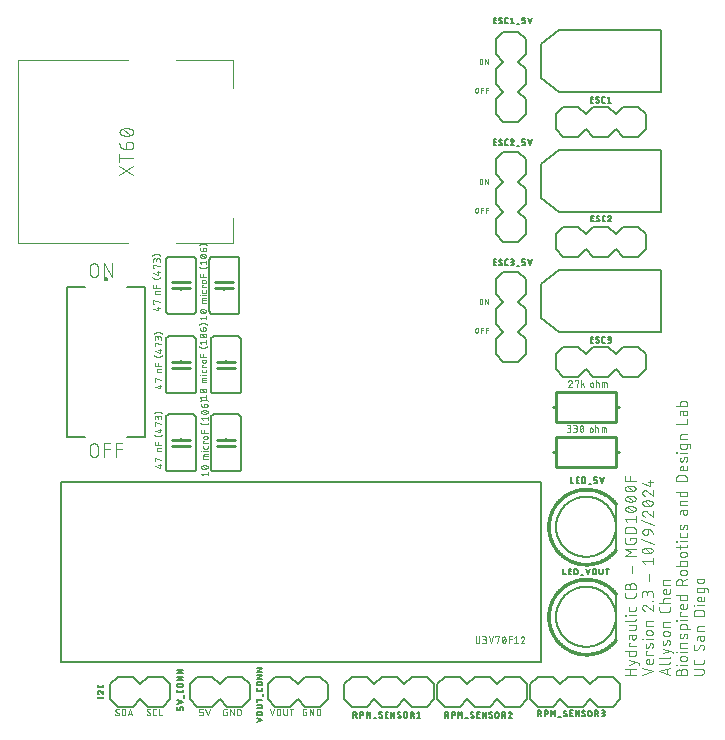
<source format=gbr>
G04 EAGLE Gerber RS-274X export*
G75*
%MOMM*%
%FSLAX34Y34*%
%LPD*%
%INSilkscreen Top*%
%IPPOS*%
%AMOC8*
5,1,8,0,0,1.08239X$1,22.5*%
G01*
%ADD10C,0.076200*%
%ADD11C,0.050800*%
%ADD12C,0.101600*%
%ADD13C,0.203200*%
%ADD14C,0.127000*%
%ADD15C,0.152400*%
%ADD16C,0.254000*%
%ADD17C,0.200000*%
%ADD18C,0.025400*%
%ADD19C,0.100000*%


D10*
X499237Y52451D02*
X490347Y52451D01*
X494298Y52451D02*
X494298Y57390D01*
X490347Y57390D02*
X499237Y57390D01*
X502200Y61053D02*
X502200Y62040D01*
X493310Y65004D01*
X493310Y61053D02*
X499237Y63028D01*
X499237Y72198D02*
X490347Y72198D01*
X499237Y72198D02*
X499237Y69729D01*
X499235Y69654D01*
X499229Y69579D01*
X499220Y69505D01*
X499207Y69431D01*
X499190Y69358D01*
X499169Y69285D01*
X499145Y69214D01*
X499117Y69145D01*
X499086Y69076D01*
X499051Y69010D01*
X499013Y68945D01*
X498971Y68882D01*
X498927Y68822D01*
X498879Y68764D01*
X498829Y68708D01*
X498776Y68655D01*
X498720Y68605D01*
X498662Y68557D01*
X498602Y68513D01*
X498539Y68471D01*
X498474Y68433D01*
X498408Y68398D01*
X498339Y68367D01*
X498270Y68339D01*
X498199Y68315D01*
X498126Y68294D01*
X498053Y68277D01*
X497979Y68264D01*
X497905Y68255D01*
X497830Y68249D01*
X497755Y68247D01*
X494792Y68247D01*
X494717Y68249D01*
X494642Y68255D01*
X494568Y68264D01*
X494494Y68277D01*
X494421Y68294D01*
X494348Y68315D01*
X494277Y68339D01*
X494208Y68367D01*
X494139Y68398D01*
X494073Y68433D01*
X494008Y68471D01*
X493945Y68513D01*
X493885Y68557D01*
X493827Y68605D01*
X493771Y68655D01*
X493718Y68708D01*
X493668Y68764D01*
X493620Y68822D01*
X493576Y68882D01*
X493534Y68945D01*
X493496Y69010D01*
X493461Y69076D01*
X493430Y69145D01*
X493402Y69214D01*
X493378Y69285D01*
X493357Y69358D01*
X493340Y69431D01*
X493327Y69505D01*
X493318Y69579D01*
X493312Y69654D01*
X493310Y69729D01*
X493310Y72198D01*
X493310Y76449D02*
X499237Y76449D01*
X493310Y76449D02*
X493310Y79413D01*
X494298Y79413D01*
X495780Y83874D02*
X495780Y86097D01*
X495779Y83874D02*
X495781Y83792D01*
X495787Y83710D01*
X495797Y83628D01*
X495810Y83547D01*
X495828Y83466D01*
X495849Y83387D01*
X495874Y83308D01*
X495903Y83231D01*
X495935Y83156D01*
X495971Y83082D01*
X496011Y83010D01*
X496053Y82939D01*
X496100Y82871D01*
X496149Y82805D01*
X496201Y82742D01*
X496257Y82681D01*
X496315Y82623D01*
X496376Y82567D01*
X496439Y82515D01*
X496505Y82466D01*
X496573Y82419D01*
X496644Y82377D01*
X496716Y82337D01*
X496790Y82301D01*
X496865Y82269D01*
X496942Y82240D01*
X497021Y82215D01*
X497100Y82194D01*
X497181Y82176D01*
X497262Y82163D01*
X497344Y82153D01*
X497426Y82147D01*
X497508Y82145D01*
X497590Y82147D01*
X497672Y82153D01*
X497754Y82163D01*
X497835Y82176D01*
X497916Y82194D01*
X497995Y82215D01*
X498074Y82240D01*
X498151Y82269D01*
X498226Y82301D01*
X498300Y82337D01*
X498373Y82377D01*
X498443Y82419D01*
X498511Y82466D01*
X498577Y82515D01*
X498640Y82567D01*
X498701Y82623D01*
X498759Y82681D01*
X498815Y82742D01*
X498867Y82805D01*
X498916Y82871D01*
X498963Y82939D01*
X499005Y83010D01*
X499045Y83082D01*
X499081Y83156D01*
X499113Y83231D01*
X499142Y83308D01*
X499167Y83387D01*
X499188Y83466D01*
X499206Y83547D01*
X499219Y83628D01*
X499229Y83710D01*
X499235Y83792D01*
X499237Y83874D01*
X499237Y86097D01*
X494792Y86097D01*
X494717Y86095D01*
X494642Y86089D01*
X494568Y86080D01*
X494494Y86067D01*
X494421Y86050D01*
X494348Y86029D01*
X494277Y86005D01*
X494208Y85977D01*
X494139Y85946D01*
X494073Y85911D01*
X494008Y85873D01*
X493945Y85831D01*
X493885Y85787D01*
X493827Y85739D01*
X493771Y85689D01*
X493718Y85636D01*
X493668Y85580D01*
X493620Y85522D01*
X493576Y85462D01*
X493534Y85399D01*
X493496Y85334D01*
X493461Y85268D01*
X493430Y85199D01*
X493402Y85130D01*
X493378Y85059D01*
X493357Y84986D01*
X493340Y84913D01*
X493327Y84839D01*
X493318Y84765D01*
X493312Y84690D01*
X493310Y84615D01*
X493310Y82640D01*
X493310Y90298D02*
X497755Y90298D01*
X497830Y90300D01*
X497905Y90306D01*
X497979Y90315D01*
X498053Y90328D01*
X498126Y90345D01*
X498199Y90366D01*
X498270Y90390D01*
X498339Y90418D01*
X498408Y90449D01*
X498474Y90484D01*
X498539Y90522D01*
X498602Y90564D01*
X498662Y90608D01*
X498720Y90656D01*
X498776Y90706D01*
X498829Y90759D01*
X498879Y90815D01*
X498927Y90873D01*
X498971Y90933D01*
X499013Y90996D01*
X499051Y91061D01*
X499086Y91127D01*
X499117Y91196D01*
X499145Y91265D01*
X499169Y91336D01*
X499190Y91409D01*
X499207Y91482D01*
X499220Y91556D01*
X499229Y91630D01*
X499235Y91705D01*
X499237Y91780D01*
X499237Y94249D01*
X493310Y94249D01*
X490347Y98231D02*
X497755Y98231D01*
X497830Y98233D01*
X497905Y98239D01*
X497979Y98248D01*
X498053Y98261D01*
X498126Y98278D01*
X498199Y98299D01*
X498270Y98323D01*
X498339Y98351D01*
X498408Y98382D01*
X498474Y98417D01*
X498539Y98455D01*
X498602Y98497D01*
X498662Y98541D01*
X498720Y98589D01*
X498776Y98639D01*
X498829Y98692D01*
X498879Y98748D01*
X498927Y98806D01*
X498971Y98866D01*
X499013Y98929D01*
X499051Y98994D01*
X499086Y99060D01*
X499117Y99129D01*
X499145Y99198D01*
X499169Y99269D01*
X499190Y99342D01*
X499207Y99415D01*
X499220Y99489D01*
X499229Y99563D01*
X499235Y99638D01*
X499237Y99713D01*
X499237Y102698D02*
X493310Y102698D01*
X490841Y102451D02*
X490347Y102451D01*
X490347Y102945D01*
X490841Y102945D01*
X490841Y102451D01*
X499237Y107715D02*
X499237Y109691D01*
X499237Y107715D02*
X499235Y107640D01*
X499229Y107565D01*
X499220Y107491D01*
X499207Y107417D01*
X499190Y107344D01*
X499169Y107271D01*
X499145Y107200D01*
X499117Y107131D01*
X499086Y107062D01*
X499051Y106996D01*
X499013Y106931D01*
X498971Y106868D01*
X498927Y106808D01*
X498879Y106750D01*
X498829Y106694D01*
X498776Y106641D01*
X498720Y106591D01*
X498662Y106543D01*
X498602Y106499D01*
X498539Y106457D01*
X498474Y106419D01*
X498408Y106384D01*
X498339Y106353D01*
X498270Y106325D01*
X498199Y106301D01*
X498126Y106280D01*
X498053Y106263D01*
X497979Y106250D01*
X497905Y106241D01*
X497830Y106235D01*
X497755Y106233D01*
X497755Y106234D02*
X494792Y106234D01*
X494792Y106233D02*
X494717Y106235D01*
X494642Y106241D01*
X494568Y106250D01*
X494494Y106263D01*
X494421Y106280D01*
X494348Y106301D01*
X494277Y106325D01*
X494208Y106353D01*
X494139Y106384D01*
X494073Y106419D01*
X494008Y106457D01*
X493945Y106499D01*
X493885Y106543D01*
X493827Y106591D01*
X493771Y106641D01*
X493718Y106694D01*
X493668Y106750D01*
X493620Y106808D01*
X493576Y106868D01*
X493534Y106931D01*
X493496Y106996D01*
X493461Y107062D01*
X493430Y107131D01*
X493402Y107200D01*
X493378Y107271D01*
X493357Y107344D01*
X493340Y107417D01*
X493327Y107491D01*
X493318Y107565D01*
X493312Y107640D01*
X493310Y107715D01*
X493310Y109691D01*
X499237Y119552D02*
X499237Y121528D01*
X499237Y119552D02*
X499235Y119463D01*
X499229Y119375D01*
X499219Y119287D01*
X499205Y119199D01*
X499187Y119112D01*
X499166Y119026D01*
X499140Y118941D01*
X499111Y118858D01*
X499078Y118775D01*
X499041Y118695D01*
X499001Y118616D01*
X498957Y118539D01*
X498910Y118463D01*
X498860Y118391D01*
X498806Y118320D01*
X498749Y118252D01*
X498689Y118186D01*
X498627Y118124D01*
X498561Y118064D01*
X498493Y118007D01*
X498422Y117953D01*
X498350Y117903D01*
X498275Y117856D01*
X498197Y117812D01*
X498118Y117772D01*
X498038Y117735D01*
X497955Y117702D01*
X497872Y117673D01*
X497787Y117647D01*
X497701Y117626D01*
X497614Y117608D01*
X497526Y117594D01*
X497438Y117584D01*
X497350Y117578D01*
X497261Y117576D01*
X497261Y117577D02*
X492323Y117577D01*
X492323Y117576D02*
X492234Y117578D01*
X492146Y117584D01*
X492058Y117594D01*
X491970Y117608D01*
X491883Y117626D01*
X491797Y117647D01*
X491712Y117673D01*
X491629Y117702D01*
X491546Y117735D01*
X491466Y117772D01*
X491387Y117812D01*
X491310Y117856D01*
X491234Y117903D01*
X491162Y117953D01*
X491091Y118007D01*
X491023Y118064D01*
X490957Y118124D01*
X490895Y118186D01*
X490835Y118252D01*
X490778Y118320D01*
X490724Y118391D01*
X490674Y118463D01*
X490627Y118538D01*
X490583Y118616D01*
X490543Y118695D01*
X490506Y118775D01*
X490473Y118858D01*
X490444Y118941D01*
X490418Y119026D01*
X490397Y119112D01*
X490379Y119199D01*
X490365Y119287D01*
X490355Y119375D01*
X490349Y119463D01*
X490347Y119552D01*
X490347Y121528D01*
X494298Y125258D02*
X494298Y127727D01*
X494299Y127727D02*
X494301Y127825D01*
X494307Y127923D01*
X494317Y128021D01*
X494330Y128118D01*
X494348Y128215D01*
X494369Y128311D01*
X494394Y128405D01*
X494423Y128499D01*
X494455Y128592D01*
X494492Y128683D01*
X494531Y128773D01*
X494575Y128861D01*
X494622Y128947D01*
X494672Y129032D01*
X494725Y129114D01*
X494782Y129194D01*
X494842Y129272D01*
X494905Y129347D01*
X494971Y129420D01*
X495040Y129490D01*
X495111Y129557D01*
X495185Y129622D01*
X495262Y129683D01*
X495341Y129742D01*
X495422Y129797D01*
X495505Y129849D01*
X495591Y129897D01*
X495678Y129942D01*
X495767Y129984D01*
X495857Y130022D01*
X495949Y130056D01*
X496042Y130087D01*
X496137Y130114D01*
X496232Y130137D01*
X496329Y130157D01*
X496425Y130172D01*
X496523Y130184D01*
X496621Y130192D01*
X496719Y130196D01*
X496817Y130196D01*
X496915Y130192D01*
X497013Y130184D01*
X497111Y130172D01*
X497207Y130157D01*
X497304Y130137D01*
X497399Y130114D01*
X497494Y130087D01*
X497587Y130056D01*
X497679Y130022D01*
X497769Y129984D01*
X497858Y129942D01*
X497945Y129897D01*
X498031Y129849D01*
X498114Y129797D01*
X498195Y129742D01*
X498274Y129683D01*
X498351Y129622D01*
X498425Y129557D01*
X498496Y129490D01*
X498565Y129420D01*
X498631Y129347D01*
X498694Y129272D01*
X498754Y129194D01*
X498811Y129114D01*
X498864Y129032D01*
X498914Y128947D01*
X498961Y128861D01*
X499005Y128773D01*
X499044Y128683D01*
X499081Y128592D01*
X499113Y128499D01*
X499142Y128405D01*
X499167Y128311D01*
X499188Y128215D01*
X499206Y128118D01*
X499219Y128021D01*
X499229Y127923D01*
X499235Y127825D01*
X499237Y127727D01*
X499237Y125258D01*
X490347Y125258D01*
X490347Y127727D01*
X490349Y127814D01*
X490355Y127902D01*
X490364Y127989D01*
X490378Y128075D01*
X490395Y128161D01*
X490416Y128245D01*
X490441Y128329D01*
X490470Y128412D01*
X490502Y128493D01*
X490537Y128573D01*
X490576Y128651D01*
X490619Y128728D01*
X490665Y128802D01*
X490714Y128874D01*
X490766Y128944D01*
X490822Y129012D01*
X490880Y129077D01*
X490941Y129140D01*
X491005Y129199D01*
X491072Y129256D01*
X491140Y129310D01*
X491212Y129361D01*
X491285Y129408D01*
X491360Y129453D01*
X491438Y129494D01*
X491517Y129531D01*
X491597Y129565D01*
X491679Y129595D01*
X491762Y129622D01*
X491847Y129645D01*
X491932Y129664D01*
X492018Y129679D01*
X492105Y129691D01*
X492192Y129699D01*
X492279Y129703D01*
X492367Y129703D01*
X492454Y129699D01*
X492541Y129691D01*
X492628Y129679D01*
X492714Y129664D01*
X492799Y129645D01*
X492884Y129622D01*
X492967Y129595D01*
X493049Y129565D01*
X493129Y129531D01*
X493208Y129494D01*
X493286Y129453D01*
X493361Y129408D01*
X493434Y129361D01*
X493506Y129310D01*
X493574Y129256D01*
X493641Y129199D01*
X493705Y129140D01*
X493766Y129077D01*
X493824Y129012D01*
X493880Y128944D01*
X493932Y128874D01*
X493981Y128802D01*
X494027Y128728D01*
X494070Y128651D01*
X494109Y128573D01*
X494144Y128493D01*
X494176Y128412D01*
X494205Y128329D01*
X494230Y128245D01*
X494251Y128161D01*
X494268Y128075D01*
X494282Y127989D01*
X494291Y127902D01*
X494297Y127814D01*
X494299Y127727D01*
X495780Y138246D02*
X495780Y144172D01*
X499237Y153013D02*
X490347Y153013D01*
X495286Y155976D01*
X490347Y158940D01*
X499237Y158940D01*
X494298Y166809D02*
X494298Y168291D01*
X499237Y168291D01*
X499237Y165327D01*
X499235Y165238D01*
X499229Y165150D01*
X499219Y165062D01*
X499205Y164974D01*
X499187Y164887D01*
X499166Y164801D01*
X499140Y164716D01*
X499111Y164633D01*
X499078Y164550D01*
X499041Y164470D01*
X499001Y164391D01*
X498957Y164314D01*
X498910Y164238D01*
X498860Y164166D01*
X498806Y164095D01*
X498749Y164027D01*
X498689Y163961D01*
X498627Y163899D01*
X498561Y163839D01*
X498493Y163782D01*
X498422Y163728D01*
X498350Y163678D01*
X498275Y163631D01*
X498197Y163587D01*
X498118Y163547D01*
X498038Y163510D01*
X497955Y163477D01*
X497872Y163448D01*
X497787Y163422D01*
X497701Y163401D01*
X497614Y163383D01*
X497526Y163369D01*
X497438Y163359D01*
X497350Y163353D01*
X497261Y163351D01*
X497261Y163352D02*
X492323Y163352D01*
X492234Y163354D01*
X492146Y163360D01*
X492058Y163370D01*
X491970Y163384D01*
X491883Y163402D01*
X491797Y163423D01*
X491712Y163449D01*
X491629Y163478D01*
X491546Y163511D01*
X491466Y163548D01*
X491387Y163588D01*
X491310Y163632D01*
X491234Y163679D01*
X491162Y163729D01*
X491091Y163783D01*
X491023Y163840D01*
X490957Y163900D01*
X490895Y163962D01*
X490835Y164028D01*
X490778Y164096D01*
X490724Y164167D01*
X490674Y164239D01*
X490627Y164314D01*
X490583Y164392D01*
X490543Y164471D01*
X490506Y164551D01*
X490473Y164634D01*
X490444Y164717D01*
X490418Y164802D01*
X490397Y164888D01*
X490379Y164975D01*
X490365Y165063D01*
X490355Y165151D01*
X490349Y165239D01*
X490347Y165328D01*
X490347Y165327D02*
X490347Y168291D01*
X490347Y172618D02*
X499237Y172618D01*
X490347Y172618D02*
X490347Y175087D01*
X490349Y175184D01*
X490355Y175281D01*
X490364Y175377D01*
X490377Y175473D01*
X490394Y175569D01*
X490415Y175663D01*
X490440Y175757D01*
X490468Y175850D01*
X490500Y175942D01*
X490535Y176032D01*
X490574Y176121D01*
X490616Y176208D01*
X490662Y176293D01*
X490711Y176377D01*
X490763Y176459D01*
X490819Y176538D01*
X490877Y176616D01*
X490939Y176690D01*
X491003Y176763D01*
X491070Y176833D01*
X491140Y176900D01*
X491213Y176964D01*
X491287Y177026D01*
X491365Y177084D01*
X491444Y177140D01*
X491526Y177192D01*
X491610Y177241D01*
X491695Y177287D01*
X491782Y177329D01*
X491871Y177368D01*
X491961Y177403D01*
X492053Y177435D01*
X492146Y177463D01*
X492240Y177488D01*
X492334Y177509D01*
X492430Y177526D01*
X492526Y177539D01*
X492622Y177548D01*
X492719Y177554D01*
X492816Y177556D01*
X492816Y177557D02*
X496768Y177557D01*
X496768Y177556D02*
X496865Y177554D01*
X496962Y177548D01*
X497058Y177539D01*
X497154Y177526D01*
X497250Y177509D01*
X497344Y177488D01*
X497438Y177463D01*
X497531Y177435D01*
X497623Y177403D01*
X497713Y177368D01*
X497802Y177329D01*
X497889Y177287D01*
X497974Y177241D01*
X498058Y177192D01*
X498140Y177140D01*
X498219Y177084D01*
X498297Y177026D01*
X498371Y176964D01*
X498444Y176900D01*
X498514Y176833D01*
X498581Y176763D01*
X498645Y176690D01*
X498707Y176616D01*
X498765Y176538D01*
X498821Y176459D01*
X498873Y176377D01*
X498922Y176293D01*
X498968Y176208D01*
X499010Y176121D01*
X499049Y176032D01*
X499084Y175942D01*
X499116Y175850D01*
X499144Y175757D01*
X499169Y175663D01*
X499190Y175569D01*
X499207Y175473D01*
X499220Y175377D01*
X499229Y175281D01*
X499235Y175184D01*
X499237Y175087D01*
X499237Y172618D01*
X492323Y181594D02*
X490347Y184064D01*
X499237Y184064D01*
X499237Y186533D02*
X499237Y181594D01*
X494792Y190281D02*
X494617Y190283D01*
X494442Y190289D01*
X494268Y190300D01*
X494093Y190314D01*
X493920Y190333D01*
X493746Y190356D01*
X493573Y190383D01*
X493401Y190414D01*
X493230Y190449D01*
X493060Y190489D01*
X492890Y190532D01*
X492722Y190580D01*
X492555Y190631D01*
X492389Y190686D01*
X492224Y190746D01*
X492061Y190809D01*
X491900Y190876D01*
X491740Y190947D01*
X491582Y191022D01*
X491581Y191022D02*
X491503Y191051D01*
X491425Y191083D01*
X491350Y191120D01*
X491276Y191159D01*
X491204Y191202D01*
X491133Y191248D01*
X491066Y191298D01*
X491000Y191350D01*
X490937Y191405D01*
X490877Y191464D01*
X490819Y191525D01*
X490764Y191588D01*
X490712Y191654D01*
X490663Y191723D01*
X490618Y191793D01*
X490575Y191865D01*
X490536Y191940D01*
X490501Y192016D01*
X490469Y192093D01*
X490441Y192172D01*
X490416Y192253D01*
X490395Y192334D01*
X490378Y192416D01*
X490364Y192499D01*
X490355Y192582D01*
X490349Y192666D01*
X490347Y192750D01*
X490349Y192834D01*
X490355Y192918D01*
X490364Y193001D01*
X490378Y193084D01*
X490395Y193166D01*
X490416Y193247D01*
X490441Y193328D01*
X490469Y193407D01*
X490501Y193484D01*
X490536Y193560D01*
X490575Y193635D01*
X490618Y193707D01*
X490663Y193778D01*
X490712Y193846D01*
X490764Y193912D01*
X490819Y193975D01*
X490877Y194036D01*
X490937Y194095D01*
X491000Y194150D01*
X491066Y194202D01*
X491133Y194252D01*
X491204Y194298D01*
X491276Y194341D01*
X491350Y194380D01*
X491425Y194417D01*
X491503Y194449D01*
X491582Y194478D01*
X491582Y194479D02*
X491740Y194554D01*
X491900Y194625D01*
X492061Y194692D01*
X492224Y194755D01*
X492389Y194815D01*
X492555Y194870D01*
X492722Y194921D01*
X492890Y194969D01*
X493060Y195012D01*
X493230Y195052D01*
X493401Y195087D01*
X493573Y195118D01*
X493746Y195145D01*
X493920Y195168D01*
X494093Y195187D01*
X494268Y195201D01*
X494442Y195212D01*
X494617Y195218D01*
X494792Y195220D01*
X494792Y190281D02*
X494967Y190283D01*
X495142Y190289D01*
X495316Y190300D01*
X495491Y190314D01*
X495664Y190333D01*
X495838Y190356D01*
X496011Y190383D01*
X496183Y190414D01*
X496354Y190449D01*
X496524Y190489D01*
X496694Y190532D01*
X496862Y190580D01*
X497029Y190631D01*
X497195Y190686D01*
X497360Y190746D01*
X497523Y190809D01*
X497684Y190876D01*
X497844Y190947D01*
X498002Y191022D01*
X498003Y191022D02*
X498081Y191051D01*
X498159Y191083D01*
X498234Y191120D01*
X498308Y191159D01*
X498381Y191202D01*
X498451Y191248D01*
X498518Y191298D01*
X498584Y191350D01*
X498647Y191406D01*
X498708Y191464D01*
X498765Y191525D01*
X498820Y191588D01*
X498872Y191654D01*
X498921Y191723D01*
X498966Y191793D01*
X499009Y191865D01*
X499048Y191940D01*
X499083Y192016D01*
X499115Y192094D01*
X499143Y192173D01*
X499168Y192253D01*
X499189Y192334D01*
X499206Y192416D01*
X499220Y192499D01*
X499229Y192582D01*
X499235Y192666D01*
X499237Y192750D01*
X498002Y194479D02*
X497844Y194554D01*
X497684Y194625D01*
X497523Y194692D01*
X497360Y194755D01*
X497195Y194815D01*
X497029Y194870D01*
X496862Y194921D01*
X496694Y194969D01*
X496524Y195012D01*
X496354Y195052D01*
X496183Y195087D01*
X496011Y195118D01*
X495838Y195145D01*
X495664Y195168D01*
X495491Y195187D01*
X495316Y195201D01*
X495142Y195212D01*
X494967Y195218D01*
X494792Y195220D01*
X498003Y194478D02*
X498081Y194449D01*
X498159Y194417D01*
X498234Y194380D01*
X498308Y194341D01*
X498381Y194298D01*
X498451Y194252D01*
X498518Y194202D01*
X498584Y194150D01*
X498647Y194094D01*
X498707Y194036D01*
X498765Y193975D01*
X498820Y193912D01*
X498872Y193846D01*
X498921Y193777D01*
X498966Y193707D01*
X499009Y193635D01*
X499048Y193560D01*
X499083Y193484D01*
X499115Y193407D01*
X499143Y193328D01*
X499168Y193247D01*
X499189Y193166D01*
X499206Y193084D01*
X499220Y193001D01*
X499229Y192918D01*
X499235Y192834D01*
X499237Y192750D01*
X497261Y190775D02*
X492323Y194726D01*
X494792Y198968D02*
X494617Y198970D01*
X494442Y198976D01*
X494268Y198987D01*
X494093Y199001D01*
X493920Y199020D01*
X493746Y199043D01*
X493573Y199070D01*
X493401Y199101D01*
X493230Y199136D01*
X493060Y199176D01*
X492890Y199219D01*
X492722Y199267D01*
X492555Y199318D01*
X492389Y199373D01*
X492224Y199433D01*
X492061Y199496D01*
X491900Y199563D01*
X491740Y199634D01*
X491582Y199709D01*
X491581Y199709D02*
X491503Y199738D01*
X491425Y199770D01*
X491350Y199807D01*
X491276Y199846D01*
X491204Y199889D01*
X491133Y199935D01*
X491066Y199985D01*
X491000Y200037D01*
X490937Y200092D01*
X490877Y200151D01*
X490819Y200212D01*
X490764Y200275D01*
X490712Y200341D01*
X490663Y200410D01*
X490618Y200480D01*
X490575Y200552D01*
X490536Y200627D01*
X490501Y200703D01*
X490469Y200780D01*
X490441Y200859D01*
X490416Y200940D01*
X490395Y201021D01*
X490378Y201103D01*
X490364Y201186D01*
X490355Y201269D01*
X490349Y201353D01*
X490347Y201437D01*
X490349Y201521D01*
X490355Y201605D01*
X490364Y201688D01*
X490378Y201771D01*
X490395Y201853D01*
X490416Y201934D01*
X490441Y202015D01*
X490469Y202094D01*
X490501Y202171D01*
X490536Y202247D01*
X490575Y202322D01*
X490618Y202394D01*
X490663Y202465D01*
X490712Y202533D01*
X490764Y202599D01*
X490819Y202662D01*
X490877Y202723D01*
X490937Y202782D01*
X491000Y202837D01*
X491066Y202889D01*
X491133Y202939D01*
X491204Y202985D01*
X491276Y203028D01*
X491350Y203067D01*
X491425Y203104D01*
X491503Y203136D01*
X491582Y203165D01*
X491582Y203166D02*
X491740Y203241D01*
X491900Y203312D01*
X492061Y203379D01*
X492224Y203442D01*
X492389Y203502D01*
X492555Y203557D01*
X492722Y203608D01*
X492890Y203656D01*
X493060Y203699D01*
X493230Y203739D01*
X493401Y203774D01*
X493573Y203805D01*
X493746Y203832D01*
X493920Y203855D01*
X494093Y203874D01*
X494268Y203888D01*
X494442Y203899D01*
X494617Y203905D01*
X494792Y203907D01*
X494792Y198968D02*
X494967Y198970D01*
X495142Y198976D01*
X495316Y198987D01*
X495491Y199001D01*
X495664Y199020D01*
X495838Y199043D01*
X496011Y199070D01*
X496183Y199101D01*
X496354Y199136D01*
X496524Y199176D01*
X496694Y199219D01*
X496862Y199267D01*
X497029Y199318D01*
X497195Y199373D01*
X497360Y199433D01*
X497523Y199496D01*
X497684Y199563D01*
X497844Y199634D01*
X498002Y199709D01*
X498003Y199709D02*
X498081Y199738D01*
X498159Y199770D01*
X498234Y199807D01*
X498308Y199846D01*
X498381Y199889D01*
X498451Y199935D01*
X498518Y199985D01*
X498584Y200037D01*
X498647Y200093D01*
X498708Y200151D01*
X498765Y200212D01*
X498820Y200275D01*
X498872Y200341D01*
X498921Y200410D01*
X498966Y200480D01*
X499009Y200552D01*
X499048Y200627D01*
X499083Y200703D01*
X499115Y200781D01*
X499143Y200860D01*
X499168Y200940D01*
X499189Y201021D01*
X499206Y201103D01*
X499220Y201186D01*
X499229Y201269D01*
X499235Y201353D01*
X499237Y201437D01*
X498002Y203166D02*
X497844Y203241D01*
X497684Y203312D01*
X497523Y203379D01*
X497360Y203442D01*
X497195Y203502D01*
X497029Y203557D01*
X496862Y203608D01*
X496694Y203656D01*
X496524Y203699D01*
X496354Y203739D01*
X496183Y203774D01*
X496011Y203805D01*
X495838Y203832D01*
X495664Y203855D01*
X495491Y203874D01*
X495316Y203888D01*
X495142Y203899D01*
X494967Y203905D01*
X494792Y203907D01*
X498003Y203165D02*
X498081Y203136D01*
X498159Y203104D01*
X498234Y203067D01*
X498308Y203028D01*
X498381Y202985D01*
X498451Y202939D01*
X498518Y202889D01*
X498584Y202837D01*
X498647Y202781D01*
X498707Y202723D01*
X498765Y202662D01*
X498820Y202599D01*
X498872Y202533D01*
X498921Y202464D01*
X498966Y202394D01*
X499009Y202322D01*
X499048Y202247D01*
X499083Y202171D01*
X499115Y202094D01*
X499143Y202015D01*
X499168Y201934D01*
X499189Y201853D01*
X499206Y201771D01*
X499220Y201688D01*
X499229Y201605D01*
X499235Y201521D01*
X499237Y201437D01*
X497261Y199462D02*
X492323Y203413D01*
X494792Y207654D02*
X494617Y207656D01*
X494442Y207662D01*
X494268Y207673D01*
X494093Y207687D01*
X493920Y207706D01*
X493746Y207729D01*
X493573Y207756D01*
X493401Y207787D01*
X493230Y207822D01*
X493060Y207862D01*
X492890Y207905D01*
X492722Y207953D01*
X492555Y208004D01*
X492389Y208059D01*
X492224Y208119D01*
X492061Y208182D01*
X491900Y208249D01*
X491740Y208320D01*
X491582Y208395D01*
X491581Y208396D02*
X491503Y208425D01*
X491425Y208457D01*
X491350Y208494D01*
X491276Y208533D01*
X491204Y208576D01*
X491133Y208622D01*
X491066Y208672D01*
X491000Y208724D01*
X490937Y208779D01*
X490877Y208838D01*
X490819Y208899D01*
X490764Y208962D01*
X490712Y209028D01*
X490663Y209097D01*
X490618Y209167D01*
X490575Y209239D01*
X490536Y209314D01*
X490501Y209390D01*
X490469Y209467D01*
X490441Y209546D01*
X490416Y209627D01*
X490395Y209708D01*
X490378Y209790D01*
X490364Y209873D01*
X490355Y209956D01*
X490349Y210040D01*
X490347Y210124D01*
X490349Y210208D01*
X490355Y210292D01*
X490364Y210375D01*
X490378Y210458D01*
X490395Y210540D01*
X490416Y210621D01*
X490441Y210702D01*
X490469Y210781D01*
X490501Y210858D01*
X490536Y210934D01*
X490575Y211009D01*
X490618Y211081D01*
X490663Y211152D01*
X490712Y211220D01*
X490764Y211286D01*
X490819Y211349D01*
X490877Y211410D01*
X490937Y211469D01*
X491000Y211524D01*
X491066Y211576D01*
X491133Y211626D01*
X491204Y211672D01*
X491276Y211715D01*
X491350Y211754D01*
X491425Y211791D01*
X491503Y211823D01*
X491582Y211852D01*
X491740Y211927D01*
X491900Y211998D01*
X492061Y212065D01*
X492224Y212128D01*
X492389Y212188D01*
X492555Y212243D01*
X492722Y212294D01*
X492890Y212342D01*
X493060Y212385D01*
X493230Y212425D01*
X493401Y212460D01*
X493573Y212491D01*
X493746Y212518D01*
X493920Y212541D01*
X494093Y212560D01*
X494268Y212574D01*
X494442Y212585D01*
X494617Y212591D01*
X494792Y212593D01*
X494792Y207655D02*
X494967Y207657D01*
X495142Y207663D01*
X495316Y207674D01*
X495491Y207688D01*
X495664Y207707D01*
X495838Y207730D01*
X496011Y207757D01*
X496183Y207788D01*
X496354Y207823D01*
X496524Y207863D01*
X496694Y207906D01*
X496862Y207954D01*
X497029Y208005D01*
X497195Y208060D01*
X497360Y208120D01*
X497523Y208183D01*
X497684Y208250D01*
X497844Y208321D01*
X498002Y208396D01*
X498003Y208396D02*
X498081Y208425D01*
X498159Y208457D01*
X498234Y208494D01*
X498308Y208533D01*
X498381Y208576D01*
X498451Y208622D01*
X498518Y208672D01*
X498584Y208724D01*
X498647Y208780D01*
X498708Y208838D01*
X498765Y208899D01*
X498820Y208962D01*
X498872Y209028D01*
X498921Y209097D01*
X498966Y209167D01*
X499009Y209239D01*
X499048Y209314D01*
X499083Y209390D01*
X499115Y209468D01*
X499143Y209547D01*
X499168Y209627D01*
X499189Y209708D01*
X499206Y209790D01*
X499220Y209873D01*
X499229Y209956D01*
X499235Y210040D01*
X499237Y210124D01*
X498002Y211852D02*
X497844Y211927D01*
X497684Y211998D01*
X497523Y212065D01*
X497360Y212128D01*
X497195Y212188D01*
X497029Y212243D01*
X496862Y212294D01*
X496694Y212342D01*
X496524Y212385D01*
X496354Y212425D01*
X496183Y212460D01*
X496011Y212491D01*
X495838Y212518D01*
X495664Y212541D01*
X495491Y212560D01*
X495316Y212574D01*
X495142Y212585D01*
X494967Y212591D01*
X494792Y212593D01*
X498003Y211852D02*
X498081Y211823D01*
X498159Y211791D01*
X498234Y211754D01*
X498308Y211715D01*
X498381Y211672D01*
X498451Y211626D01*
X498518Y211576D01*
X498584Y211524D01*
X498647Y211468D01*
X498707Y211410D01*
X498765Y211349D01*
X498820Y211286D01*
X498872Y211220D01*
X498921Y211151D01*
X498966Y211081D01*
X499009Y211009D01*
X499048Y210934D01*
X499083Y210858D01*
X499115Y210781D01*
X499143Y210702D01*
X499168Y210621D01*
X499189Y210540D01*
X499206Y210458D01*
X499220Y210375D01*
X499229Y210292D01*
X499235Y210208D01*
X499237Y210124D01*
X497261Y208148D02*
X492323Y212099D01*
X490347Y216648D02*
X499237Y216648D01*
X490347Y216648D02*
X490347Y220599D01*
X494298Y220599D02*
X494298Y216648D01*
X513715Y55414D02*
X504825Y52451D01*
X504825Y58378D02*
X513715Y55414D01*
X513715Y63028D02*
X513715Y65498D01*
X513715Y63028D02*
X513713Y62953D01*
X513707Y62878D01*
X513698Y62804D01*
X513685Y62730D01*
X513668Y62657D01*
X513647Y62584D01*
X513623Y62513D01*
X513595Y62444D01*
X513564Y62375D01*
X513529Y62309D01*
X513491Y62244D01*
X513449Y62181D01*
X513405Y62121D01*
X513357Y62063D01*
X513307Y62007D01*
X513254Y61954D01*
X513198Y61904D01*
X513140Y61856D01*
X513080Y61812D01*
X513017Y61770D01*
X512952Y61732D01*
X512886Y61697D01*
X512817Y61666D01*
X512748Y61638D01*
X512677Y61614D01*
X512604Y61593D01*
X512531Y61576D01*
X512457Y61563D01*
X512383Y61554D01*
X512308Y61548D01*
X512233Y61546D01*
X509764Y61546D01*
X509677Y61548D01*
X509589Y61554D01*
X509502Y61563D01*
X509416Y61577D01*
X509330Y61594D01*
X509246Y61615D01*
X509162Y61640D01*
X509079Y61669D01*
X508998Y61701D01*
X508918Y61736D01*
X508840Y61775D01*
X508763Y61818D01*
X508689Y61864D01*
X508617Y61913D01*
X508547Y61965D01*
X508479Y62021D01*
X508414Y62079D01*
X508351Y62140D01*
X508292Y62204D01*
X508235Y62271D01*
X508181Y62339D01*
X508130Y62411D01*
X508083Y62484D01*
X508038Y62559D01*
X507997Y62637D01*
X507960Y62716D01*
X507926Y62796D01*
X507896Y62878D01*
X507869Y62961D01*
X507846Y63046D01*
X507827Y63131D01*
X507812Y63217D01*
X507800Y63304D01*
X507792Y63391D01*
X507788Y63478D01*
X507788Y63566D01*
X507792Y63653D01*
X507800Y63740D01*
X507812Y63827D01*
X507827Y63913D01*
X507846Y63998D01*
X507869Y64083D01*
X507896Y64166D01*
X507926Y64248D01*
X507960Y64328D01*
X507997Y64407D01*
X508038Y64485D01*
X508083Y64560D01*
X508130Y64633D01*
X508181Y64705D01*
X508235Y64773D01*
X508292Y64840D01*
X508351Y64904D01*
X508414Y64965D01*
X508479Y65023D01*
X508547Y65079D01*
X508617Y65131D01*
X508689Y65180D01*
X508763Y65226D01*
X508840Y65269D01*
X508918Y65308D01*
X508998Y65343D01*
X509079Y65375D01*
X509162Y65404D01*
X509246Y65429D01*
X509330Y65450D01*
X509416Y65467D01*
X509502Y65481D01*
X509589Y65490D01*
X509677Y65496D01*
X509764Y65498D01*
X510752Y65498D01*
X510752Y61546D01*
X513715Y69415D02*
X507788Y69415D01*
X507788Y72378D01*
X508776Y72378D01*
X510258Y75897D02*
X511246Y78366D01*
X510258Y75896D02*
X510230Y75831D01*
X510198Y75767D01*
X510163Y75706D01*
X510124Y75646D01*
X510083Y75589D01*
X510037Y75534D01*
X509989Y75481D01*
X509939Y75431D01*
X509885Y75385D01*
X509829Y75341D01*
X509771Y75300D01*
X509710Y75263D01*
X509648Y75229D01*
X509583Y75199D01*
X509517Y75172D01*
X509450Y75149D01*
X509382Y75130D01*
X509312Y75114D01*
X509242Y75103D01*
X509172Y75095D01*
X509101Y75091D01*
X509029Y75092D01*
X508958Y75096D01*
X508888Y75104D01*
X508818Y75116D01*
X508748Y75132D01*
X508680Y75151D01*
X508613Y75175D01*
X508547Y75202D01*
X508483Y75233D01*
X508421Y75267D01*
X508361Y75305D01*
X508302Y75346D01*
X508247Y75390D01*
X508193Y75437D01*
X508143Y75487D01*
X508095Y75540D01*
X508051Y75595D01*
X508009Y75653D01*
X507971Y75713D01*
X507936Y75774D01*
X507904Y75838D01*
X507877Y75904D01*
X507853Y75971D01*
X507832Y76039D01*
X507816Y76108D01*
X507803Y76178D01*
X507794Y76248D01*
X507789Y76319D01*
X507788Y76390D01*
X507789Y76390D02*
X507792Y76533D01*
X507800Y76677D01*
X507811Y76819D01*
X507826Y76962D01*
X507844Y77104D01*
X507867Y77246D01*
X507892Y77387D01*
X507922Y77527D01*
X507954Y77666D01*
X507991Y77805D01*
X508031Y77942D01*
X508074Y78079D01*
X508121Y78214D01*
X508172Y78349D01*
X508225Y78481D01*
X508282Y78613D01*
X511246Y78366D02*
X511274Y78431D01*
X511306Y78495D01*
X511341Y78556D01*
X511380Y78616D01*
X511421Y78673D01*
X511467Y78728D01*
X511515Y78781D01*
X511565Y78831D01*
X511619Y78877D01*
X511675Y78921D01*
X511733Y78962D01*
X511794Y78999D01*
X511856Y79033D01*
X511921Y79063D01*
X511987Y79090D01*
X512054Y79113D01*
X512122Y79132D01*
X512192Y79148D01*
X512262Y79159D01*
X512332Y79167D01*
X512403Y79171D01*
X512475Y79170D01*
X512546Y79166D01*
X512616Y79158D01*
X512686Y79146D01*
X512756Y79130D01*
X512824Y79111D01*
X512891Y79087D01*
X512957Y79060D01*
X513021Y79029D01*
X513083Y78995D01*
X513143Y78957D01*
X513202Y78916D01*
X513257Y78872D01*
X513311Y78825D01*
X513361Y78775D01*
X513409Y78722D01*
X513453Y78667D01*
X513495Y78609D01*
X513533Y78549D01*
X513568Y78488D01*
X513600Y78424D01*
X513627Y78358D01*
X513651Y78291D01*
X513672Y78223D01*
X513688Y78154D01*
X513701Y78084D01*
X513710Y78014D01*
X513715Y77943D01*
X513716Y77872D01*
X513715Y77872D02*
X513710Y77674D01*
X513700Y77476D01*
X513686Y77279D01*
X513666Y77082D01*
X513643Y76885D01*
X513614Y76689D01*
X513581Y76494D01*
X513543Y76299D01*
X513501Y76106D01*
X513454Y75913D01*
X513402Y75722D01*
X513347Y75532D01*
X513286Y75343D01*
X513221Y75156D01*
X513715Y82633D02*
X507788Y82633D01*
X505319Y82386D02*
X504825Y82386D01*
X504825Y82880D01*
X505319Y82880D01*
X505319Y82386D01*
X509764Y86159D02*
X511739Y86159D01*
X509764Y86158D02*
X509677Y86160D01*
X509589Y86166D01*
X509502Y86175D01*
X509416Y86189D01*
X509330Y86206D01*
X509246Y86227D01*
X509162Y86252D01*
X509079Y86281D01*
X508998Y86313D01*
X508918Y86348D01*
X508840Y86387D01*
X508763Y86430D01*
X508689Y86476D01*
X508617Y86525D01*
X508547Y86577D01*
X508479Y86633D01*
X508414Y86691D01*
X508351Y86752D01*
X508292Y86816D01*
X508235Y86883D01*
X508181Y86951D01*
X508130Y87023D01*
X508083Y87096D01*
X508038Y87171D01*
X507997Y87249D01*
X507960Y87328D01*
X507926Y87408D01*
X507896Y87490D01*
X507869Y87573D01*
X507846Y87658D01*
X507827Y87743D01*
X507812Y87829D01*
X507800Y87916D01*
X507792Y88003D01*
X507788Y88090D01*
X507788Y88178D01*
X507792Y88265D01*
X507800Y88352D01*
X507812Y88439D01*
X507827Y88525D01*
X507846Y88610D01*
X507869Y88695D01*
X507896Y88778D01*
X507926Y88860D01*
X507960Y88940D01*
X507997Y89019D01*
X508038Y89097D01*
X508083Y89172D01*
X508130Y89245D01*
X508181Y89317D01*
X508235Y89385D01*
X508292Y89452D01*
X508351Y89516D01*
X508414Y89577D01*
X508479Y89635D01*
X508547Y89691D01*
X508617Y89743D01*
X508689Y89792D01*
X508763Y89838D01*
X508840Y89881D01*
X508918Y89920D01*
X508998Y89955D01*
X509079Y89987D01*
X509162Y90016D01*
X509246Y90041D01*
X509330Y90062D01*
X509416Y90079D01*
X509502Y90093D01*
X509589Y90102D01*
X509677Y90108D01*
X509764Y90110D01*
X511739Y90110D01*
X511826Y90108D01*
X511914Y90102D01*
X512001Y90093D01*
X512087Y90079D01*
X512173Y90062D01*
X512257Y90041D01*
X512341Y90016D01*
X512424Y89987D01*
X512505Y89955D01*
X512585Y89920D01*
X512663Y89881D01*
X512740Y89838D01*
X512814Y89792D01*
X512886Y89743D01*
X512956Y89691D01*
X513024Y89635D01*
X513089Y89577D01*
X513152Y89516D01*
X513211Y89452D01*
X513268Y89385D01*
X513322Y89317D01*
X513373Y89245D01*
X513420Y89172D01*
X513465Y89097D01*
X513506Y89019D01*
X513543Y88940D01*
X513577Y88860D01*
X513607Y88778D01*
X513634Y88695D01*
X513657Y88610D01*
X513676Y88525D01*
X513691Y88439D01*
X513703Y88352D01*
X513711Y88265D01*
X513715Y88178D01*
X513715Y88090D01*
X513711Y88003D01*
X513703Y87916D01*
X513691Y87829D01*
X513676Y87743D01*
X513657Y87658D01*
X513634Y87573D01*
X513607Y87490D01*
X513577Y87408D01*
X513543Y87328D01*
X513506Y87249D01*
X513465Y87171D01*
X513420Y87096D01*
X513373Y87023D01*
X513322Y86951D01*
X513268Y86883D01*
X513211Y86816D01*
X513152Y86752D01*
X513089Y86691D01*
X513024Y86633D01*
X512956Y86577D01*
X512886Y86525D01*
X512814Y86476D01*
X512740Y86430D01*
X512663Y86387D01*
X512585Y86348D01*
X512505Y86313D01*
X512424Y86281D01*
X512341Y86252D01*
X512257Y86227D01*
X512173Y86206D01*
X512087Y86189D01*
X512001Y86175D01*
X511914Y86166D01*
X511826Y86160D01*
X511739Y86158D01*
X513715Y93977D02*
X507788Y93977D01*
X507788Y96446D01*
X507790Y96521D01*
X507796Y96596D01*
X507805Y96670D01*
X507818Y96744D01*
X507835Y96817D01*
X507856Y96890D01*
X507880Y96961D01*
X507908Y97030D01*
X507939Y97099D01*
X507974Y97165D01*
X508012Y97230D01*
X508054Y97293D01*
X508098Y97353D01*
X508146Y97411D01*
X508196Y97467D01*
X508249Y97520D01*
X508305Y97570D01*
X508363Y97618D01*
X508423Y97662D01*
X508486Y97704D01*
X508551Y97742D01*
X508617Y97777D01*
X508686Y97808D01*
X508755Y97836D01*
X508826Y97860D01*
X508899Y97881D01*
X508972Y97898D01*
X509046Y97911D01*
X509120Y97920D01*
X509195Y97926D01*
X509270Y97928D01*
X513715Y97928D01*
X504825Y109230D02*
X504827Y109322D01*
X504833Y109414D01*
X504842Y109505D01*
X504855Y109596D01*
X504872Y109686D01*
X504893Y109776D01*
X504917Y109864D01*
X504945Y109952D01*
X504977Y110038D01*
X505012Y110123D01*
X505051Y110206D01*
X505093Y110288D01*
X505138Y110368D01*
X505187Y110446D01*
X505239Y110522D01*
X505294Y110595D01*
X505352Y110667D01*
X505412Y110736D01*
X505476Y110802D01*
X505542Y110866D01*
X505611Y110926D01*
X505683Y110984D01*
X505756Y111039D01*
X505832Y111091D01*
X505910Y111140D01*
X505990Y111185D01*
X506072Y111227D01*
X506155Y111266D01*
X506240Y111301D01*
X506326Y111333D01*
X506414Y111361D01*
X506502Y111385D01*
X506592Y111406D01*
X506682Y111423D01*
X506773Y111436D01*
X506864Y111445D01*
X506956Y111451D01*
X507048Y111453D01*
X504825Y109230D02*
X504827Y109124D01*
X504833Y109019D01*
X504843Y108914D01*
X504856Y108809D01*
X504874Y108705D01*
X504895Y108602D01*
X504920Y108499D01*
X504949Y108397D01*
X504982Y108297D01*
X505018Y108198D01*
X505058Y108100D01*
X505102Y108004D01*
X505149Y107909D01*
X505199Y107817D01*
X505253Y107726D01*
X505311Y107637D01*
X505371Y107551D01*
X505435Y107467D01*
X505501Y107385D01*
X505571Y107305D01*
X505644Y107229D01*
X505719Y107155D01*
X505797Y107084D01*
X505878Y107016D01*
X505961Y106950D01*
X506047Y106888D01*
X506134Y106830D01*
X506224Y106774D01*
X506316Y106722D01*
X506410Y106673D01*
X506505Y106628D01*
X506602Y106586D01*
X506701Y106548D01*
X506800Y106514D01*
X508777Y110711D02*
X508708Y110780D01*
X508638Y110846D01*
X508564Y110909D01*
X508488Y110968D01*
X508410Y111025D01*
X508330Y111079D01*
X508247Y111129D01*
X508163Y111176D01*
X508076Y111219D01*
X507988Y111259D01*
X507899Y111295D01*
X507808Y111328D01*
X507716Y111357D01*
X507622Y111382D01*
X507528Y111403D01*
X507433Y111421D01*
X507337Y111434D01*
X507241Y111444D01*
X507145Y111450D01*
X507048Y111452D01*
X508776Y110711D02*
X513715Y106513D01*
X513715Y111452D01*
X513715Y114816D02*
X513221Y114816D01*
X513221Y115310D01*
X513715Y115310D01*
X513715Y114816D01*
X513715Y118675D02*
X513715Y121144D01*
X513713Y121242D01*
X513707Y121340D01*
X513697Y121438D01*
X513684Y121535D01*
X513666Y121632D01*
X513645Y121728D01*
X513620Y121822D01*
X513591Y121916D01*
X513559Y122009D01*
X513522Y122100D01*
X513483Y122190D01*
X513439Y122278D01*
X513392Y122364D01*
X513342Y122449D01*
X513289Y122531D01*
X513232Y122611D01*
X513172Y122689D01*
X513109Y122764D01*
X513043Y122837D01*
X512974Y122907D01*
X512903Y122974D01*
X512829Y123039D01*
X512752Y123100D01*
X512673Y123159D01*
X512592Y123214D01*
X512509Y123266D01*
X512423Y123314D01*
X512336Y123359D01*
X512247Y123401D01*
X512157Y123439D01*
X512065Y123473D01*
X511972Y123504D01*
X511877Y123531D01*
X511782Y123554D01*
X511685Y123574D01*
X511589Y123589D01*
X511491Y123601D01*
X511393Y123609D01*
X511295Y123613D01*
X511197Y123613D01*
X511099Y123609D01*
X511001Y123601D01*
X510903Y123589D01*
X510807Y123574D01*
X510710Y123554D01*
X510615Y123531D01*
X510520Y123504D01*
X510427Y123473D01*
X510335Y123439D01*
X510245Y123401D01*
X510156Y123359D01*
X510069Y123314D01*
X509983Y123266D01*
X509900Y123214D01*
X509819Y123159D01*
X509740Y123100D01*
X509663Y123039D01*
X509589Y122974D01*
X509518Y122907D01*
X509449Y122837D01*
X509383Y122764D01*
X509320Y122689D01*
X509260Y122611D01*
X509203Y122531D01*
X509150Y122449D01*
X509100Y122364D01*
X509053Y122278D01*
X509009Y122190D01*
X508970Y122100D01*
X508933Y122009D01*
X508901Y121916D01*
X508872Y121822D01*
X508847Y121728D01*
X508826Y121632D01*
X508808Y121535D01*
X508795Y121438D01*
X508785Y121340D01*
X508779Y121242D01*
X508777Y121144D01*
X504825Y121638D02*
X504825Y118675D01*
X504825Y121638D02*
X504827Y121725D01*
X504833Y121813D01*
X504842Y121900D01*
X504856Y121986D01*
X504873Y122072D01*
X504894Y122156D01*
X504919Y122240D01*
X504948Y122323D01*
X504980Y122404D01*
X505015Y122484D01*
X505054Y122562D01*
X505097Y122639D01*
X505143Y122713D01*
X505192Y122785D01*
X505244Y122855D01*
X505300Y122923D01*
X505358Y122988D01*
X505419Y123051D01*
X505483Y123110D01*
X505550Y123167D01*
X505618Y123221D01*
X505690Y123272D01*
X505763Y123319D01*
X505838Y123364D01*
X505916Y123405D01*
X505995Y123442D01*
X506075Y123476D01*
X506157Y123506D01*
X506240Y123533D01*
X506325Y123556D01*
X506410Y123575D01*
X506496Y123590D01*
X506583Y123602D01*
X506670Y123610D01*
X506757Y123614D01*
X506845Y123614D01*
X506932Y123610D01*
X507019Y123602D01*
X507106Y123590D01*
X507192Y123575D01*
X507277Y123556D01*
X507362Y123533D01*
X507445Y123506D01*
X507527Y123476D01*
X507607Y123442D01*
X507686Y123405D01*
X507764Y123364D01*
X507839Y123319D01*
X507912Y123272D01*
X507984Y123221D01*
X508052Y123167D01*
X508119Y123110D01*
X508183Y123051D01*
X508244Y122988D01*
X508302Y122923D01*
X508358Y122855D01*
X508410Y122785D01*
X508459Y122713D01*
X508505Y122639D01*
X508548Y122562D01*
X508587Y122484D01*
X508622Y122404D01*
X508654Y122323D01*
X508683Y122240D01*
X508708Y122156D01*
X508729Y122072D01*
X508746Y121986D01*
X508760Y121900D01*
X508769Y121813D01*
X508775Y121725D01*
X508777Y121638D01*
X508776Y121638D02*
X508776Y119662D01*
X510258Y132080D02*
X510258Y138006D01*
X506801Y146472D02*
X504825Y148942D01*
X513715Y148942D01*
X513715Y151411D02*
X513715Y146472D01*
X509270Y155159D02*
X509095Y155161D01*
X508920Y155167D01*
X508746Y155178D01*
X508571Y155192D01*
X508398Y155211D01*
X508224Y155234D01*
X508051Y155261D01*
X507879Y155292D01*
X507708Y155327D01*
X507538Y155367D01*
X507368Y155410D01*
X507200Y155458D01*
X507033Y155509D01*
X506867Y155564D01*
X506702Y155624D01*
X506539Y155687D01*
X506378Y155754D01*
X506218Y155825D01*
X506060Y155900D01*
X506059Y155900D02*
X505981Y155929D01*
X505903Y155961D01*
X505828Y155998D01*
X505754Y156037D01*
X505682Y156080D01*
X505611Y156126D01*
X505544Y156176D01*
X505478Y156228D01*
X505415Y156283D01*
X505355Y156342D01*
X505297Y156403D01*
X505242Y156466D01*
X505190Y156532D01*
X505141Y156601D01*
X505096Y156671D01*
X505053Y156743D01*
X505014Y156818D01*
X504979Y156894D01*
X504947Y156971D01*
X504919Y157050D01*
X504894Y157131D01*
X504873Y157212D01*
X504856Y157294D01*
X504842Y157377D01*
X504833Y157460D01*
X504827Y157544D01*
X504825Y157628D01*
X504827Y157712D01*
X504833Y157796D01*
X504842Y157879D01*
X504856Y157962D01*
X504873Y158044D01*
X504894Y158125D01*
X504919Y158206D01*
X504947Y158285D01*
X504979Y158362D01*
X505014Y158438D01*
X505053Y158513D01*
X505096Y158585D01*
X505141Y158656D01*
X505190Y158724D01*
X505242Y158790D01*
X505297Y158853D01*
X505355Y158914D01*
X505415Y158973D01*
X505478Y159028D01*
X505544Y159080D01*
X505611Y159130D01*
X505682Y159176D01*
X505754Y159219D01*
X505828Y159258D01*
X505903Y159295D01*
X505981Y159327D01*
X506060Y159356D01*
X506060Y159357D02*
X506218Y159432D01*
X506378Y159503D01*
X506539Y159570D01*
X506702Y159633D01*
X506867Y159693D01*
X507033Y159748D01*
X507200Y159799D01*
X507368Y159847D01*
X507538Y159890D01*
X507708Y159930D01*
X507879Y159965D01*
X508051Y159996D01*
X508224Y160023D01*
X508398Y160046D01*
X508571Y160065D01*
X508746Y160079D01*
X508920Y160090D01*
X509095Y160096D01*
X509270Y160098D01*
X509270Y155159D02*
X509445Y155161D01*
X509620Y155167D01*
X509794Y155178D01*
X509969Y155192D01*
X510142Y155211D01*
X510316Y155234D01*
X510489Y155261D01*
X510661Y155292D01*
X510832Y155327D01*
X511002Y155367D01*
X511172Y155410D01*
X511340Y155458D01*
X511507Y155509D01*
X511673Y155564D01*
X511838Y155624D01*
X512001Y155687D01*
X512162Y155754D01*
X512322Y155825D01*
X512480Y155900D01*
X512481Y155900D02*
X512559Y155929D01*
X512637Y155961D01*
X512712Y155998D01*
X512786Y156037D01*
X512859Y156080D01*
X512929Y156126D01*
X512996Y156176D01*
X513062Y156228D01*
X513125Y156284D01*
X513186Y156342D01*
X513243Y156403D01*
X513298Y156466D01*
X513350Y156532D01*
X513399Y156601D01*
X513444Y156671D01*
X513487Y156743D01*
X513526Y156818D01*
X513561Y156894D01*
X513593Y156972D01*
X513621Y157051D01*
X513646Y157131D01*
X513667Y157212D01*
X513684Y157294D01*
X513698Y157377D01*
X513707Y157460D01*
X513713Y157544D01*
X513715Y157628D01*
X512480Y159357D02*
X512322Y159432D01*
X512162Y159503D01*
X512001Y159570D01*
X511838Y159633D01*
X511673Y159693D01*
X511507Y159748D01*
X511340Y159799D01*
X511172Y159847D01*
X511002Y159890D01*
X510832Y159930D01*
X510661Y159965D01*
X510489Y159996D01*
X510316Y160023D01*
X510142Y160046D01*
X509969Y160065D01*
X509794Y160079D01*
X509620Y160090D01*
X509445Y160096D01*
X509270Y160098D01*
X512481Y159356D02*
X512559Y159327D01*
X512637Y159295D01*
X512712Y159258D01*
X512786Y159219D01*
X512859Y159176D01*
X512929Y159130D01*
X512996Y159080D01*
X513062Y159028D01*
X513125Y158972D01*
X513185Y158914D01*
X513243Y158853D01*
X513298Y158790D01*
X513350Y158724D01*
X513399Y158655D01*
X513444Y158585D01*
X513487Y158513D01*
X513526Y158438D01*
X513561Y158362D01*
X513593Y158285D01*
X513621Y158206D01*
X513646Y158125D01*
X513667Y158044D01*
X513684Y157962D01*
X513698Y157879D01*
X513707Y157796D01*
X513713Y157712D01*
X513715Y157628D01*
X511739Y155653D02*
X506801Y159604D01*
X503837Y167422D02*
X514703Y163471D01*
X509764Y172771D02*
X509764Y175734D01*
X509764Y172771D02*
X509762Y172685D01*
X509756Y172599D01*
X509747Y172513D01*
X509734Y172428D01*
X509717Y172343D01*
X509697Y172260D01*
X509673Y172177D01*
X509645Y172095D01*
X509614Y172015D01*
X509579Y171936D01*
X509541Y171859D01*
X509499Y171783D01*
X509455Y171709D01*
X509407Y171638D01*
X509356Y171568D01*
X509302Y171501D01*
X509245Y171436D01*
X509185Y171374D01*
X509123Y171314D01*
X509058Y171257D01*
X508991Y171203D01*
X508921Y171152D01*
X508850Y171104D01*
X508776Y171060D01*
X508700Y171018D01*
X508623Y170980D01*
X508544Y170945D01*
X508464Y170914D01*
X508382Y170886D01*
X508299Y170862D01*
X508216Y170842D01*
X508131Y170825D01*
X508046Y170812D01*
X507960Y170803D01*
X507874Y170797D01*
X507788Y170795D01*
X507294Y170795D01*
X507294Y170796D02*
X507196Y170798D01*
X507098Y170804D01*
X507000Y170814D01*
X506903Y170827D01*
X506806Y170845D01*
X506710Y170866D01*
X506616Y170891D01*
X506522Y170920D01*
X506429Y170952D01*
X506338Y170989D01*
X506248Y171028D01*
X506160Y171072D01*
X506074Y171119D01*
X505989Y171169D01*
X505907Y171222D01*
X505827Y171279D01*
X505749Y171339D01*
X505674Y171402D01*
X505601Y171468D01*
X505531Y171537D01*
X505464Y171608D01*
X505399Y171682D01*
X505338Y171759D01*
X505279Y171838D01*
X505224Y171919D01*
X505172Y172002D01*
X505124Y172088D01*
X505079Y172175D01*
X505037Y172264D01*
X504999Y172354D01*
X504965Y172446D01*
X504934Y172539D01*
X504907Y172634D01*
X504884Y172729D01*
X504864Y172826D01*
X504849Y172922D01*
X504837Y173020D01*
X504829Y173118D01*
X504825Y173216D01*
X504825Y173314D01*
X504829Y173412D01*
X504837Y173510D01*
X504849Y173608D01*
X504864Y173704D01*
X504884Y173801D01*
X504907Y173896D01*
X504934Y173991D01*
X504965Y174084D01*
X504999Y174176D01*
X505037Y174266D01*
X505079Y174355D01*
X505124Y174442D01*
X505172Y174528D01*
X505224Y174611D01*
X505279Y174692D01*
X505338Y174771D01*
X505399Y174848D01*
X505464Y174922D01*
X505531Y174993D01*
X505601Y175062D01*
X505674Y175128D01*
X505749Y175191D01*
X505827Y175251D01*
X505907Y175308D01*
X505989Y175361D01*
X506074Y175411D01*
X506160Y175458D01*
X506248Y175502D01*
X506338Y175541D01*
X506429Y175578D01*
X506522Y175610D01*
X506616Y175639D01*
X506710Y175664D01*
X506806Y175685D01*
X506903Y175703D01*
X507000Y175716D01*
X507098Y175726D01*
X507196Y175732D01*
X507294Y175734D01*
X509764Y175734D01*
X509888Y175732D01*
X510012Y175726D01*
X510136Y175716D01*
X510259Y175703D01*
X510382Y175685D01*
X510504Y175664D01*
X510626Y175639D01*
X510747Y175610D01*
X510866Y175577D01*
X510985Y175541D01*
X511102Y175500D01*
X511218Y175457D01*
X511333Y175409D01*
X511446Y175358D01*
X511558Y175303D01*
X511667Y175245D01*
X511775Y175184D01*
X511881Y175119D01*
X511985Y175051D01*
X512086Y174979D01*
X512186Y174905D01*
X512282Y174827D01*
X512377Y174747D01*
X512469Y174663D01*
X512558Y174577D01*
X512644Y174488D01*
X512728Y174396D01*
X512808Y174301D01*
X512886Y174205D01*
X512960Y174105D01*
X513032Y174004D01*
X513100Y173900D01*
X513165Y173794D01*
X513226Y173686D01*
X513284Y173577D01*
X513339Y173465D01*
X513390Y173352D01*
X513438Y173237D01*
X513481Y173121D01*
X513522Y173004D01*
X513558Y172885D01*
X513591Y172766D01*
X513620Y172645D01*
X513645Y172523D01*
X513666Y172401D01*
X513684Y172278D01*
X513697Y172155D01*
X513707Y172031D01*
X513713Y171907D01*
X513715Y171783D01*
X514703Y179107D02*
X503837Y183058D01*
X504825Y189148D02*
X504827Y189240D01*
X504833Y189332D01*
X504842Y189423D01*
X504855Y189514D01*
X504872Y189604D01*
X504893Y189694D01*
X504917Y189782D01*
X504945Y189870D01*
X504977Y189956D01*
X505012Y190041D01*
X505051Y190124D01*
X505093Y190206D01*
X505138Y190286D01*
X505187Y190364D01*
X505239Y190440D01*
X505294Y190513D01*
X505352Y190585D01*
X505412Y190654D01*
X505476Y190720D01*
X505542Y190784D01*
X505611Y190844D01*
X505683Y190902D01*
X505756Y190957D01*
X505832Y191009D01*
X505910Y191058D01*
X505990Y191103D01*
X506072Y191145D01*
X506155Y191184D01*
X506240Y191219D01*
X506326Y191251D01*
X506414Y191279D01*
X506502Y191303D01*
X506592Y191324D01*
X506682Y191341D01*
X506773Y191354D01*
X506864Y191363D01*
X506956Y191369D01*
X507048Y191371D01*
X504825Y189148D02*
X504827Y189042D01*
X504833Y188937D01*
X504843Y188832D01*
X504856Y188727D01*
X504874Y188623D01*
X504895Y188520D01*
X504920Y188417D01*
X504949Y188315D01*
X504982Y188215D01*
X505018Y188116D01*
X505058Y188018D01*
X505102Y187922D01*
X505149Y187827D01*
X505199Y187735D01*
X505253Y187644D01*
X505311Y187555D01*
X505371Y187469D01*
X505435Y187385D01*
X505501Y187303D01*
X505571Y187223D01*
X505644Y187147D01*
X505719Y187073D01*
X505797Y187002D01*
X505878Y186934D01*
X505961Y186868D01*
X506047Y186806D01*
X506134Y186748D01*
X506224Y186692D01*
X506316Y186640D01*
X506410Y186591D01*
X506505Y186546D01*
X506602Y186504D01*
X506701Y186466D01*
X506800Y186432D01*
X508777Y190629D02*
X508708Y190698D01*
X508638Y190764D01*
X508564Y190827D01*
X508488Y190886D01*
X508410Y190943D01*
X508330Y190997D01*
X508247Y191047D01*
X508163Y191094D01*
X508076Y191137D01*
X507988Y191177D01*
X507899Y191213D01*
X507808Y191246D01*
X507716Y191275D01*
X507622Y191300D01*
X507528Y191321D01*
X507433Y191339D01*
X507337Y191352D01*
X507241Y191362D01*
X507145Y191368D01*
X507048Y191370D01*
X508776Y190629D02*
X513715Y186431D01*
X513715Y191370D01*
X509270Y195118D02*
X509095Y195120D01*
X508920Y195126D01*
X508746Y195137D01*
X508571Y195151D01*
X508398Y195170D01*
X508224Y195193D01*
X508051Y195220D01*
X507879Y195251D01*
X507708Y195286D01*
X507538Y195326D01*
X507368Y195369D01*
X507200Y195417D01*
X507033Y195468D01*
X506867Y195523D01*
X506702Y195583D01*
X506539Y195646D01*
X506378Y195713D01*
X506218Y195784D01*
X506060Y195859D01*
X506059Y195860D02*
X505981Y195889D01*
X505903Y195921D01*
X505828Y195958D01*
X505754Y195997D01*
X505682Y196040D01*
X505611Y196086D01*
X505544Y196136D01*
X505478Y196188D01*
X505415Y196243D01*
X505355Y196302D01*
X505297Y196363D01*
X505242Y196426D01*
X505190Y196492D01*
X505141Y196561D01*
X505096Y196631D01*
X505053Y196703D01*
X505014Y196778D01*
X504979Y196854D01*
X504947Y196931D01*
X504919Y197010D01*
X504894Y197091D01*
X504873Y197172D01*
X504856Y197254D01*
X504842Y197337D01*
X504833Y197420D01*
X504827Y197504D01*
X504825Y197588D01*
X504827Y197672D01*
X504833Y197756D01*
X504842Y197839D01*
X504856Y197922D01*
X504873Y198004D01*
X504894Y198085D01*
X504919Y198166D01*
X504947Y198245D01*
X504979Y198322D01*
X505014Y198398D01*
X505053Y198473D01*
X505096Y198545D01*
X505141Y198616D01*
X505190Y198684D01*
X505242Y198750D01*
X505297Y198813D01*
X505355Y198874D01*
X505415Y198933D01*
X505478Y198988D01*
X505544Y199040D01*
X505611Y199090D01*
X505682Y199136D01*
X505754Y199179D01*
X505828Y199218D01*
X505903Y199255D01*
X505981Y199287D01*
X506060Y199316D01*
X506218Y199391D01*
X506378Y199462D01*
X506539Y199529D01*
X506702Y199592D01*
X506867Y199652D01*
X507033Y199707D01*
X507200Y199758D01*
X507368Y199806D01*
X507538Y199849D01*
X507708Y199889D01*
X507879Y199924D01*
X508051Y199955D01*
X508224Y199982D01*
X508398Y200005D01*
X508571Y200024D01*
X508746Y200038D01*
X508920Y200049D01*
X509095Y200055D01*
X509270Y200057D01*
X509270Y195118D02*
X509445Y195120D01*
X509620Y195126D01*
X509794Y195137D01*
X509969Y195151D01*
X510142Y195170D01*
X510316Y195193D01*
X510489Y195220D01*
X510661Y195251D01*
X510832Y195286D01*
X511002Y195326D01*
X511172Y195369D01*
X511340Y195417D01*
X511507Y195468D01*
X511673Y195523D01*
X511838Y195583D01*
X512001Y195646D01*
X512162Y195713D01*
X512322Y195784D01*
X512480Y195859D01*
X512481Y195860D02*
X512559Y195889D01*
X512637Y195921D01*
X512712Y195958D01*
X512786Y195997D01*
X512859Y196040D01*
X512929Y196086D01*
X512996Y196136D01*
X513062Y196188D01*
X513125Y196244D01*
X513186Y196302D01*
X513243Y196363D01*
X513298Y196426D01*
X513350Y196492D01*
X513399Y196561D01*
X513444Y196631D01*
X513487Y196703D01*
X513526Y196778D01*
X513561Y196854D01*
X513593Y196932D01*
X513621Y197011D01*
X513646Y197091D01*
X513667Y197172D01*
X513684Y197254D01*
X513698Y197337D01*
X513707Y197420D01*
X513713Y197504D01*
X513715Y197588D01*
X512480Y199316D02*
X512322Y199391D01*
X512162Y199462D01*
X512001Y199529D01*
X511838Y199592D01*
X511673Y199652D01*
X511507Y199707D01*
X511340Y199758D01*
X511172Y199806D01*
X511002Y199849D01*
X510832Y199889D01*
X510661Y199924D01*
X510489Y199955D01*
X510316Y199982D01*
X510142Y200005D01*
X509969Y200024D01*
X509794Y200038D01*
X509620Y200049D01*
X509445Y200055D01*
X509270Y200057D01*
X512481Y199316D02*
X512559Y199287D01*
X512637Y199255D01*
X512712Y199218D01*
X512786Y199179D01*
X512859Y199136D01*
X512929Y199090D01*
X512996Y199040D01*
X513062Y198988D01*
X513125Y198932D01*
X513185Y198874D01*
X513243Y198813D01*
X513298Y198750D01*
X513350Y198684D01*
X513399Y198615D01*
X513444Y198545D01*
X513487Y198473D01*
X513526Y198398D01*
X513561Y198322D01*
X513593Y198245D01*
X513621Y198166D01*
X513646Y198085D01*
X513667Y198004D01*
X513684Y197922D01*
X513698Y197839D01*
X513707Y197756D01*
X513713Y197672D01*
X513715Y197588D01*
X511739Y195612D02*
X506801Y199563D01*
X504825Y206521D02*
X504827Y206613D01*
X504833Y206705D01*
X504842Y206796D01*
X504855Y206887D01*
X504872Y206977D01*
X504893Y207067D01*
X504917Y207155D01*
X504945Y207243D01*
X504977Y207329D01*
X505012Y207414D01*
X505051Y207497D01*
X505093Y207579D01*
X505138Y207659D01*
X505187Y207737D01*
X505239Y207813D01*
X505294Y207886D01*
X505352Y207958D01*
X505412Y208027D01*
X505476Y208093D01*
X505542Y208157D01*
X505611Y208217D01*
X505683Y208275D01*
X505756Y208330D01*
X505832Y208382D01*
X505910Y208431D01*
X505990Y208476D01*
X506072Y208518D01*
X506155Y208557D01*
X506240Y208592D01*
X506326Y208624D01*
X506414Y208652D01*
X506502Y208676D01*
X506592Y208697D01*
X506682Y208714D01*
X506773Y208727D01*
X506864Y208736D01*
X506956Y208742D01*
X507048Y208744D01*
X504825Y206521D02*
X504827Y206415D01*
X504833Y206310D01*
X504843Y206205D01*
X504856Y206100D01*
X504874Y205996D01*
X504895Y205893D01*
X504920Y205790D01*
X504949Y205688D01*
X504982Y205588D01*
X505018Y205489D01*
X505058Y205391D01*
X505102Y205295D01*
X505149Y205200D01*
X505199Y205108D01*
X505253Y205017D01*
X505311Y204928D01*
X505371Y204842D01*
X505435Y204758D01*
X505501Y204676D01*
X505571Y204596D01*
X505644Y204520D01*
X505719Y204446D01*
X505797Y204375D01*
X505878Y204307D01*
X505961Y204241D01*
X506047Y204179D01*
X506134Y204121D01*
X506224Y204065D01*
X506316Y204013D01*
X506410Y203964D01*
X506505Y203919D01*
X506602Y203877D01*
X506701Y203839D01*
X506800Y203805D01*
X508777Y208003D02*
X508708Y208072D01*
X508638Y208138D01*
X508564Y208201D01*
X508488Y208260D01*
X508410Y208317D01*
X508330Y208371D01*
X508247Y208421D01*
X508163Y208468D01*
X508076Y208511D01*
X507988Y208551D01*
X507899Y208587D01*
X507808Y208620D01*
X507716Y208649D01*
X507622Y208674D01*
X507528Y208695D01*
X507433Y208713D01*
X507337Y208726D01*
X507241Y208736D01*
X507145Y208742D01*
X507048Y208744D01*
X508776Y208003D02*
X513715Y203805D01*
X513715Y208744D01*
X511739Y212492D02*
X504825Y214467D01*
X511739Y212492D02*
X511739Y217430D01*
X509764Y215949D02*
X513715Y215949D01*
X519303Y55414D02*
X528193Y52451D01*
X528193Y58378D02*
X519303Y55414D01*
X525971Y57637D02*
X525971Y53192D01*
X526711Y61661D02*
X519303Y61661D01*
X526711Y61661D02*
X526786Y61663D01*
X526861Y61669D01*
X526935Y61678D01*
X527009Y61691D01*
X527082Y61708D01*
X527155Y61729D01*
X527226Y61753D01*
X527295Y61781D01*
X527364Y61812D01*
X527430Y61847D01*
X527495Y61885D01*
X527558Y61927D01*
X527618Y61971D01*
X527676Y62019D01*
X527732Y62069D01*
X527785Y62122D01*
X527835Y62178D01*
X527883Y62236D01*
X527927Y62296D01*
X527969Y62359D01*
X528007Y62424D01*
X528042Y62490D01*
X528073Y62559D01*
X528101Y62628D01*
X528125Y62699D01*
X528146Y62772D01*
X528163Y62845D01*
X528176Y62919D01*
X528185Y62993D01*
X528191Y63068D01*
X528193Y63143D01*
X526711Y66294D02*
X519303Y66294D01*
X526711Y66294D02*
X526786Y66296D01*
X526861Y66302D01*
X526935Y66311D01*
X527009Y66324D01*
X527082Y66341D01*
X527155Y66362D01*
X527226Y66386D01*
X527295Y66414D01*
X527364Y66445D01*
X527430Y66480D01*
X527495Y66518D01*
X527558Y66560D01*
X527618Y66604D01*
X527676Y66652D01*
X527732Y66702D01*
X527785Y66755D01*
X527835Y66811D01*
X527883Y66869D01*
X527927Y66929D01*
X527969Y66992D01*
X528007Y67057D01*
X528042Y67123D01*
X528073Y67192D01*
X528101Y67261D01*
X528125Y67332D01*
X528146Y67405D01*
X528163Y67478D01*
X528176Y67552D01*
X528185Y67626D01*
X528191Y67701D01*
X528193Y67776D01*
X531156Y70523D02*
X531156Y71510D01*
X522266Y74474D01*
X522266Y70523D02*
X528193Y72498D01*
X524736Y78502D02*
X525724Y80972D01*
X524736Y78502D02*
X524708Y78437D01*
X524676Y78373D01*
X524641Y78312D01*
X524602Y78252D01*
X524561Y78195D01*
X524515Y78140D01*
X524467Y78087D01*
X524417Y78037D01*
X524363Y77991D01*
X524307Y77947D01*
X524249Y77906D01*
X524188Y77869D01*
X524126Y77835D01*
X524061Y77805D01*
X523995Y77778D01*
X523928Y77755D01*
X523860Y77736D01*
X523790Y77720D01*
X523720Y77709D01*
X523650Y77701D01*
X523579Y77697D01*
X523507Y77698D01*
X523436Y77702D01*
X523366Y77710D01*
X523296Y77722D01*
X523226Y77738D01*
X523158Y77757D01*
X523091Y77781D01*
X523025Y77808D01*
X522961Y77839D01*
X522899Y77873D01*
X522839Y77911D01*
X522780Y77952D01*
X522725Y77996D01*
X522671Y78043D01*
X522621Y78093D01*
X522573Y78146D01*
X522529Y78201D01*
X522487Y78259D01*
X522449Y78319D01*
X522414Y78380D01*
X522382Y78444D01*
X522355Y78510D01*
X522331Y78577D01*
X522310Y78645D01*
X522294Y78714D01*
X522281Y78784D01*
X522272Y78854D01*
X522267Y78925D01*
X522266Y78996D01*
X522267Y78996D02*
X522270Y79139D01*
X522278Y79283D01*
X522289Y79425D01*
X522304Y79568D01*
X522322Y79710D01*
X522345Y79852D01*
X522370Y79993D01*
X522400Y80133D01*
X522432Y80272D01*
X522469Y80411D01*
X522509Y80548D01*
X522552Y80685D01*
X522599Y80820D01*
X522650Y80955D01*
X522703Y81087D01*
X522760Y81219D01*
X525724Y80972D02*
X525752Y81037D01*
X525784Y81101D01*
X525819Y81162D01*
X525858Y81222D01*
X525899Y81279D01*
X525945Y81334D01*
X525993Y81387D01*
X526043Y81437D01*
X526097Y81483D01*
X526153Y81527D01*
X526211Y81568D01*
X526272Y81605D01*
X526334Y81639D01*
X526399Y81669D01*
X526465Y81696D01*
X526532Y81719D01*
X526600Y81738D01*
X526670Y81754D01*
X526740Y81765D01*
X526810Y81773D01*
X526881Y81777D01*
X526953Y81776D01*
X527024Y81772D01*
X527094Y81764D01*
X527164Y81752D01*
X527234Y81736D01*
X527302Y81717D01*
X527369Y81693D01*
X527435Y81666D01*
X527499Y81635D01*
X527561Y81601D01*
X527621Y81563D01*
X527680Y81522D01*
X527735Y81478D01*
X527789Y81431D01*
X527839Y81381D01*
X527887Y81328D01*
X527931Y81273D01*
X527973Y81215D01*
X528011Y81155D01*
X528046Y81094D01*
X528078Y81030D01*
X528105Y80964D01*
X528129Y80897D01*
X528150Y80829D01*
X528166Y80760D01*
X528179Y80690D01*
X528188Y80620D01*
X528193Y80549D01*
X528194Y80478D01*
X528193Y80478D02*
X528188Y80280D01*
X528178Y80082D01*
X528164Y79885D01*
X528144Y79688D01*
X528121Y79491D01*
X528092Y79295D01*
X528059Y79100D01*
X528021Y78905D01*
X527979Y78712D01*
X527932Y78519D01*
X527880Y78328D01*
X527825Y78138D01*
X527764Y77949D01*
X527699Y77762D01*
X526217Y85290D02*
X524242Y85290D01*
X524155Y85292D01*
X524067Y85298D01*
X523980Y85307D01*
X523894Y85321D01*
X523808Y85338D01*
X523724Y85359D01*
X523640Y85384D01*
X523557Y85413D01*
X523476Y85445D01*
X523396Y85480D01*
X523318Y85519D01*
X523241Y85562D01*
X523167Y85608D01*
X523095Y85657D01*
X523025Y85709D01*
X522957Y85765D01*
X522892Y85823D01*
X522829Y85884D01*
X522770Y85948D01*
X522713Y86015D01*
X522659Y86083D01*
X522608Y86155D01*
X522561Y86228D01*
X522516Y86303D01*
X522475Y86381D01*
X522438Y86460D01*
X522404Y86540D01*
X522374Y86622D01*
X522347Y86705D01*
X522324Y86790D01*
X522305Y86875D01*
X522290Y86961D01*
X522278Y87048D01*
X522270Y87135D01*
X522266Y87222D01*
X522266Y87310D01*
X522270Y87397D01*
X522278Y87484D01*
X522290Y87571D01*
X522305Y87657D01*
X522324Y87742D01*
X522347Y87827D01*
X522374Y87910D01*
X522404Y87992D01*
X522438Y88072D01*
X522475Y88151D01*
X522516Y88229D01*
X522561Y88304D01*
X522608Y88377D01*
X522659Y88449D01*
X522713Y88517D01*
X522770Y88584D01*
X522829Y88648D01*
X522892Y88709D01*
X522957Y88767D01*
X523025Y88823D01*
X523095Y88875D01*
X523167Y88924D01*
X523241Y88970D01*
X523318Y89013D01*
X523396Y89052D01*
X523476Y89087D01*
X523557Y89119D01*
X523640Y89148D01*
X523724Y89173D01*
X523808Y89194D01*
X523894Y89211D01*
X523980Y89225D01*
X524067Y89234D01*
X524155Y89240D01*
X524242Y89242D01*
X524242Y89241D02*
X526217Y89241D01*
X526217Y89242D02*
X526304Y89240D01*
X526392Y89234D01*
X526479Y89225D01*
X526565Y89211D01*
X526651Y89194D01*
X526735Y89173D01*
X526819Y89148D01*
X526902Y89119D01*
X526983Y89087D01*
X527063Y89052D01*
X527141Y89013D01*
X527218Y88970D01*
X527292Y88924D01*
X527364Y88875D01*
X527434Y88823D01*
X527502Y88767D01*
X527567Y88709D01*
X527630Y88648D01*
X527689Y88584D01*
X527746Y88517D01*
X527800Y88449D01*
X527851Y88377D01*
X527898Y88304D01*
X527943Y88229D01*
X527984Y88151D01*
X528021Y88072D01*
X528055Y87992D01*
X528085Y87910D01*
X528112Y87827D01*
X528135Y87742D01*
X528154Y87657D01*
X528169Y87571D01*
X528181Y87484D01*
X528189Y87397D01*
X528193Y87310D01*
X528193Y87222D01*
X528189Y87135D01*
X528181Y87048D01*
X528169Y86961D01*
X528154Y86875D01*
X528135Y86790D01*
X528112Y86705D01*
X528085Y86622D01*
X528055Y86540D01*
X528021Y86460D01*
X527984Y86381D01*
X527943Y86303D01*
X527898Y86228D01*
X527851Y86155D01*
X527800Y86083D01*
X527746Y86015D01*
X527689Y85948D01*
X527630Y85884D01*
X527567Y85823D01*
X527502Y85765D01*
X527434Y85709D01*
X527364Y85657D01*
X527292Y85608D01*
X527218Y85562D01*
X527141Y85519D01*
X527063Y85480D01*
X526983Y85445D01*
X526902Y85413D01*
X526819Y85384D01*
X526735Y85359D01*
X526651Y85338D01*
X526565Y85321D01*
X526479Y85307D01*
X526392Y85298D01*
X526304Y85292D01*
X526217Y85290D01*
X528193Y93108D02*
X522266Y93108D01*
X522266Y95578D01*
X522268Y95653D01*
X522274Y95728D01*
X522283Y95802D01*
X522296Y95876D01*
X522313Y95949D01*
X522334Y96022D01*
X522358Y96093D01*
X522386Y96162D01*
X522417Y96231D01*
X522452Y96297D01*
X522490Y96362D01*
X522532Y96425D01*
X522576Y96485D01*
X522624Y96543D01*
X522674Y96599D01*
X522727Y96652D01*
X522783Y96702D01*
X522841Y96750D01*
X522901Y96794D01*
X522964Y96836D01*
X523029Y96874D01*
X523095Y96909D01*
X523164Y96940D01*
X523233Y96968D01*
X523304Y96992D01*
X523377Y97013D01*
X523450Y97030D01*
X523524Y97043D01*
X523598Y97052D01*
X523673Y97058D01*
X523748Y97060D01*
X523748Y97059D02*
X528193Y97059D01*
X528193Y107595D02*
X528193Y109571D01*
X528193Y107595D02*
X528191Y107506D01*
X528185Y107418D01*
X528175Y107330D01*
X528161Y107242D01*
X528143Y107155D01*
X528122Y107069D01*
X528096Y106984D01*
X528067Y106901D01*
X528034Y106818D01*
X527997Y106738D01*
X527957Y106659D01*
X527913Y106582D01*
X527866Y106506D01*
X527816Y106434D01*
X527762Y106363D01*
X527705Y106295D01*
X527645Y106229D01*
X527583Y106167D01*
X527517Y106107D01*
X527449Y106050D01*
X527378Y105996D01*
X527306Y105946D01*
X527231Y105899D01*
X527153Y105855D01*
X527074Y105815D01*
X526994Y105778D01*
X526911Y105745D01*
X526828Y105716D01*
X526743Y105690D01*
X526657Y105669D01*
X526570Y105651D01*
X526482Y105637D01*
X526394Y105627D01*
X526306Y105621D01*
X526217Y105619D01*
X521279Y105619D01*
X521190Y105621D01*
X521102Y105627D01*
X521014Y105637D01*
X520926Y105651D01*
X520839Y105669D01*
X520753Y105690D01*
X520668Y105716D01*
X520585Y105745D01*
X520502Y105778D01*
X520422Y105815D01*
X520343Y105855D01*
X520266Y105899D01*
X520190Y105946D01*
X520118Y105996D01*
X520047Y106050D01*
X519979Y106107D01*
X519913Y106167D01*
X519851Y106229D01*
X519791Y106295D01*
X519734Y106363D01*
X519680Y106434D01*
X519630Y106506D01*
X519583Y106581D01*
X519539Y106659D01*
X519499Y106738D01*
X519462Y106818D01*
X519429Y106901D01*
X519400Y106984D01*
X519374Y107069D01*
X519353Y107155D01*
X519335Y107242D01*
X519321Y107330D01*
X519311Y107418D01*
X519305Y107506D01*
X519303Y107595D01*
X519303Y109571D01*
X519303Y113088D02*
X528193Y113088D01*
X522266Y113088D02*
X522266Y115557D01*
X522268Y115632D01*
X522274Y115707D01*
X522283Y115781D01*
X522296Y115855D01*
X522313Y115928D01*
X522334Y116001D01*
X522358Y116072D01*
X522386Y116141D01*
X522417Y116210D01*
X522452Y116276D01*
X522490Y116341D01*
X522532Y116404D01*
X522576Y116464D01*
X522624Y116522D01*
X522674Y116578D01*
X522727Y116631D01*
X522783Y116681D01*
X522841Y116729D01*
X522901Y116773D01*
X522964Y116815D01*
X523029Y116853D01*
X523095Y116888D01*
X523164Y116919D01*
X523233Y116947D01*
X523304Y116971D01*
X523377Y116992D01*
X523450Y117009D01*
X523524Y117022D01*
X523598Y117031D01*
X523673Y117037D01*
X523748Y117039D01*
X528193Y117039D01*
X528193Y122388D02*
X528193Y124857D01*
X528193Y122388D02*
X528191Y122313D01*
X528185Y122238D01*
X528176Y122164D01*
X528163Y122090D01*
X528146Y122017D01*
X528125Y121944D01*
X528101Y121873D01*
X528073Y121804D01*
X528042Y121735D01*
X528007Y121669D01*
X527969Y121604D01*
X527927Y121541D01*
X527883Y121481D01*
X527835Y121423D01*
X527785Y121367D01*
X527732Y121314D01*
X527676Y121264D01*
X527618Y121216D01*
X527558Y121172D01*
X527495Y121130D01*
X527430Y121092D01*
X527364Y121057D01*
X527295Y121026D01*
X527226Y120998D01*
X527155Y120974D01*
X527082Y120953D01*
X527009Y120936D01*
X526935Y120923D01*
X526861Y120914D01*
X526786Y120908D01*
X526711Y120906D01*
X524242Y120906D01*
X524242Y120905D02*
X524155Y120907D01*
X524067Y120913D01*
X523980Y120922D01*
X523894Y120936D01*
X523808Y120953D01*
X523724Y120974D01*
X523640Y120999D01*
X523557Y121028D01*
X523476Y121060D01*
X523396Y121095D01*
X523318Y121134D01*
X523241Y121177D01*
X523167Y121223D01*
X523095Y121272D01*
X523025Y121324D01*
X522957Y121380D01*
X522892Y121438D01*
X522829Y121499D01*
X522770Y121563D01*
X522713Y121630D01*
X522659Y121698D01*
X522608Y121770D01*
X522561Y121843D01*
X522516Y121918D01*
X522475Y121996D01*
X522438Y122075D01*
X522404Y122155D01*
X522374Y122237D01*
X522347Y122320D01*
X522324Y122405D01*
X522305Y122490D01*
X522290Y122576D01*
X522278Y122663D01*
X522270Y122750D01*
X522266Y122837D01*
X522266Y122925D01*
X522270Y123012D01*
X522278Y123099D01*
X522290Y123186D01*
X522305Y123272D01*
X522324Y123357D01*
X522347Y123442D01*
X522374Y123525D01*
X522404Y123607D01*
X522438Y123687D01*
X522475Y123766D01*
X522516Y123844D01*
X522561Y123919D01*
X522608Y123992D01*
X522659Y124064D01*
X522713Y124132D01*
X522770Y124199D01*
X522829Y124263D01*
X522892Y124324D01*
X522957Y124382D01*
X523025Y124438D01*
X523095Y124490D01*
X523167Y124539D01*
X523241Y124585D01*
X523318Y124628D01*
X523396Y124667D01*
X523476Y124702D01*
X523557Y124734D01*
X523640Y124763D01*
X523724Y124788D01*
X523808Y124809D01*
X523894Y124826D01*
X523980Y124840D01*
X524067Y124849D01*
X524155Y124855D01*
X524242Y124857D01*
X525230Y124857D01*
X525230Y120906D01*
X528193Y128724D02*
X522266Y128724D01*
X522266Y131193D01*
X522268Y131268D01*
X522274Y131343D01*
X522283Y131417D01*
X522296Y131491D01*
X522313Y131564D01*
X522334Y131637D01*
X522358Y131708D01*
X522386Y131777D01*
X522417Y131846D01*
X522452Y131912D01*
X522490Y131977D01*
X522532Y132040D01*
X522576Y132100D01*
X522624Y132158D01*
X522674Y132214D01*
X522727Y132267D01*
X522783Y132317D01*
X522841Y132365D01*
X522901Y132409D01*
X522964Y132451D01*
X523029Y132489D01*
X523095Y132524D01*
X523164Y132555D01*
X523233Y132583D01*
X523304Y132607D01*
X523377Y132628D01*
X523450Y132645D01*
X523524Y132658D01*
X523598Y132667D01*
X523673Y132673D01*
X523748Y132675D01*
X528193Y132675D01*
X537732Y54920D02*
X537732Y52451D01*
X537733Y54920D02*
X537735Y55018D01*
X537741Y55116D01*
X537751Y55214D01*
X537764Y55311D01*
X537782Y55408D01*
X537803Y55504D01*
X537828Y55598D01*
X537857Y55692D01*
X537889Y55785D01*
X537926Y55876D01*
X537965Y55966D01*
X538009Y56054D01*
X538056Y56140D01*
X538106Y56225D01*
X538159Y56307D01*
X538216Y56387D01*
X538276Y56465D01*
X538339Y56540D01*
X538405Y56613D01*
X538474Y56683D01*
X538545Y56750D01*
X538619Y56815D01*
X538696Y56876D01*
X538775Y56935D01*
X538856Y56990D01*
X538939Y57042D01*
X539025Y57090D01*
X539112Y57135D01*
X539201Y57177D01*
X539291Y57215D01*
X539383Y57249D01*
X539476Y57280D01*
X539571Y57307D01*
X539666Y57330D01*
X539763Y57350D01*
X539859Y57365D01*
X539957Y57377D01*
X540055Y57385D01*
X540153Y57389D01*
X540251Y57389D01*
X540349Y57385D01*
X540447Y57377D01*
X540545Y57365D01*
X540641Y57350D01*
X540738Y57330D01*
X540833Y57307D01*
X540928Y57280D01*
X541021Y57249D01*
X541113Y57215D01*
X541203Y57177D01*
X541292Y57135D01*
X541379Y57090D01*
X541465Y57042D01*
X541548Y56990D01*
X541629Y56935D01*
X541708Y56876D01*
X541785Y56815D01*
X541859Y56750D01*
X541930Y56683D01*
X541999Y56613D01*
X542065Y56540D01*
X542128Y56465D01*
X542188Y56387D01*
X542245Y56307D01*
X542298Y56225D01*
X542348Y56140D01*
X542395Y56054D01*
X542439Y55966D01*
X542478Y55876D01*
X542515Y55785D01*
X542547Y55692D01*
X542576Y55598D01*
X542601Y55504D01*
X542622Y55408D01*
X542640Y55311D01*
X542653Y55214D01*
X542663Y55116D01*
X542669Y55018D01*
X542671Y54920D01*
X542671Y52451D01*
X533781Y52451D01*
X533781Y54920D01*
X533783Y55007D01*
X533789Y55095D01*
X533798Y55182D01*
X533812Y55268D01*
X533829Y55354D01*
X533850Y55438D01*
X533875Y55522D01*
X533904Y55605D01*
X533936Y55686D01*
X533971Y55766D01*
X534010Y55844D01*
X534053Y55921D01*
X534099Y55995D01*
X534148Y56067D01*
X534200Y56137D01*
X534256Y56205D01*
X534314Y56270D01*
X534375Y56333D01*
X534439Y56392D01*
X534506Y56449D01*
X534574Y56503D01*
X534646Y56554D01*
X534719Y56601D01*
X534794Y56646D01*
X534872Y56687D01*
X534951Y56724D01*
X535031Y56758D01*
X535113Y56788D01*
X535196Y56815D01*
X535281Y56838D01*
X535366Y56857D01*
X535452Y56872D01*
X535539Y56884D01*
X535626Y56892D01*
X535713Y56896D01*
X535801Y56896D01*
X535888Y56892D01*
X535975Y56884D01*
X536062Y56872D01*
X536148Y56857D01*
X536233Y56838D01*
X536318Y56815D01*
X536401Y56788D01*
X536483Y56758D01*
X536563Y56724D01*
X536642Y56687D01*
X536720Y56646D01*
X536795Y56601D01*
X536868Y56554D01*
X536940Y56503D01*
X537008Y56449D01*
X537075Y56392D01*
X537139Y56333D01*
X537200Y56270D01*
X537258Y56205D01*
X537314Y56137D01*
X537366Y56067D01*
X537415Y55995D01*
X537461Y55921D01*
X537504Y55844D01*
X537543Y55766D01*
X537578Y55686D01*
X537610Y55605D01*
X537639Y55522D01*
X537664Y55438D01*
X537685Y55354D01*
X537702Y55268D01*
X537716Y55182D01*
X537725Y55095D01*
X537731Y55007D01*
X537733Y54920D01*
X536744Y60584D02*
X542671Y60584D01*
X534275Y60337D02*
X533781Y60337D01*
X533781Y60831D01*
X534275Y60831D01*
X534275Y60337D01*
X538720Y64110D02*
X540695Y64110D01*
X538720Y64109D02*
X538633Y64111D01*
X538545Y64117D01*
X538458Y64126D01*
X538372Y64140D01*
X538286Y64157D01*
X538202Y64178D01*
X538118Y64203D01*
X538035Y64232D01*
X537954Y64264D01*
X537874Y64299D01*
X537796Y64338D01*
X537719Y64381D01*
X537645Y64427D01*
X537573Y64476D01*
X537503Y64528D01*
X537435Y64584D01*
X537370Y64642D01*
X537307Y64703D01*
X537248Y64767D01*
X537191Y64834D01*
X537137Y64902D01*
X537086Y64974D01*
X537039Y65047D01*
X536994Y65122D01*
X536953Y65200D01*
X536916Y65279D01*
X536882Y65359D01*
X536852Y65441D01*
X536825Y65524D01*
X536802Y65609D01*
X536783Y65694D01*
X536768Y65780D01*
X536756Y65867D01*
X536748Y65954D01*
X536744Y66041D01*
X536744Y66129D01*
X536748Y66216D01*
X536756Y66303D01*
X536768Y66390D01*
X536783Y66476D01*
X536802Y66561D01*
X536825Y66646D01*
X536852Y66729D01*
X536882Y66811D01*
X536916Y66891D01*
X536953Y66970D01*
X536994Y67048D01*
X537039Y67123D01*
X537086Y67196D01*
X537137Y67268D01*
X537191Y67336D01*
X537248Y67403D01*
X537307Y67467D01*
X537370Y67528D01*
X537435Y67586D01*
X537503Y67642D01*
X537573Y67694D01*
X537645Y67743D01*
X537719Y67789D01*
X537796Y67832D01*
X537874Y67871D01*
X537954Y67906D01*
X538035Y67938D01*
X538118Y67967D01*
X538202Y67992D01*
X538286Y68013D01*
X538372Y68030D01*
X538458Y68044D01*
X538545Y68053D01*
X538633Y68059D01*
X538720Y68061D01*
X540695Y68061D01*
X540782Y68059D01*
X540870Y68053D01*
X540957Y68044D01*
X541043Y68030D01*
X541129Y68013D01*
X541213Y67992D01*
X541297Y67967D01*
X541380Y67938D01*
X541461Y67906D01*
X541541Y67871D01*
X541619Y67832D01*
X541696Y67789D01*
X541770Y67743D01*
X541842Y67694D01*
X541912Y67642D01*
X541980Y67586D01*
X542045Y67528D01*
X542108Y67467D01*
X542167Y67403D01*
X542224Y67336D01*
X542278Y67268D01*
X542329Y67196D01*
X542376Y67123D01*
X542421Y67048D01*
X542462Y66970D01*
X542499Y66891D01*
X542533Y66811D01*
X542563Y66729D01*
X542590Y66646D01*
X542613Y66561D01*
X542632Y66476D01*
X542647Y66390D01*
X542659Y66303D01*
X542667Y66216D01*
X542671Y66129D01*
X542671Y66041D01*
X542667Y65954D01*
X542659Y65867D01*
X542647Y65780D01*
X542632Y65694D01*
X542613Y65609D01*
X542590Y65524D01*
X542563Y65441D01*
X542533Y65359D01*
X542499Y65279D01*
X542462Y65200D01*
X542421Y65122D01*
X542376Y65047D01*
X542329Y64974D01*
X542278Y64902D01*
X542224Y64834D01*
X542167Y64767D01*
X542108Y64703D01*
X542045Y64642D01*
X541980Y64584D01*
X541912Y64528D01*
X541842Y64476D01*
X541770Y64427D01*
X541696Y64381D01*
X541619Y64338D01*
X541541Y64299D01*
X541461Y64264D01*
X541380Y64232D01*
X541297Y64203D01*
X541213Y64178D01*
X541129Y64157D01*
X541043Y64140D01*
X540957Y64126D01*
X540870Y64117D01*
X540782Y64111D01*
X540695Y64109D01*
X542671Y71587D02*
X536744Y71587D01*
X534275Y71340D02*
X533781Y71340D01*
X533781Y71834D01*
X534275Y71834D01*
X534275Y71340D01*
X536744Y75403D02*
X542671Y75403D01*
X536744Y75403D02*
X536744Y77872D01*
X536746Y77947D01*
X536752Y78022D01*
X536761Y78096D01*
X536774Y78170D01*
X536791Y78243D01*
X536812Y78316D01*
X536836Y78387D01*
X536864Y78456D01*
X536895Y78525D01*
X536930Y78591D01*
X536968Y78656D01*
X537010Y78719D01*
X537054Y78779D01*
X537102Y78837D01*
X537152Y78893D01*
X537205Y78946D01*
X537261Y78996D01*
X537319Y79044D01*
X537379Y79088D01*
X537442Y79130D01*
X537507Y79168D01*
X537573Y79203D01*
X537642Y79234D01*
X537711Y79262D01*
X537782Y79286D01*
X537855Y79307D01*
X537928Y79324D01*
X538002Y79337D01*
X538076Y79346D01*
X538151Y79352D01*
X538226Y79354D01*
X542671Y79354D01*
X539214Y83961D02*
X540202Y86431D01*
X539214Y83961D02*
X539186Y83896D01*
X539154Y83832D01*
X539119Y83771D01*
X539080Y83711D01*
X539039Y83654D01*
X538993Y83599D01*
X538945Y83546D01*
X538895Y83496D01*
X538841Y83450D01*
X538785Y83406D01*
X538727Y83365D01*
X538666Y83328D01*
X538604Y83294D01*
X538539Y83264D01*
X538473Y83237D01*
X538406Y83214D01*
X538338Y83195D01*
X538268Y83179D01*
X538198Y83168D01*
X538128Y83160D01*
X538057Y83156D01*
X537985Y83157D01*
X537914Y83161D01*
X537844Y83169D01*
X537774Y83181D01*
X537704Y83197D01*
X537636Y83216D01*
X537569Y83240D01*
X537503Y83267D01*
X537439Y83298D01*
X537377Y83332D01*
X537317Y83370D01*
X537258Y83411D01*
X537203Y83455D01*
X537149Y83502D01*
X537099Y83552D01*
X537051Y83605D01*
X537007Y83660D01*
X536965Y83718D01*
X536927Y83778D01*
X536892Y83839D01*
X536860Y83903D01*
X536833Y83969D01*
X536809Y84036D01*
X536788Y84104D01*
X536772Y84173D01*
X536759Y84243D01*
X536750Y84313D01*
X536745Y84384D01*
X536744Y84455D01*
X536745Y84455D02*
X536748Y84598D01*
X536756Y84742D01*
X536767Y84884D01*
X536782Y85027D01*
X536800Y85169D01*
X536823Y85311D01*
X536848Y85452D01*
X536878Y85592D01*
X536910Y85731D01*
X536947Y85870D01*
X536987Y86007D01*
X537030Y86144D01*
X537077Y86279D01*
X537128Y86414D01*
X537181Y86546D01*
X537238Y86678D01*
X540202Y86431D02*
X540230Y86496D01*
X540262Y86560D01*
X540297Y86621D01*
X540336Y86681D01*
X540377Y86738D01*
X540423Y86793D01*
X540471Y86846D01*
X540521Y86896D01*
X540575Y86942D01*
X540631Y86986D01*
X540689Y87027D01*
X540750Y87064D01*
X540812Y87098D01*
X540877Y87128D01*
X540943Y87155D01*
X541010Y87178D01*
X541078Y87197D01*
X541148Y87213D01*
X541218Y87224D01*
X541288Y87232D01*
X541359Y87236D01*
X541431Y87235D01*
X541502Y87231D01*
X541572Y87223D01*
X541642Y87211D01*
X541712Y87195D01*
X541780Y87176D01*
X541847Y87152D01*
X541913Y87125D01*
X541977Y87094D01*
X542039Y87060D01*
X542099Y87022D01*
X542158Y86981D01*
X542213Y86937D01*
X542267Y86890D01*
X542317Y86840D01*
X542365Y86787D01*
X542409Y86732D01*
X542451Y86674D01*
X542489Y86614D01*
X542524Y86553D01*
X542556Y86489D01*
X542583Y86423D01*
X542607Y86356D01*
X542628Y86288D01*
X542644Y86219D01*
X542657Y86149D01*
X542666Y86079D01*
X542671Y86008D01*
X542672Y85937D01*
X542671Y85937D02*
X542666Y85739D01*
X542656Y85541D01*
X542642Y85344D01*
X542622Y85147D01*
X542599Y84950D01*
X542570Y84754D01*
X542537Y84559D01*
X542499Y84364D01*
X542457Y84171D01*
X542410Y83978D01*
X542358Y83787D01*
X542303Y83597D01*
X542242Y83408D01*
X542177Y83221D01*
X545634Y91083D02*
X536744Y91083D01*
X536744Y93553D01*
X536746Y93628D01*
X536752Y93703D01*
X536761Y93777D01*
X536774Y93851D01*
X536791Y93924D01*
X536812Y93997D01*
X536836Y94068D01*
X536864Y94137D01*
X536895Y94206D01*
X536930Y94272D01*
X536968Y94337D01*
X537010Y94400D01*
X537054Y94460D01*
X537102Y94518D01*
X537152Y94574D01*
X537205Y94627D01*
X537261Y94677D01*
X537319Y94725D01*
X537379Y94769D01*
X537442Y94811D01*
X537507Y94849D01*
X537573Y94884D01*
X537642Y94915D01*
X537711Y94943D01*
X537782Y94967D01*
X537855Y94988D01*
X537928Y95005D01*
X538002Y95018D01*
X538076Y95027D01*
X538151Y95033D01*
X538226Y95035D01*
X538226Y95034D02*
X541189Y95034D01*
X541189Y95035D02*
X541264Y95033D01*
X541339Y95027D01*
X541413Y95018D01*
X541487Y95005D01*
X541560Y94988D01*
X541633Y94967D01*
X541704Y94943D01*
X541773Y94915D01*
X541842Y94884D01*
X541908Y94849D01*
X541973Y94811D01*
X542036Y94769D01*
X542096Y94725D01*
X542154Y94677D01*
X542210Y94627D01*
X542263Y94574D01*
X542313Y94518D01*
X542361Y94460D01*
X542405Y94400D01*
X542447Y94337D01*
X542485Y94272D01*
X542520Y94206D01*
X542551Y94137D01*
X542579Y94068D01*
X542603Y93997D01*
X542624Y93924D01*
X542641Y93851D01*
X542654Y93777D01*
X542663Y93703D01*
X542669Y93628D01*
X542671Y93553D01*
X542671Y91083D01*
X542671Y98516D02*
X536744Y98516D01*
X534275Y98269D02*
X533781Y98269D01*
X533781Y98763D01*
X534275Y98763D01*
X534275Y98269D01*
X536744Y102382D02*
X542671Y102382D01*
X536744Y102382D02*
X536744Y105345D01*
X537732Y105345D01*
X542671Y109604D02*
X542671Y112074D01*
X542671Y109604D02*
X542669Y109529D01*
X542663Y109454D01*
X542654Y109380D01*
X542641Y109306D01*
X542624Y109233D01*
X542603Y109160D01*
X542579Y109089D01*
X542551Y109020D01*
X542520Y108951D01*
X542485Y108885D01*
X542447Y108820D01*
X542405Y108757D01*
X542361Y108697D01*
X542313Y108639D01*
X542263Y108583D01*
X542210Y108530D01*
X542154Y108480D01*
X542096Y108432D01*
X542036Y108388D01*
X541973Y108346D01*
X541908Y108308D01*
X541842Y108273D01*
X541773Y108242D01*
X541704Y108214D01*
X541633Y108190D01*
X541560Y108169D01*
X541487Y108152D01*
X541413Y108139D01*
X541339Y108130D01*
X541264Y108124D01*
X541189Y108122D01*
X541189Y108123D02*
X538720Y108123D01*
X538720Y108122D02*
X538633Y108124D01*
X538545Y108130D01*
X538458Y108139D01*
X538372Y108153D01*
X538286Y108170D01*
X538202Y108191D01*
X538118Y108216D01*
X538035Y108245D01*
X537954Y108277D01*
X537874Y108312D01*
X537796Y108351D01*
X537719Y108394D01*
X537645Y108440D01*
X537573Y108489D01*
X537503Y108541D01*
X537435Y108597D01*
X537370Y108655D01*
X537307Y108716D01*
X537248Y108780D01*
X537191Y108847D01*
X537137Y108915D01*
X537086Y108987D01*
X537039Y109060D01*
X536994Y109135D01*
X536953Y109213D01*
X536916Y109292D01*
X536882Y109372D01*
X536852Y109454D01*
X536825Y109537D01*
X536802Y109622D01*
X536783Y109707D01*
X536768Y109793D01*
X536756Y109880D01*
X536748Y109967D01*
X536744Y110054D01*
X536744Y110142D01*
X536748Y110229D01*
X536756Y110316D01*
X536768Y110403D01*
X536783Y110489D01*
X536802Y110574D01*
X536825Y110659D01*
X536852Y110742D01*
X536882Y110824D01*
X536916Y110904D01*
X536953Y110983D01*
X536994Y111061D01*
X537039Y111136D01*
X537086Y111209D01*
X537137Y111281D01*
X537191Y111349D01*
X537248Y111416D01*
X537307Y111480D01*
X537370Y111541D01*
X537435Y111599D01*
X537503Y111655D01*
X537573Y111707D01*
X537645Y111756D01*
X537719Y111802D01*
X537796Y111845D01*
X537874Y111884D01*
X537954Y111919D01*
X538035Y111951D01*
X538118Y111980D01*
X538202Y112005D01*
X538286Y112026D01*
X538372Y112043D01*
X538458Y112057D01*
X538545Y112066D01*
X538633Y112072D01*
X538720Y112074D01*
X539708Y112074D01*
X539708Y108123D01*
X542671Y119558D02*
X533781Y119558D01*
X542671Y119558D02*
X542671Y117088D01*
X542669Y117013D01*
X542663Y116938D01*
X542654Y116864D01*
X542641Y116790D01*
X542624Y116717D01*
X542603Y116644D01*
X542579Y116573D01*
X542551Y116504D01*
X542520Y116435D01*
X542485Y116369D01*
X542447Y116304D01*
X542405Y116241D01*
X542361Y116181D01*
X542313Y116123D01*
X542263Y116067D01*
X542210Y116014D01*
X542154Y115964D01*
X542096Y115916D01*
X542036Y115872D01*
X541973Y115830D01*
X541908Y115792D01*
X541842Y115757D01*
X541773Y115726D01*
X541704Y115698D01*
X541633Y115674D01*
X541560Y115653D01*
X541487Y115636D01*
X541413Y115623D01*
X541339Y115614D01*
X541264Y115608D01*
X541189Y115606D01*
X541189Y115607D02*
X538226Y115607D01*
X538226Y115606D02*
X538151Y115608D01*
X538076Y115614D01*
X538002Y115623D01*
X537928Y115636D01*
X537855Y115653D01*
X537782Y115674D01*
X537711Y115698D01*
X537642Y115726D01*
X537573Y115757D01*
X537507Y115792D01*
X537442Y115830D01*
X537379Y115872D01*
X537319Y115916D01*
X537261Y115964D01*
X537205Y116014D01*
X537152Y116067D01*
X537102Y116123D01*
X537054Y116181D01*
X537010Y116241D01*
X536968Y116304D01*
X536930Y116369D01*
X536895Y116435D01*
X536864Y116504D01*
X536836Y116573D01*
X536812Y116644D01*
X536791Y116717D01*
X536774Y116790D01*
X536761Y116864D01*
X536752Y116938D01*
X536746Y117013D01*
X536744Y117088D01*
X536744Y119558D01*
X533781Y128533D02*
X542671Y128533D01*
X533781Y128533D02*
X533781Y131002D01*
X533783Y131100D01*
X533789Y131198D01*
X533799Y131296D01*
X533812Y131393D01*
X533830Y131490D01*
X533851Y131586D01*
X533876Y131680D01*
X533905Y131774D01*
X533937Y131867D01*
X533974Y131958D01*
X534013Y132048D01*
X534057Y132136D01*
X534104Y132222D01*
X534154Y132307D01*
X534207Y132389D01*
X534264Y132469D01*
X534324Y132547D01*
X534387Y132622D01*
X534453Y132695D01*
X534522Y132765D01*
X534593Y132832D01*
X534667Y132897D01*
X534744Y132958D01*
X534823Y133017D01*
X534904Y133072D01*
X534987Y133124D01*
X535073Y133172D01*
X535160Y133217D01*
X535249Y133259D01*
X535339Y133297D01*
X535431Y133331D01*
X535524Y133362D01*
X535619Y133389D01*
X535714Y133412D01*
X535811Y133432D01*
X535907Y133447D01*
X536005Y133459D01*
X536103Y133467D01*
X536201Y133471D01*
X536299Y133471D01*
X536397Y133467D01*
X536495Y133459D01*
X536593Y133447D01*
X536689Y133432D01*
X536786Y133412D01*
X536881Y133389D01*
X536976Y133362D01*
X537069Y133331D01*
X537161Y133297D01*
X537251Y133259D01*
X537340Y133217D01*
X537427Y133172D01*
X537513Y133124D01*
X537596Y133072D01*
X537677Y133017D01*
X537756Y132958D01*
X537833Y132897D01*
X537907Y132832D01*
X537978Y132765D01*
X538047Y132695D01*
X538113Y132622D01*
X538176Y132547D01*
X538236Y132469D01*
X538293Y132389D01*
X538346Y132307D01*
X538396Y132222D01*
X538443Y132136D01*
X538487Y132048D01*
X538526Y131958D01*
X538563Y131867D01*
X538595Y131774D01*
X538624Y131680D01*
X538649Y131586D01*
X538670Y131490D01*
X538688Y131393D01*
X538701Y131296D01*
X538711Y131198D01*
X538717Y131100D01*
X538719Y131002D01*
X538720Y131002D02*
X538720Y128533D01*
X538720Y131496D02*
X542671Y133472D01*
X540695Y137079D02*
X538720Y137079D01*
X538720Y137078D02*
X538633Y137080D01*
X538545Y137086D01*
X538458Y137095D01*
X538372Y137109D01*
X538286Y137126D01*
X538202Y137147D01*
X538118Y137172D01*
X538035Y137201D01*
X537954Y137233D01*
X537874Y137268D01*
X537796Y137307D01*
X537719Y137350D01*
X537645Y137396D01*
X537573Y137445D01*
X537503Y137497D01*
X537435Y137553D01*
X537370Y137611D01*
X537307Y137672D01*
X537248Y137736D01*
X537191Y137803D01*
X537137Y137871D01*
X537086Y137943D01*
X537039Y138016D01*
X536994Y138091D01*
X536953Y138169D01*
X536916Y138248D01*
X536882Y138328D01*
X536852Y138410D01*
X536825Y138493D01*
X536802Y138578D01*
X536783Y138663D01*
X536768Y138749D01*
X536756Y138836D01*
X536748Y138923D01*
X536744Y139010D01*
X536744Y139098D01*
X536748Y139185D01*
X536756Y139272D01*
X536768Y139359D01*
X536783Y139445D01*
X536802Y139530D01*
X536825Y139615D01*
X536852Y139698D01*
X536882Y139780D01*
X536916Y139860D01*
X536953Y139939D01*
X536994Y140017D01*
X537039Y140092D01*
X537086Y140165D01*
X537137Y140237D01*
X537191Y140305D01*
X537248Y140372D01*
X537307Y140436D01*
X537370Y140497D01*
X537435Y140555D01*
X537503Y140611D01*
X537573Y140663D01*
X537645Y140712D01*
X537719Y140758D01*
X537796Y140801D01*
X537874Y140840D01*
X537954Y140875D01*
X538035Y140907D01*
X538118Y140936D01*
X538202Y140961D01*
X538286Y140982D01*
X538372Y140999D01*
X538458Y141013D01*
X538545Y141022D01*
X538633Y141028D01*
X538720Y141030D01*
X540695Y141030D01*
X540782Y141028D01*
X540870Y141022D01*
X540957Y141013D01*
X541043Y140999D01*
X541129Y140982D01*
X541213Y140961D01*
X541297Y140936D01*
X541380Y140907D01*
X541461Y140875D01*
X541541Y140840D01*
X541619Y140801D01*
X541696Y140758D01*
X541770Y140712D01*
X541842Y140663D01*
X541912Y140611D01*
X541980Y140555D01*
X542045Y140497D01*
X542108Y140436D01*
X542167Y140372D01*
X542224Y140305D01*
X542278Y140237D01*
X542329Y140165D01*
X542376Y140092D01*
X542421Y140017D01*
X542462Y139939D01*
X542499Y139860D01*
X542533Y139780D01*
X542563Y139698D01*
X542590Y139615D01*
X542613Y139530D01*
X542632Y139445D01*
X542647Y139359D01*
X542659Y139272D01*
X542667Y139185D01*
X542671Y139098D01*
X542671Y139010D01*
X542667Y138923D01*
X542659Y138836D01*
X542647Y138749D01*
X542632Y138663D01*
X542613Y138578D01*
X542590Y138493D01*
X542563Y138410D01*
X542533Y138328D01*
X542499Y138248D01*
X542462Y138169D01*
X542421Y138091D01*
X542376Y138016D01*
X542329Y137943D01*
X542278Y137871D01*
X542224Y137803D01*
X542167Y137736D01*
X542108Y137672D01*
X542045Y137611D01*
X541980Y137553D01*
X541912Y137497D01*
X541842Y137445D01*
X541770Y137396D01*
X541696Y137350D01*
X541619Y137307D01*
X541541Y137268D01*
X541461Y137233D01*
X541380Y137201D01*
X541297Y137172D01*
X541213Y137147D01*
X541129Y137126D01*
X541043Y137109D01*
X540957Y137095D01*
X540870Y137086D01*
X540782Y137080D01*
X540695Y137078D01*
X542671Y144941D02*
X533781Y144941D01*
X542671Y144941D02*
X542671Y147411D01*
X542669Y147486D01*
X542663Y147561D01*
X542654Y147635D01*
X542641Y147709D01*
X542624Y147782D01*
X542603Y147855D01*
X542579Y147926D01*
X542551Y147995D01*
X542520Y148064D01*
X542485Y148130D01*
X542447Y148195D01*
X542405Y148258D01*
X542361Y148318D01*
X542313Y148376D01*
X542263Y148432D01*
X542210Y148485D01*
X542154Y148535D01*
X542096Y148583D01*
X542036Y148627D01*
X541973Y148669D01*
X541908Y148707D01*
X541842Y148742D01*
X541773Y148773D01*
X541704Y148801D01*
X541633Y148825D01*
X541560Y148846D01*
X541487Y148863D01*
X541413Y148876D01*
X541339Y148885D01*
X541264Y148891D01*
X541189Y148893D01*
X541189Y148892D02*
X538226Y148892D01*
X538226Y148893D02*
X538151Y148891D01*
X538076Y148885D01*
X538002Y148876D01*
X537928Y148863D01*
X537855Y148846D01*
X537782Y148825D01*
X537711Y148801D01*
X537642Y148773D01*
X537573Y148742D01*
X537507Y148707D01*
X537442Y148669D01*
X537379Y148627D01*
X537319Y148583D01*
X537261Y148535D01*
X537205Y148485D01*
X537152Y148432D01*
X537102Y148376D01*
X537054Y148318D01*
X537010Y148258D01*
X536968Y148195D01*
X536930Y148130D01*
X536895Y148064D01*
X536864Y147995D01*
X536836Y147926D01*
X536812Y147855D01*
X536791Y147782D01*
X536774Y147709D01*
X536761Y147635D01*
X536752Y147561D01*
X536746Y147486D01*
X536744Y147411D01*
X536744Y144941D01*
X538720Y152425D02*
X540695Y152425D01*
X538720Y152425D02*
X538633Y152427D01*
X538545Y152433D01*
X538458Y152442D01*
X538372Y152456D01*
X538286Y152473D01*
X538202Y152494D01*
X538118Y152519D01*
X538035Y152548D01*
X537954Y152580D01*
X537874Y152615D01*
X537796Y152654D01*
X537719Y152697D01*
X537645Y152743D01*
X537573Y152792D01*
X537503Y152844D01*
X537435Y152900D01*
X537370Y152958D01*
X537307Y153019D01*
X537248Y153083D01*
X537191Y153150D01*
X537137Y153218D01*
X537086Y153290D01*
X537039Y153363D01*
X536994Y153438D01*
X536953Y153516D01*
X536916Y153595D01*
X536882Y153675D01*
X536852Y153757D01*
X536825Y153840D01*
X536802Y153925D01*
X536783Y154010D01*
X536768Y154096D01*
X536756Y154183D01*
X536748Y154270D01*
X536744Y154357D01*
X536744Y154445D01*
X536748Y154532D01*
X536756Y154619D01*
X536768Y154706D01*
X536783Y154792D01*
X536802Y154877D01*
X536825Y154962D01*
X536852Y155045D01*
X536882Y155127D01*
X536916Y155207D01*
X536953Y155286D01*
X536994Y155364D01*
X537039Y155439D01*
X537086Y155512D01*
X537137Y155584D01*
X537191Y155652D01*
X537248Y155719D01*
X537307Y155783D01*
X537370Y155844D01*
X537435Y155902D01*
X537503Y155958D01*
X537573Y156010D01*
X537645Y156059D01*
X537719Y156105D01*
X537796Y156148D01*
X537874Y156187D01*
X537954Y156222D01*
X538035Y156254D01*
X538118Y156283D01*
X538202Y156308D01*
X538286Y156329D01*
X538372Y156346D01*
X538458Y156360D01*
X538545Y156369D01*
X538633Y156375D01*
X538720Y156377D01*
X538720Y156376D02*
X540695Y156376D01*
X540695Y156377D02*
X540782Y156375D01*
X540870Y156369D01*
X540957Y156360D01*
X541043Y156346D01*
X541129Y156329D01*
X541213Y156308D01*
X541297Y156283D01*
X541380Y156254D01*
X541461Y156222D01*
X541541Y156187D01*
X541619Y156148D01*
X541696Y156105D01*
X541770Y156059D01*
X541842Y156010D01*
X541912Y155958D01*
X541980Y155902D01*
X542045Y155844D01*
X542108Y155783D01*
X542167Y155719D01*
X542224Y155652D01*
X542278Y155584D01*
X542329Y155512D01*
X542376Y155439D01*
X542421Y155364D01*
X542462Y155286D01*
X542499Y155207D01*
X542533Y155127D01*
X542563Y155045D01*
X542590Y154962D01*
X542613Y154877D01*
X542632Y154792D01*
X542647Y154706D01*
X542659Y154619D01*
X542667Y154532D01*
X542671Y154445D01*
X542671Y154357D01*
X542667Y154270D01*
X542659Y154183D01*
X542647Y154096D01*
X542632Y154010D01*
X542613Y153925D01*
X542590Y153840D01*
X542563Y153757D01*
X542533Y153675D01*
X542499Y153595D01*
X542462Y153516D01*
X542421Y153438D01*
X542376Y153363D01*
X542329Y153290D01*
X542278Y153218D01*
X542224Y153150D01*
X542167Y153083D01*
X542108Y153019D01*
X542045Y152958D01*
X541980Y152900D01*
X541912Y152844D01*
X541842Y152792D01*
X541770Y152743D01*
X541696Y152697D01*
X541619Y152654D01*
X541541Y152615D01*
X541461Y152580D01*
X541380Y152548D01*
X541297Y152519D01*
X541213Y152494D01*
X541129Y152473D01*
X541043Y152456D01*
X540957Y152442D01*
X540870Y152433D01*
X540782Y152427D01*
X540695Y152425D01*
X536744Y159220D02*
X536744Y162183D01*
X533781Y160207D02*
X541189Y160207D01*
X541264Y160209D01*
X541339Y160215D01*
X541413Y160224D01*
X541487Y160237D01*
X541560Y160254D01*
X541633Y160275D01*
X541704Y160299D01*
X541773Y160327D01*
X541842Y160358D01*
X541908Y160393D01*
X541973Y160431D01*
X542036Y160473D01*
X542096Y160517D01*
X542154Y160565D01*
X542210Y160615D01*
X542263Y160668D01*
X542313Y160724D01*
X542361Y160782D01*
X542405Y160842D01*
X542447Y160905D01*
X542485Y160970D01*
X542520Y161036D01*
X542551Y161105D01*
X542579Y161174D01*
X542603Y161245D01*
X542624Y161318D01*
X542641Y161391D01*
X542654Y161465D01*
X542663Y161539D01*
X542669Y161614D01*
X542671Y161689D01*
X542671Y162183D01*
X542671Y165404D02*
X536744Y165404D01*
X534275Y165157D02*
X533781Y165157D01*
X533781Y165651D01*
X534275Y165651D01*
X534275Y165157D01*
X542671Y170422D02*
X542671Y172397D01*
X542671Y170422D02*
X542669Y170347D01*
X542663Y170272D01*
X542654Y170198D01*
X542641Y170124D01*
X542624Y170051D01*
X542603Y169978D01*
X542579Y169907D01*
X542551Y169838D01*
X542520Y169769D01*
X542485Y169703D01*
X542447Y169638D01*
X542405Y169575D01*
X542361Y169515D01*
X542313Y169457D01*
X542263Y169401D01*
X542210Y169348D01*
X542154Y169298D01*
X542096Y169250D01*
X542036Y169206D01*
X541973Y169164D01*
X541908Y169126D01*
X541842Y169091D01*
X541773Y169060D01*
X541704Y169032D01*
X541633Y169008D01*
X541560Y168987D01*
X541487Y168970D01*
X541413Y168957D01*
X541339Y168948D01*
X541264Y168942D01*
X541189Y168940D01*
X538226Y168940D01*
X538151Y168942D01*
X538076Y168948D01*
X538002Y168957D01*
X537928Y168970D01*
X537855Y168987D01*
X537782Y169008D01*
X537711Y169032D01*
X537642Y169060D01*
X537573Y169091D01*
X537507Y169126D01*
X537442Y169164D01*
X537379Y169206D01*
X537319Y169250D01*
X537261Y169298D01*
X537205Y169348D01*
X537152Y169401D01*
X537102Y169457D01*
X537054Y169515D01*
X537010Y169575D01*
X536968Y169638D01*
X536930Y169703D01*
X536895Y169769D01*
X536864Y169838D01*
X536836Y169907D01*
X536812Y169978D01*
X536791Y170051D01*
X536774Y170124D01*
X536761Y170198D01*
X536752Y170272D01*
X536746Y170347D01*
X536744Y170422D01*
X536744Y172397D01*
X539214Y176331D02*
X540202Y178800D01*
X539214Y176330D02*
X539186Y176265D01*
X539154Y176201D01*
X539119Y176140D01*
X539080Y176080D01*
X539039Y176023D01*
X538993Y175968D01*
X538945Y175915D01*
X538895Y175865D01*
X538841Y175819D01*
X538785Y175775D01*
X538727Y175734D01*
X538666Y175697D01*
X538604Y175663D01*
X538539Y175633D01*
X538473Y175606D01*
X538406Y175583D01*
X538338Y175564D01*
X538268Y175548D01*
X538198Y175537D01*
X538128Y175529D01*
X538057Y175525D01*
X537985Y175526D01*
X537914Y175530D01*
X537844Y175538D01*
X537774Y175550D01*
X537704Y175566D01*
X537636Y175585D01*
X537569Y175609D01*
X537503Y175636D01*
X537439Y175667D01*
X537377Y175701D01*
X537317Y175739D01*
X537258Y175780D01*
X537203Y175824D01*
X537149Y175871D01*
X537099Y175921D01*
X537051Y175974D01*
X537007Y176029D01*
X536965Y176087D01*
X536927Y176147D01*
X536892Y176208D01*
X536860Y176272D01*
X536833Y176338D01*
X536809Y176405D01*
X536788Y176473D01*
X536772Y176542D01*
X536759Y176612D01*
X536750Y176682D01*
X536745Y176753D01*
X536744Y176824D01*
X536745Y176824D02*
X536748Y176967D01*
X536756Y177111D01*
X536767Y177253D01*
X536782Y177396D01*
X536800Y177538D01*
X536823Y177680D01*
X536848Y177821D01*
X536878Y177961D01*
X536910Y178100D01*
X536947Y178239D01*
X536987Y178376D01*
X537030Y178513D01*
X537077Y178648D01*
X537128Y178783D01*
X537181Y178915D01*
X537238Y179047D01*
X540202Y178801D02*
X540230Y178866D01*
X540262Y178930D01*
X540297Y178991D01*
X540336Y179051D01*
X540377Y179108D01*
X540423Y179163D01*
X540471Y179216D01*
X540521Y179266D01*
X540575Y179312D01*
X540631Y179356D01*
X540689Y179397D01*
X540750Y179434D01*
X540812Y179468D01*
X540877Y179498D01*
X540943Y179525D01*
X541010Y179548D01*
X541078Y179567D01*
X541148Y179583D01*
X541218Y179594D01*
X541288Y179602D01*
X541359Y179606D01*
X541431Y179605D01*
X541502Y179601D01*
X541572Y179593D01*
X541642Y179581D01*
X541712Y179565D01*
X541780Y179546D01*
X541847Y179522D01*
X541913Y179495D01*
X541977Y179464D01*
X542039Y179430D01*
X542099Y179392D01*
X542158Y179351D01*
X542213Y179307D01*
X542267Y179260D01*
X542317Y179210D01*
X542365Y179157D01*
X542409Y179102D01*
X542451Y179044D01*
X542489Y178984D01*
X542524Y178923D01*
X542556Y178859D01*
X542583Y178793D01*
X542607Y178726D01*
X542628Y178658D01*
X542644Y178589D01*
X542657Y178519D01*
X542666Y178449D01*
X542671Y178378D01*
X542672Y178307D01*
X542671Y178306D02*
X542666Y178108D01*
X542656Y177910D01*
X542642Y177713D01*
X542622Y177516D01*
X542599Y177319D01*
X542570Y177123D01*
X542537Y176928D01*
X542499Y176733D01*
X542457Y176540D01*
X542410Y176347D01*
X542358Y176156D01*
X542303Y175966D01*
X542242Y175777D01*
X542177Y175590D01*
X539214Y189435D02*
X539214Y191658D01*
X539213Y189435D02*
X539215Y189353D01*
X539221Y189271D01*
X539231Y189189D01*
X539244Y189108D01*
X539262Y189027D01*
X539283Y188948D01*
X539308Y188869D01*
X539337Y188792D01*
X539369Y188717D01*
X539405Y188643D01*
X539445Y188571D01*
X539487Y188500D01*
X539534Y188432D01*
X539583Y188366D01*
X539635Y188303D01*
X539691Y188242D01*
X539749Y188184D01*
X539810Y188128D01*
X539873Y188076D01*
X539939Y188027D01*
X540007Y187980D01*
X540078Y187938D01*
X540150Y187898D01*
X540224Y187862D01*
X540299Y187830D01*
X540376Y187801D01*
X540455Y187776D01*
X540534Y187755D01*
X540615Y187737D01*
X540696Y187724D01*
X540778Y187714D01*
X540860Y187708D01*
X540942Y187706D01*
X541024Y187708D01*
X541106Y187714D01*
X541188Y187724D01*
X541269Y187737D01*
X541350Y187755D01*
X541429Y187776D01*
X541508Y187801D01*
X541585Y187830D01*
X541660Y187862D01*
X541734Y187898D01*
X541807Y187938D01*
X541877Y187980D01*
X541945Y188027D01*
X542011Y188076D01*
X542074Y188128D01*
X542135Y188184D01*
X542193Y188242D01*
X542249Y188303D01*
X542301Y188366D01*
X542350Y188432D01*
X542397Y188500D01*
X542439Y188571D01*
X542479Y188643D01*
X542515Y188717D01*
X542547Y188792D01*
X542576Y188869D01*
X542601Y188948D01*
X542622Y189027D01*
X542640Y189108D01*
X542653Y189189D01*
X542663Y189271D01*
X542669Y189353D01*
X542671Y189435D01*
X542671Y191658D01*
X538226Y191658D01*
X538151Y191656D01*
X538076Y191650D01*
X538002Y191641D01*
X537928Y191628D01*
X537855Y191611D01*
X537782Y191590D01*
X537711Y191566D01*
X537642Y191538D01*
X537573Y191507D01*
X537507Y191472D01*
X537442Y191434D01*
X537379Y191392D01*
X537319Y191348D01*
X537261Y191300D01*
X537205Y191250D01*
X537152Y191197D01*
X537102Y191141D01*
X537054Y191083D01*
X537010Y191023D01*
X536968Y190960D01*
X536930Y190895D01*
X536895Y190829D01*
X536864Y190760D01*
X536836Y190691D01*
X536812Y190620D01*
X536791Y190547D01*
X536774Y190474D01*
X536761Y190400D01*
X536752Y190326D01*
X536746Y190251D01*
X536744Y190176D01*
X536744Y188201D01*
X536744Y195859D02*
X542671Y195859D01*
X536744Y195859D02*
X536744Y198328D01*
X536746Y198403D01*
X536752Y198478D01*
X536761Y198552D01*
X536774Y198626D01*
X536791Y198699D01*
X536812Y198772D01*
X536836Y198843D01*
X536864Y198912D01*
X536895Y198981D01*
X536930Y199047D01*
X536968Y199112D01*
X537010Y199175D01*
X537054Y199235D01*
X537102Y199293D01*
X537152Y199349D01*
X537205Y199402D01*
X537261Y199452D01*
X537319Y199500D01*
X537379Y199544D01*
X537442Y199586D01*
X537507Y199624D01*
X537573Y199659D01*
X537642Y199690D01*
X537711Y199718D01*
X537782Y199742D01*
X537855Y199763D01*
X537928Y199780D01*
X538002Y199793D01*
X538076Y199802D01*
X538151Y199808D01*
X538226Y199810D01*
X542671Y199810D01*
X542671Y207584D02*
X533781Y207584D01*
X542671Y207584D02*
X542671Y205114D01*
X542669Y205039D01*
X542663Y204964D01*
X542654Y204890D01*
X542641Y204816D01*
X542624Y204743D01*
X542603Y204670D01*
X542579Y204599D01*
X542551Y204530D01*
X542520Y204461D01*
X542485Y204395D01*
X542447Y204330D01*
X542405Y204267D01*
X542361Y204207D01*
X542313Y204149D01*
X542263Y204093D01*
X542210Y204040D01*
X542154Y203990D01*
X542096Y203942D01*
X542036Y203898D01*
X541973Y203856D01*
X541908Y203818D01*
X541842Y203783D01*
X541773Y203752D01*
X541704Y203724D01*
X541633Y203700D01*
X541560Y203679D01*
X541487Y203662D01*
X541413Y203649D01*
X541339Y203640D01*
X541264Y203634D01*
X541189Y203632D01*
X541189Y203633D02*
X538226Y203633D01*
X538226Y203632D02*
X538151Y203634D01*
X538076Y203640D01*
X538002Y203649D01*
X537928Y203662D01*
X537855Y203679D01*
X537782Y203700D01*
X537711Y203724D01*
X537642Y203752D01*
X537573Y203783D01*
X537507Y203818D01*
X537442Y203856D01*
X537379Y203898D01*
X537319Y203942D01*
X537261Y203990D01*
X537205Y204040D01*
X537152Y204093D01*
X537102Y204149D01*
X537054Y204207D01*
X537010Y204267D01*
X536968Y204330D01*
X536930Y204395D01*
X536895Y204461D01*
X536864Y204530D01*
X536836Y204599D01*
X536812Y204670D01*
X536791Y204743D01*
X536774Y204816D01*
X536761Y204890D01*
X536752Y204964D01*
X536746Y205039D01*
X536744Y205114D01*
X536744Y207584D01*
X533781Y216503D02*
X542671Y216503D01*
X533781Y216503D02*
X533781Y218972D01*
X533783Y219069D01*
X533789Y219166D01*
X533798Y219262D01*
X533811Y219358D01*
X533828Y219454D01*
X533849Y219548D01*
X533874Y219642D01*
X533902Y219735D01*
X533934Y219827D01*
X533969Y219917D01*
X534008Y220006D01*
X534050Y220093D01*
X534096Y220178D01*
X534145Y220262D01*
X534197Y220344D01*
X534253Y220423D01*
X534311Y220501D01*
X534373Y220575D01*
X534437Y220648D01*
X534504Y220718D01*
X534574Y220785D01*
X534647Y220849D01*
X534721Y220911D01*
X534799Y220969D01*
X534878Y221025D01*
X534960Y221077D01*
X535044Y221126D01*
X535129Y221172D01*
X535216Y221214D01*
X535305Y221253D01*
X535395Y221288D01*
X535487Y221320D01*
X535580Y221348D01*
X535674Y221373D01*
X535768Y221394D01*
X535864Y221411D01*
X535960Y221424D01*
X536056Y221433D01*
X536153Y221439D01*
X536250Y221441D01*
X536250Y221442D02*
X540202Y221442D01*
X540202Y221441D02*
X540299Y221439D01*
X540396Y221433D01*
X540492Y221424D01*
X540588Y221411D01*
X540684Y221394D01*
X540778Y221373D01*
X540872Y221348D01*
X540965Y221320D01*
X541057Y221288D01*
X541147Y221253D01*
X541236Y221214D01*
X541323Y221172D01*
X541408Y221126D01*
X541492Y221077D01*
X541574Y221025D01*
X541653Y220969D01*
X541731Y220911D01*
X541805Y220849D01*
X541878Y220785D01*
X541948Y220718D01*
X542015Y220648D01*
X542079Y220575D01*
X542141Y220501D01*
X542199Y220423D01*
X542255Y220344D01*
X542307Y220262D01*
X542356Y220178D01*
X542402Y220093D01*
X542444Y220006D01*
X542483Y219917D01*
X542518Y219827D01*
X542550Y219735D01*
X542578Y219642D01*
X542603Y219548D01*
X542624Y219454D01*
X542641Y219358D01*
X542654Y219262D01*
X542663Y219166D01*
X542669Y219069D01*
X542671Y218972D01*
X542671Y216503D01*
X542671Y226876D02*
X542671Y229345D01*
X542671Y226876D02*
X542669Y226801D01*
X542663Y226726D01*
X542654Y226652D01*
X542641Y226578D01*
X542624Y226505D01*
X542603Y226432D01*
X542579Y226361D01*
X542551Y226292D01*
X542520Y226223D01*
X542485Y226157D01*
X542447Y226092D01*
X542405Y226029D01*
X542361Y225969D01*
X542313Y225911D01*
X542263Y225855D01*
X542210Y225802D01*
X542154Y225752D01*
X542096Y225704D01*
X542036Y225660D01*
X541973Y225618D01*
X541908Y225580D01*
X541842Y225545D01*
X541773Y225514D01*
X541704Y225486D01*
X541633Y225462D01*
X541560Y225441D01*
X541487Y225424D01*
X541413Y225411D01*
X541339Y225402D01*
X541264Y225396D01*
X541189Y225394D01*
X538720Y225394D01*
X538720Y225393D02*
X538633Y225395D01*
X538545Y225401D01*
X538458Y225410D01*
X538372Y225424D01*
X538286Y225441D01*
X538202Y225462D01*
X538118Y225487D01*
X538035Y225516D01*
X537954Y225548D01*
X537874Y225583D01*
X537796Y225622D01*
X537719Y225665D01*
X537645Y225711D01*
X537573Y225760D01*
X537503Y225812D01*
X537435Y225868D01*
X537370Y225926D01*
X537307Y225987D01*
X537248Y226051D01*
X537191Y226118D01*
X537137Y226186D01*
X537086Y226258D01*
X537039Y226331D01*
X536994Y226406D01*
X536953Y226484D01*
X536916Y226563D01*
X536882Y226643D01*
X536852Y226725D01*
X536825Y226808D01*
X536802Y226893D01*
X536783Y226978D01*
X536768Y227064D01*
X536756Y227151D01*
X536748Y227238D01*
X536744Y227325D01*
X536744Y227413D01*
X536748Y227500D01*
X536756Y227587D01*
X536768Y227674D01*
X536783Y227760D01*
X536802Y227845D01*
X536825Y227930D01*
X536852Y228013D01*
X536882Y228095D01*
X536916Y228175D01*
X536953Y228254D01*
X536994Y228332D01*
X537039Y228407D01*
X537086Y228480D01*
X537137Y228552D01*
X537191Y228620D01*
X537248Y228687D01*
X537307Y228751D01*
X537370Y228812D01*
X537435Y228870D01*
X537503Y228926D01*
X537573Y228978D01*
X537645Y229027D01*
X537719Y229073D01*
X537796Y229116D01*
X537874Y229155D01*
X537954Y229190D01*
X538035Y229222D01*
X538118Y229251D01*
X538202Y229276D01*
X538286Y229297D01*
X538372Y229314D01*
X538458Y229328D01*
X538545Y229337D01*
X538633Y229343D01*
X538720Y229345D01*
X539708Y229345D01*
X539708Y225394D01*
X539214Y233663D02*
X540202Y236133D01*
X539214Y233663D02*
X539186Y233598D01*
X539154Y233534D01*
X539119Y233473D01*
X539080Y233413D01*
X539039Y233356D01*
X538993Y233301D01*
X538945Y233248D01*
X538895Y233198D01*
X538841Y233152D01*
X538785Y233108D01*
X538727Y233067D01*
X538666Y233030D01*
X538604Y232996D01*
X538539Y232966D01*
X538473Y232939D01*
X538406Y232916D01*
X538338Y232897D01*
X538268Y232881D01*
X538198Y232870D01*
X538128Y232862D01*
X538057Y232858D01*
X537985Y232859D01*
X537914Y232863D01*
X537844Y232871D01*
X537774Y232883D01*
X537704Y232899D01*
X537636Y232918D01*
X537569Y232942D01*
X537503Y232969D01*
X537439Y233000D01*
X537377Y233034D01*
X537317Y233072D01*
X537258Y233113D01*
X537203Y233157D01*
X537149Y233204D01*
X537099Y233254D01*
X537051Y233307D01*
X537007Y233362D01*
X536965Y233420D01*
X536927Y233480D01*
X536892Y233541D01*
X536860Y233605D01*
X536833Y233671D01*
X536809Y233738D01*
X536788Y233806D01*
X536772Y233875D01*
X536759Y233945D01*
X536750Y234015D01*
X536745Y234086D01*
X536744Y234157D01*
X536745Y234157D02*
X536748Y234300D01*
X536756Y234444D01*
X536767Y234586D01*
X536782Y234729D01*
X536800Y234871D01*
X536823Y235013D01*
X536848Y235154D01*
X536878Y235294D01*
X536910Y235433D01*
X536947Y235572D01*
X536987Y235709D01*
X537030Y235846D01*
X537077Y235981D01*
X537128Y236116D01*
X537181Y236248D01*
X537238Y236380D01*
X540202Y236133D02*
X540230Y236198D01*
X540262Y236262D01*
X540297Y236323D01*
X540336Y236383D01*
X540377Y236440D01*
X540423Y236495D01*
X540471Y236548D01*
X540521Y236598D01*
X540575Y236644D01*
X540631Y236688D01*
X540689Y236729D01*
X540750Y236766D01*
X540812Y236800D01*
X540877Y236830D01*
X540943Y236857D01*
X541010Y236880D01*
X541078Y236899D01*
X541148Y236915D01*
X541218Y236926D01*
X541288Y236934D01*
X541359Y236938D01*
X541431Y236937D01*
X541502Y236933D01*
X541572Y236925D01*
X541642Y236913D01*
X541712Y236897D01*
X541780Y236878D01*
X541847Y236854D01*
X541913Y236827D01*
X541977Y236796D01*
X542039Y236762D01*
X542099Y236724D01*
X542158Y236683D01*
X542213Y236639D01*
X542267Y236592D01*
X542317Y236542D01*
X542365Y236489D01*
X542409Y236434D01*
X542451Y236376D01*
X542489Y236316D01*
X542524Y236255D01*
X542556Y236191D01*
X542583Y236125D01*
X542607Y236058D01*
X542628Y235990D01*
X542644Y235921D01*
X542657Y235851D01*
X542666Y235781D01*
X542671Y235710D01*
X542672Y235639D01*
X542671Y235639D02*
X542666Y235441D01*
X542656Y235243D01*
X542642Y235046D01*
X542622Y234849D01*
X542599Y234652D01*
X542570Y234456D01*
X542537Y234261D01*
X542499Y234066D01*
X542457Y233873D01*
X542410Y233680D01*
X542358Y233489D01*
X542303Y233299D01*
X542242Y233110D01*
X542177Y232923D01*
X542671Y240400D02*
X536744Y240400D01*
X534275Y240153D02*
X533781Y240153D01*
X533781Y240647D01*
X534275Y240647D01*
X534275Y240153D01*
X542671Y245363D02*
X542671Y247832D01*
X542671Y245363D02*
X542669Y245288D01*
X542663Y245213D01*
X542654Y245139D01*
X542641Y245065D01*
X542624Y244992D01*
X542603Y244919D01*
X542579Y244848D01*
X542551Y244779D01*
X542520Y244710D01*
X542485Y244644D01*
X542447Y244579D01*
X542405Y244516D01*
X542361Y244456D01*
X542313Y244398D01*
X542263Y244342D01*
X542210Y244289D01*
X542154Y244239D01*
X542096Y244191D01*
X542036Y244147D01*
X541973Y244105D01*
X541908Y244067D01*
X541842Y244032D01*
X541773Y244001D01*
X541704Y243973D01*
X541633Y243949D01*
X541560Y243928D01*
X541487Y243911D01*
X541413Y243898D01*
X541339Y243889D01*
X541264Y243883D01*
X541189Y243881D01*
X538226Y243881D01*
X538151Y243883D01*
X538076Y243889D01*
X538002Y243898D01*
X537928Y243911D01*
X537855Y243928D01*
X537782Y243949D01*
X537711Y243973D01*
X537642Y244001D01*
X537573Y244032D01*
X537507Y244067D01*
X537442Y244105D01*
X537379Y244147D01*
X537319Y244191D01*
X537261Y244239D01*
X537205Y244289D01*
X537152Y244342D01*
X537102Y244398D01*
X537054Y244456D01*
X537010Y244516D01*
X536968Y244579D01*
X536930Y244644D01*
X536895Y244710D01*
X536864Y244779D01*
X536836Y244848D01*
X536812Y244919D01*
X536791Y244992D01*
X536774Y245065D01*
X536761Y245139D01*
X536752Y245213D01*
X536746Y245288D01*
X536744Y245363D01*
X536744Y247832D01*
X544153Y247832D01*
X544153Y247833D02*
X544228Y247831D01*
X544303Y247825D01*
X544377Y247816D01*
X544451Y247803D01*
X544524Y247786D01*
X544597Y247765D01*
X544668Y247741D01*
X544737Y247713D01*
X544806Y247682D01*
X544872Y247647D01*
X544937Y247609D01*
X545000Y247567D01*
X545060Y247523D01*
X545118Y247475D01*
X545174Y247425D01*
X545227Y247372D01*
X545277Y247316D01*
X545325Y247258D01*
X545369Y247198D01*
X545411Y247135D01*
X545449Y247070D01*
X545484Y247004D01*
X545515Y246935D01*
X545543Y246866D01*
X545567Y246795D01*
X545588Y246722D01*
X545605Y246649D01*
X545618Y246575D01*
X545627Y246501D01*
X545633Y246426D01*
X545635Y246351D01*
X545634Y246351D02*
X545634Y244375D01*
X542671Y252033D02*
X536744Y252033D01*
X536744Y254503D01*
X536746Y254578D01*
X536752Y254653D01*
X536761Y254727D01*
X536774Y254801D01*
X536791Y254874D01*
X536812Y254947D01*
X536836Y255018D01*
X536864Y255087D01*
X536895Y255156D01*
X536930Y255222D01*
X536968Y255287D01*
X537010Y255350D01*
X537054Y255410D01*
X537102Y255468D01*
X537152Y255524D01*
X537205Y255577D01*
X537261Y255627D01*
X537319Y255675D01*
X537379Y255719D01*
X537442Y255761D01*
X537507Y255799D01*
X537573Y255834D01*
X537642Y255865D01*
X537711Y255893D01*
X537782Y255917D01*
X537855Y255938D01*
X537928Y255955D01*
X538002Y255968D01*
X538076Y255977D01*
X538151Y255983D01*
X538226Y255985D01*
X538226Y255984D02*
X542671Y255984D01*
X542671Y264876D02*
X533781Y264876D01*
X542671Y264876D02*
X542671Y268827D01*
X539214Y273697D02*
X539214Y275919D01*
X539213Y273697D02*
X539215Y273615D01*
X539221Y273533D01*
X539231Y273451D01*
X539244Y273370D01*
X539262Y273289D01*
X539283Y273210D01*
X539308Y273131D01*
X539337Y273054D01*
X539369Y272979D01*
X539405Y272905D01*
X539445Y272833D01*
X539487Y272762D01*
X539534Y272694D01*
X539583Y272628D01*
X539635Y272565D01*
X539691Y272504D01*
X539749Y272446D01*
X539810Y272390D01*
X539873Y272338D01*
X539939Y272289D01*
X540007Y272242D01*
X540078Y272200D01*
X540150Y272160D01*
X540224Y272124D01*
X540299Y272092D01*
X540376Y272063D01*
X540455Y272038D01*
X540534Y272017D01*
X540615Y271999D01*
X540696Y271986D01*
X540778Y271976D01*
X540860Y271970D01*
X540942Y271968D01*
X541024Y271970D01*
X541106Y271976D01*
X541188Y271986D01*
X541269Y271999D01*
X541350Y272017D01*
X541429Y272038D01*
X541508Y272063D01*
X541585Y272092D01*
X541660Y272124D01*
X541734Y272160D01*
X541807Y272200D01*
X541877Y272242D01*
X541945Y272289D01*
X542011Y272338D01*
X542074Y272390D01*
X542135Y272446D01*
X542193Y272504D01*
X542249Y272565D01*
X542301Y272628D01*
X542350Y272694D01*
X542397Y272762D01*
X542439Y272833D01*
X542479Y272905D01*
X542515Y272979D01*
X542547Y273054D01*
X542576Y273131D01*
X542601Y273210D01*
X542622Y273289D01*
X542640Y273370D01*
X542653Y273451D01*
X542663Y273533D01*
X542669Y273615D01*
X542671Y273697D01*
X542671Y275919D01*
X538226Y275919D01*
X538226Y275920D02*
X538151Y275918D01*
X538076Y275912D01*
X538002Y275903D01*
X537928Y275890D01*
X537855Y275873D01*
X537782Y275852D01*
X537711Y275828D01*
X537642Y275800D01*
X537573Y275769D01*
X537507Y275734D01*
X537442Y275696D01*
X537379Y275654D01*
X537319Y275610D01*
X537261Y275562D01*
X537205Y275512D01*
X537152Y275459D01*
X537102Y275403D01*
X537054Y275345D01*
X537010Y275285D01*
X536968Y275222D01*
X536930Y275157D01*
X536895Y275091D01*
X536864Y275022D01*
X536836Y274953D01*
X536812Y274882D01*
X536791Y274809D01*
X536774Y274736D01*
X536761Y274662D01*
X536752Y274588D01*
X536746Y274513D01*
X536744Y274438D01*
X536744Y272462D01*
X533781Y280165D02*
X542671Y280165D01*
X542671Y282634D01*
X542669Y282709D01*
X542663Y282784D01*
X542654Y282858D01*
X542641Y282932D01*
X542624Y283005D01*
X542603Y283078D01*
X542579Y283149D01*
X542551Y283218D01*
X542520Y283287D01*
X542485Y283353D01*
X542447Y283418D01*
X542405Y283481D01*
X542361Y283541D01*
X542313Y283599D01*
X542263Y283655D01*
X542210Y283708D01*
X542154Y283758D01*
X542096Y283806D01*
X542036Y283850D01*
X541973Y283892D01*
X541908Y283930D01*
X541842Y283965D01*
X541773Y283996D01*
X541704Y284024D01*
X541633Y284048D01*
X541560Y284069D01*
X541487Y284086D01*
X541413Y284099D01*
X541339Y284108D01*
X541264Y284114D01*
X541189Y284116D01*
X538226Y284116D01*
X538151Y284114D01*
X538076Y284108D01*
X538002Y284099D01*
X537928Y284086D01*
X537855Y284069D01*
X537782Y284048D01*
X537711Y284024D01*
X537642Y283996D01*
X537573Y283965D01*
X537507Y283930D01*
X537442Y283892D01*
X537379Y283850D01*
X537319Y283806D01*
X537261Y283758D01*
X537205Y283708D01*
X537152Y283655D01*
X537102Y283599D01*
X537054Y283541D01*
X537010Y283481D01*
X536968Y283418D01*
X536930Y283353D01*
X536895Y283287D01*
X536864Y283218D01*
X536836Y283149D01*
X536812Y283078D01*
X536791Y283005D01*
X536774Y282932D01*
X536761Y282858D01*
X536752Y282784D01*
X536746Y282709D01*
X536744Y282634D01*
X536744Y280165D01*
X548259Y52451D02*
X554680Y52451D01*
X554778Y52453D01*
X554876Y52459D01*
X554974Y52469D01*
X555071Y52482D01*
X555168Y52500D01*
X555264Y52521D01*
X555358Y52546D01*
X555452Y52575D01*
X555545Y52607D01*
X555636Y52644D01*
X555726Y52683D01*
X555814Y52727D01*
X555900Y52774D01*
X555985Y52824D01*
X556067Y52877D01*
X556147Y52934D01*
X556225Y52994D01*
X556300Y53057D01*
X556373Y53123D01*
X556443Y53192D01*
X556510Y53263D01*
X556575Y53337D01*
X556636Y53414D01*
X556695Y53493D01*
X556750Y53574D01*
X556802Y53657D01*
X556850Y53743D01*
X556895Y53830D01*
X556937Y53919D01*
X556975Y54009D01*
X557009Y54101D01*
X557040Y54194D01*
X557067Y54289D01*
X557090Y54384D01*
X557110Y54481D01*
X557125Y54577D01*
X557137Y54675D01*
X557145Y54773D01*
X557149Y54871D01*
X557149Y54969D01*
X557145Y55067D01*
X557137Y55165D01*
X557125Y55263D01*
X557110Y55359D01*
X557090Y55456D01*
X557067Y55551D01*
X557040Y55646D01*
X557009Y55739D01*
X556975Y55831D01*
X556937Y55921D01*
X556895Y56010D01*
X556850Y56097D01*
X556802Y56183D01*
X556750Y56266D01*
X556695Y56347D01*
X556636Y56426D01*
X556575Y56503D01*
X556510Y56577D01*
X556443Y56648D01*
X556373Y56717D01*
X556300Y56783D01*
X556225Y56846D01*
X556147Y56906D01*
X556067Y56963D01*
X555985Y57016D01*
X555900Y57066D01*
X555814Y57113D01*
X555726Y57157D01*
X555636Y57196D01*
X555545Y57233D01*
X555452Y57265D01*
X555358Y57294D01*
X555264Y57319D01*
X555168Y57340D01*
X555071Y57358D01*
X554974Y57371D01*
X554876Y57381D01*
X554778Y57387D01*
X554680Y57389D01*
X554680Y57390D02*
X548259Y57390D01*
X557149Y63378D02*
X557149Y65353D01*
X557149Y63378D02*
X557147Y63289D01*
X557141Y63201D01*
X557131Y63113D01*
X557117Y63025D01*
X557099Y62938D01*
X557078Y62852D01*
X557052Y62767D01*
X557023Y62684D01*
X556990Y62601D01*
X556953Y62521D01*
X556913Y62442D01*
X556869Y62365D01*
X556822Y62289D01*
X556772Y62217D01*
X556718Y62146D01*
X556661Y62078D01*
X556601Y62012D01*
X556539Y61950D01*
X556473Y61890D01*
X556405Y61833D01*
X556334Y61779D01*
X556262Y61729D01*
X556187Y61682D01*
X556109Y61638D01*
X556030Y61598D01*
X555950Y61561D01*
X555867Y61528D01*
X555784Y61499D01*
X555699Y61473D01*
X555613Y61452D01*
X555526Y61434D01*
X555438Y61420D01*
X555350Y61410D01*
X555262Y61404D01*
X555173Y61402D01*
X550235Y61402D01*
X550146Y61404D01*
X550058Y61410D01*
X549970Y61420D01*
X549882Y61434D01*
X549795Y61452D01*
X549709Y61473D01*
X549624Y61499D01*
X549541Y61528D01*
X549458Y61561D01*
X549378Y61598D01*
X549299Y61638D01*
X549222Y61682D01*
X549146Y61729D01*
X549074Y61779D01*
X549003Y61833D01*
X548935Y61890D01*
X548869Y61950D01*
X548807Y62012D01*
X548747Y62078D01*
X548690Y62146D01*
X548636Y62217D01*
X548586Y62289D01*
X548539Y62364D01*
X548495Y62442D01*
X548455Y62521D01*
X548418Y62601D01*
X548385Y62684D01*
X548356Y62767D01*
X548330Y62852D01*
X548309Y62938D01*
X548291Y63025D01*
X548277Y63113D01*
X548267Y63201D01*
X548261Y63289D01*
X548259Y63378D01*
X548259Y65353D01*
X557149Y75973D02*
X557147Y76059D01*
X557141Y76145D01*
X557132Y76231D01*
X557119Y76316D01*
X557102Y76401D01*
X557082Y76484D01*
X557058Y76567D01*
X557030Y76649D01*
X556999Y76729D01*
X556964Y76808D01*
X556926Y76885D01*
X556884Y76961D01*
X556840Y77035D01*
X556792Y77106D01*
X556741Y77176D01*
X556687Y77243D01*
X556630Y77308D01*
X556570Y77370D01*
X556508Y77430D01*
X556443Y77487D01*
X556376Y77541D01*
X556306Y77592D01*
X556235Y77640D01*
X556161Y77684D01*
X556085Y77726D01*
X556008Y77764D01*
X555929Y77799D01*
X555849Y77830D01*
X555767Y77858D01*
X555684Y77882D01*
X555601Y77902D01*
X555516Y77919D01*
X555431Y77932D01*
X555345Y77941D01*
X555259Y77947D01*
X555173Y77949D01*
X557150Y75973D02*
X557148Y75846D01*
X557142Y75720D01*
X557133Y75593D01*
X557119Y75467D01*
X557102Y75342D01*
X557081Y75217D01*
X557056Y75092D01*
X557027Y74969D01*
X556995Y74846D01*
X556959Y74725D01*
X556919Y74604D01*
X556876Y74485D01*
X556829Y74368D01*
X556778Y74251D01*
X556724Y74137D01*
X556667Y74024D01*
X556606Y73913D01*
X556542Y73803D01*
X556474Y73696D01*
X556404Y73591D01*
X556330Y73488D01*
X556253Y73387D01*
X556173Y73289D01*
X556090Y73193D01*
X556004Y73100D01*
X555915Y73009D01*
X550235Y73256D02*
X550149Y73258D01*
X550063Y73264D01*
X549977Y73273D01*
X549892Y73286D01*
X549807Y73303D01*
X549724Y73323D01*
X549641Y73347D01*
X549559Y73375D01*
X549479Y73406D01*
X549400Y73441D01*
X549323Y73479D01*
X549247Y73521D01*
X549173Y73565D01*
X549102Y73613D01*
X549032Y73664D01*
X548965Y73718D01*
X548900Y73775D01*
X548838Y73835D01*
X548778Y73897D01*
X548721Y73962D01*
X548667Y74029D01*
X548616Y74099D01*
X548568Y74170D01*
X548524Y74244D01*
X548482Y74320D01*
X548444Y74397D01*
X548409Y74476D01*
X548378Y74556D01*
X548350Y74638D01*
X548326Y74721D01*
X548306Y74804D01*
X548289Y74889D01*
X548276Y74974D01*
X548267Y75060D01*
X548261Y75146D01*
X548259Y75232D01*
X548261Y75351D01*
X548267Y75470D01*
X548276Y75589D01*
X548290Y75707D01*
X548307Y75825D01*
X548328Y75943D01*
X548353Y76059D01*
X548381Y76175D01*
X548413Y76290D01*
X548449Y76403D01*
X548489Y76516D01*
X548532Y76627D01*
X548578Y76737D01*
X548628Y76845D01*
X548682Y76951D01*
X548739Y77056D01*
X548799Y77158D01*
X548863Y77259D01*
X548930Y77358D01*
X549000Y77454D01*
X551963Y74245D02*
X551918Y74171D01*
X551869Y74099D01*
X551817Y74029D01*
X551762Y73962D01*
X551704Y73897D01*
X551644Y73835D01*
X551581Y73776D01*
X551515Y73719D01*
X551447Y73665D01*
X551377Y73614D01*
X551305Y73566D01*
X551230Y73521D01*
X551154Y73480D01*
X551076Y73442D01*
X550996Y73407D01*
X550915Y73376D01*
X550833Y73348D01*
X550750Y73324D01*
X550666Y73304D01*
X550580Y73287D01*
X550495Y73274D01*
X550408Y73265D01*
X550322Y73259D01*
X550235Y73257D01*
X553445Y76960D02*
X553490Y77034D01*
X553539Y77106D01*
X553591Y77176D01*
X553646Y77243D01*
X553704Y77308D01*
X553764Y77370D01*
X553827Y77430D01*
X553893Y77486D01*
X553961Y77540D01*
X554031Y77591D01*
X554103Y77639D01*
X554178Y77684D01*
X554254Y77725D01*
X554332Y77763D01*
X554412Y77798D01*
X554493Y77829D01*
X554575Y77857D01*
X554658Y77881D01*
X554742Y77901D01*
X554828Y77918D01*
X554913Y77931D01*
X555000Y77940D01*
X555086Y77946D01*
X555173Y77948D01*
X553445Y76961D02*
X551963Y74244D01*
X553692Y83006D02*
X553692Y85228D01*
X553691Y83006D02*
X553693Y82924D01*
X553699Y82842D01*
X553709Y82760D01*
X553722Y82679D01*
X553740Y82598D01*
X553761Y82519D01*
X553786Y82440D01*
X553815Y82363D01*
X553847Y82288D01*
X553883Y82214D01*
X553923Y82142D01*
X553965Y82071D01*
X554012Y82003D01*
X554061Y81937D01*
X554113Y81874D01*
X554169Y81813D01*
X554227Y81755D01*
X554288Y81699D01*
X554351Y81647D01*
X554417Y81598D01*
X554485Y81551D01*
X554556Y81509D01*
X554628Y81469D01*
X554702Y81433D01*
X554777Y81401D01*
X554854Y81372D01*
X554933Y81347D01*
X555012Y81326D01*
X555093Y81308D01*
X555174Y81295D01*
X555256Y81285D01*
X555338Y81279D01*
X555420Y81277D01*
X555502Y81279D01*
X555584Y81285D01*
X555666Y81295D01*
X555747Y81308D01*
X555828Y81326D01*
X555907Y81347D01*
X555986Y81372D01*
X556063Y81401D01*
X556138Y81433D01*
X556212Y81469D01*
X556285Y81509D01*
X556355Y81551D01*
X556423Y81598D01*
X556489Y81647D01*
X556552Y81699D01*
X556613Y81755D01*
X556671Y81813D01*
X556727Y81874D01*
X556779Y81937D01*
X556828Y82003D01*
X556875Y82071D01*
X556917Y82142D01*
X556957Y82214D01*
X556993Y82288D01*
X557025Y82363D01*
X557054Y82440D01*
X557079Y82519D01*
X557100Y82598D01*
X557118Y82679D01*
X557131Y82760D01*
X557141Y82842D01*
X557147Y82924D01*
X557149Y83006D01*
X557149Y85228D01*
X552704Y85228D01*
X552704Y85229D02*
X552629Y85227D01*
X552554Y85221D01*
X552480Y85212D01*
X552406Y85199D01*
X552333Y85182D01*
X552260Y85161D01*
X552189Y85137D01*
X552120Y85109D01*
X552051Y85078D01*
X551985Y85043D01*
X551920Y85005D01*
X551857Y84963D01*
X551797Y84919D01*
X551739Y84871D01*
X551683Y84821D01*
X551630Y84768D01*
X551580Y84712D01*
X551532Y84654D01*
X551488Y84594D01*
X551446Y84531D01*
X551408Y84466D01*
X551373Y84400D01*
X551342Y84331D01*
X551314Y84262D01*
X551290Y84191D01*
X551269Y84118D01*
X551252Y84045D01*
X551239Y83971D01*
X551230Y83897D01*
X551224Y83822D01*
X551222Y83747D01*
X551222Y81771D01*
X551222Y89429D02*
X557149Y89429D01*
X551222Y89429D02*
X551222Y91899D01*
X551224Y91974D01*
X551230Y92049D01*
X551239Y92123D01*
X551252Y92197D01*
X551269Y92270D01*
X551290Y92343D01*
X551314Y92414D01*
X551342Y92483D01*
X551373Y92552D01*
X551408Y92618D01*
X551446Y92683D01*
X551488Y92746D01*
X551532Y92806D01*
X551580Y92864D01*
X551630Y92920D01*
X551683Y92973D01*
X551739Y93023D01*
X551797Y93071D01*
X551857Y93115D01*
X551920Y93157D01*
X551985Y93195D01*
X552051Y93230D01*
X552120Y93261D01*
X552189Y93289D01*
X552260Y93313D01*
X552333Y93334D01*
X552406Y93351D01*
X552480Y93364D01*
X552554Y93373D01*
X552629Y93379D01*
X552704Y93381D01*
X552704Y93380D02*
X557149Y93380D01*
X557149Y102255D02*
X548259Y102255D01*
X548259Y104724D01*
X548261Y104821D01*
X548267Y104918D01*
X548276Y105014D01*
X548289Y105110D01*
X548306Y105206D01*
X548327Y105300D01*
X548352Y105394D01*
X548380Y105487D01*
X548412Y105579D01*
X548447Y105669D01*
X548486Y105758D01*
X548528Y105845D01*
X548574Y105930D01*
X548623Y106014D01*
X548675Y106096D01*
X548731Y106175D01*
X548789Y106253D01*
X548851Y106327D01*
X548915Y106400D01*
X548982Y106470D01*
X549052Y106537D01*
X549125Y106601D01*
X549199Y106663D01*
X549277Y106721D01*
X549356Y106777D01*
X549438Y106829D01*
X549522Y106878D01*
X549607Y106924D01*
X549694Y106966D01*
X549783Y107005D01*
X549873Y107040D01*
X549965Y107072D01*
X550058Y107100D01*
X550152Y107125D01*
X550246Y107146D01*
X550342Y107163D01*
X550438Y107176D01*
X550534Y107185D01*
X550631Y107191D01*
X550728Y107193D01*
X550728Y107194D02*
X554680Y107194D01*
X554680Y107193D02*
X554777Y107191D01*
X554874Y107185D01*
X554970Y107176D01*
X555066Y107163D01*
X555162Y107146D01*
X555256Y107125D01*
X555350Y107100D01*
X555443Y107072D01*
X555535Y107040D01*
X555625Y107005D01*
X555714Y106966D01*
X555801Y106924D01*
X555886Y106878D01*
X555970Y106829D01*
X556052Y106777D01*
X556131Y106721D01*
X556209Y106663D01*
X556283Y106601D01*
X556356Y106537D01*
X556426Y106470D01*
X556493Y106400D01*
X556557Y106327D01*
X556619Y106253D01*
X556677Y106175D01*
X556733Y106096D01*
X556785Y106014D01*
X556834Y105930D01*
X556880Y105845D01*
X556922Y105758D01*
X556961Y105669D01*
X556996Y105579D01*
X557028Y105487D01*
X557056Y105394D01*
X557081Y105300D01*
X557102Y105206D01*
X557119Y105110D01*
X557132Y105014D01*
X557141Y104918D01*
X557147Y104821D01*
X557149Y104724D01*
X557149Y102255D01*
X557149Y111095D02*
X551222Y111095D01*
X548753Y110848D02*
X548259Y110848D01*
X548259Y111342D01*
X548753Y111342D01*
X548753Y110848D01*
X557149Y116102D02*
X557149Y118572D01*
X557149Y116102D02*
X557147Y116027D01*
X557141Y115952D01*
X557132Y115878D01*
X557119Y115804D01*
X557102Y115731D01*
X557081Y115658D01*
X557057Y115587D01*
X557029Y115518D01*
X556998Y115449D01*
X556963Y115383D01*
X556925Y115318D01*
X556883Y115255D01*
X556839Y115195D01*
X556791Y115137D01*
X556741Y115081D01*
X556688Y115028D01*
X556632Y114978D01*
X556574Y114930D01*
X556514Y114886D01*
X556451Y114844D01*
X556386Y114806D01*
X556320Y114771D01*
X556251Y114740D01*
X556182Y114712D01*
X556111Y114688D01*
X556038Y114667D01*
X555965Y114650D01*
X555891Y114637D01*
X555817Y114628D01*
X555742Y114622D01*
X555667Y114620D01*
X555667Y114621D02*
X553198Y114621D01*
X553198Y114620D02*
X553111Y114622D01*
X553023Y114628D01*
X552936Y114637D01*
X552850Y114651D01*
X552764Y114668D01*
X552680Y114689D01*
X552596Y114714D01*
X552513Y114743D01*
X552432Y114775D01*
X552352Y114810D01*
X552274Y114849D01*
X552197Y114892D01*
X552123Y114938D01*
X552051Y114987D01*
X551981Y115039D01*
X551913Y115095D01*
X551848Y115153D01*
X551785Y115214D01*
X551726Y115278D01*
X551669Y115345D01*
X551615Y115413D01*
X551564Y115485D01*
X551517Y115558D01*
X551472Y115633D01*
X551431Y115711D01*
X551394Y115790D01*
X551360Y115870D01*
X551330Y115952D01*
X551303Y116035D01*
X551280Y116120D01*
X551261Y116205D01*
X551246Y116291D01*
X551234Y116378D01*
X551226Y116465D01*
X551222Y116552D01*
X551222Y116640D01*
X551226Y116727D01*
X551234Y116814D01*
X551246Y116901D01*
X551261Y116987D01*
X551280Y117072D01*
X551303Y117157D01*
X551330Y117240D01*
X551360Y117322D01*
X551394Y117402D01*
X551431Y117481D01*
X551472Y117559D01*
X551517Y117634D01*
X551564Y117707D01*
X551615Y117779D01*
X551669Y117847D01*
X551726Y117914D01*
X551785Y117978D01*
X551848Y118039D01*
X551913Y118097D01*
X551981Y118153D01*
X552051Y118205D01*
X552123Y118254D01*
X552197Y118300D01*
X552274Y118343D01*
X552352Y118382D01*
X552432Y118417D01*
X552513Y118449D01*
X552596Y118478D01*
X552680Y118503D01*
X552764Y118524D01*
X552850Y118541D01*
X552936Y118555D01*
X553023Y118564D01*
X553111Y118570D01*
X553198Y118572D01*
X554186Y118572D01*
X554186Y114621D01*
X557149Y123587D02*
X557149Y126056D01*
X557149Y123587D02*
X557147Y123512D01*
X557141Y123437D01*
X557132Y123363D01*
X557119Y123289D01*
X557102Y123216D01*
X557081Y123143D01*
X557057Y123072D01*
X557029Y123003D01*
X556998Y122934D01*
X556963Y122868D01*
X556925Y122803D01*
X556883Y122740D01*
X556839Y122680D01*
X556791Y122622D01*
X556741Y122566D01*
X556688Y122513D01*
X556632Y122463D01*
X556574Y122415D01*
X556514Y122371D01*
X556451Y122329D01*
X556386Y122291D01*
X556320Y122256D01*
X556251Y122225D01*
X556182Y122197D01*
X556111Y122173D01*
X556038Y122152D01*
X555965Y122135D01*
X555891Y122122D01*
X555817Y122113D01*
X555742Y122107D01*
X555667Y122105D01*
X552704Y122105D01*
X552629Y122107D01*
X552554Y122113D01*
X552480Y122122D01*
X552406Y122135D01*
X552333Y122152D01*
X552260Y122173D01*
X552189Y122197D01*
X552120Y122225D01*
X552051Y122256D01*
X551985Y122291D01*
X551920Y122329D01*
X551857Y122371D01*
X551797Y122415D01*
X551739Y122463D01*
X551683Y122513D01*
X551630Y122566D01*
X551580Y122622D01*
X551532Y122680D01*
X551488Y122740D01*
X551446Y122803D01*
X551408Y122868D01*
X551373Y122934D01*
X551342Y123003D01*
X551314Y123072D01*
X551290Y123143D01*
X551269Y123216D01*
X551252Y123289D01*
X551239Y123363D01*
X551230Y123437D01*
X551224Y123512D01*
X551222Y123587D01*
X551222Y126056D01*
X558631Y126056D01*
X558706Y126054D01*
X558781Y126048D01*
X558855Y126039D01*
X558929Y126026D01*
X559002Y126009D01*
X559075Y125988D01*
X559146Y125964D01*
X559215Y125936D01*
X559284Y125905D01*
X559350Y125870D01*
X559415Y125832D01*
X559478Y125790D01*
X559538Y125746D01*
X559596Y125698D01*
X559652Y125648D01*
X559705Y125595D01*
X559755Y125539D01*
X559803Y125481D01*
X559847Y125421D01*
X559889Y125358D01*
X559927Y125293D01*
X559962Y125227D01*
X559993Y125158D01*
X560021Y125089D01*
X560045Y125018D01*
X560066Y124945D01*
X560083Y124872D01*
X560096Y124798D01*
X560105Y124724D01*
X560111Y124649D01*
X560113Y124574D01*
X560112Y124574D02*
X560112Y122599D01*
X555173Y129967D02*
X553198Y129967D01*
X553111Y129969D01*
X553023Y129975D01*
X552936Y129984D01*
X552850Y129998D01*
X552764Y130015D01*
X552680Y130036D01*
X552596Y130061D01*
X552513Y130090D01*
X552432Y130122D01*
X552352Y130157D01*
X552274Y130196D01*
X552197Y130239D01*
X552123Y130285D01*
X552051Y130334D01*
X551981Y130386D01*
X551913Y130442D01*
X551848Y130500D01*
X551785Y130561D01*
X551726Y130625D01*
X551669Y130692D01*
X551615Y130760D01*
X551564Y130832D01*
X551517Y130905D01*
X551472Y130980D01*
X551431Y131058D01*
X551394Y131137D01*
X551360Y131217D01*
X551330Y131299D01*
X551303Y131382D01*
X551280Y131467D01*
X551261Y131552D01*
X551246Y131638D01*
X551234Y131725D01*
X551226Y131812D01*
X551222Y131899D01*
X551222Y131987D01*
X551226Y132074D01*
X551234Y132161D01*
X551246Y132248D01*
X551261Y132334D01*
X551280Y132419D01*
X551303Y132504D01*
X551330Y132587D01*
X551360Y132669D01*
X551394Y132749D01*
X551431Y132828D01*
X551472Y132906D01*
X551517Y132981D01*
X551564Y133054D01*
X551615Y133126D01*
X551669Y133194D01*
X551726Y133261D01*
X551785Y133325D01*
X551848Y133386D01*
X551913Y133444D01*
X551981Y133500D01*
X552051Y133552D01*
X552123Y133601D01*
X552197Y133647D01*
X552274Y133690D01*
X552352Y133729D01*
X552432Y133764D01*
X552513Y133796D01*
X552596Y133825D01*
X552680Y133850D01*
X552764Y133871D01*
X552850Y133888D01*
X552936Y133902D01*
X553023Y133911D01*
X553111Y133917D01*
X553198Y133919D01*
X555173Y133919D01*
X555260Y133917D01*
X555348Y133911D01*
X555435Y133902D01*
X555521Y133888D01*
X555607Y133871D01*
X555691Y133850D01*
X555775Y133825D01*
X555858Y133796D01*
X555939Y133764D01*
X556019Y133729D01*
X556097Y133690D01*
X556174Y133647D01*
X556248Y133601D01*
X556320Y133552D01*
X556390Y133500D01*
X556458Y133444D01*
X556523Y133386D01*
X556586Y133325D01*
X556645Y133261D01*
X556702Y133194D01*
X556756Y133126D01*
X556807Y133054D01*
X556854Y132981D01*
X556899Y132906D01*
X556940Y132828D01*
X556977Y132749D01*
X557011Y132669D01*
X557041Y132587D01*
X557068Y132504D01*
X557091Y132419D01*
X557110Y132334D01*
X557125Y132248D01*
X557137Y132161D01*
X557145Y132074D01*
X557149Y131987D01*
X557149Y131899D01*
X557145Y131812D01*
X557137Y131725D01*
X557125Y131638D01*
X557110Y131552D01*
X557091Y131467D01*
X557068Y131382D01*
X557041Y131299D01*
X557011Y131217D01*
X556977Y131137D01*
X556940Y131058D01*
X556899Y130980D01*
X556854Y130905D01*
X556807Y130832D01*
X556756Y130760D01*
X556702Y130692D01*
X556645Y130625D01*
X556586Y130561D01*
X556523Y130500D01*
X556458Y130442D01*
X556390Y130386D01*
X556320Y130334D01*
X556248Y130285D01*
X556174Y130239D01*
X556097Y130196D01*
X556019Y130157D01*
X555939Y130122D01*
X555858Y130090D01*
X555775Y130061D01*
X555691Y130036D01*
X555607Y130015D01*
X555521Y129998D01*
X555435Y129984D01*
X555348Y129975D01*
X555260Y129969D01*
X555173Y129967D01*
D11*
X131657Y18034D02*
X129794Y18034D01*
X131657Y18034D02*
X131727Y18036D01*
X131796Y18042D01*
X131865Y18052D01*
X131933Y18065D01*
X132001Y18083D01*
X132067Y18104D01*
X132132Y18129D01*
X132196Y18157D01*
X132258Y18189D01*
X132318Y18224D01*
X132376Y18263D01*
X132431Y18305D01*
X132485Y18350D01*
X132535Y18398D01*
X132583Y18448D01*
X132628Y18502D01*
X132670Y18557D01*
X132709Y18615D01*
X132744Y18675D01*
X132776Y18737D01*
X132804Y18801D01*
X132829Y18866D01*
X132850Y18932D01*
X132868Y19000D01*
X132881Y19068D01*
X132891Y19137D01*
X132897Y19206D01*
X132899Y19276D01*
X132898Y19276D02*
X132898Y19897D01*
X132899Y19897D02*
X132897Y19967D01*
X132891Y20036D01*
X132881Y20105D01*
X132868Y20173D01*
X132850Y20241D01*
X132829Y20307D01*
X132804Y20372D01*
X132776Y20436D01*
X132744Y20498D01*
X132709Y20558D01*
X132670Y20616D01*
X132628Y20671D01*
X132583Y20725D01*
X132535Y20775D01*
X132485Y20823D01*
X132431Y20868D01*
X132376Y20910D01*
X132318Y20949D01*
X132258Y20984D01*
X132196Y21016D01*
X132132Y21044D01*
X132067Y21069D01*
X132001Y21090D01*
X131933Y21108D01*
X131865Y21121D01*
X131796Y21131D01*
X131727Y21137D01*
X131657Y21139D01*
X131657Y21138D02*
X129794Y21138D01*
X129794Y23622D01*
X132898Y23622D01*
X134970Y23622D02*
X136833Y18034D01*
X138695Y23622D01*
X152287Y21138D02*
X153218Y21138D01*
X153218Y18034D01*
X151356Y18034D01*
X151286Y18036D01*
X151217Y18042D01*
X151148Y18052D01*
X151080Y18065D01*
X151012Y18083D01*
X150946Y18104D01*
X150881Y18129D01*
X150817Y18157D01*
X150755Y18189D01*
X150695Y18224D01*
X150637Y18263D01*
X150582Y18305D01*
X150528Y18350D01*
X150478Y18398D01*
X150430Y18448D01*
X150385Y18502D01*
X150343Y18557D01*
X150304Y18615D01*
X150269Y18675D01*
X150237Y18737D01*
X150209Y18801D01*
X150184Y18866D01*
X150163Y18932D01*
X150145Y19000D01*
X150132Y19068D01*
X150122Y19137D01*
X150116Y19206D01*
X150114Y19276D01*
X150114Y22380D01*
X150116Y22450D01*
X150122Y22519D01*
X150132Y22588D01*
X150145Y22656D01*
X150163Y22724D01*
X150184Y22790D01*
X150209Y22855D01*
X150237Y22919D01*
X150269Y22981D01*
X150304Y23041D01*
X150343Y23099D01*
X150385Y23154D01*
X150430Y23208D01*
X150478Y23258D01*
X150528Y23306D01*
X150582Y23351D01*
X150637Y23393D01*
X150695Y23432D01*
X150755Y23467D01*
X150817Y23499D01*
X150881Y23527D01*
X150946Y23552D01*
X151012Y23573D01*
X151080Y23591D01*
X151148Y23604D01*
X151217Y23614D01*
X151286Y23620D01*
X151356Y23622D01*
X153218Y23622D01*
X155966Y23622D02*
X155966Y18034D01*
X159071Y18034D02*
X155966Y23622D01*
X159071Y23622D02*
X159071Y18034D01*
X161818Y18034D02*
X161818Y23622D01*
X163370Y23622D01*
X163446Y23620D01*
X163522Y23615D01*
X163598Y23605D01*
X163673Y23592D01*
X163747Y23575D01*
X163821Y23555D01*
X163893Y23531D01*
X163964Y23504D01*
X164034Y23473D01*
X164102Y23439D01*
X164168Y23401D01*
X164232Y23360D01*
X164295Y23317D01*
X164355Y23270D01*
X164412Y23220D01*
X164467Y23167D01*
X164520Y23112D01*
X164570Y23055D01*
X164617Y22995D01*
X164660Y22932D01*
X164701Y22868D01*
X164739Y22802D01*
X164773Y22734D01*
X164804Y22664D01*
X164831Y22593D01*
X164855Y22520D01*
X164875Y22447D01*
X164892Y22373D01*
X164905Y22298D01*
X164915Y22222D01*
X164920Y22146D01*
X164922Y22070D01*
X164923Y22070D02*
X164923Y19586D01*
X164922Y19586D02*
X164920Y19507D01*
X164914Y19429D01*
X164904Y19351D01*
X164890Y19274D01*
X164872Y19197D01*
X164851Y19121D01*
X164825Y19047D01*
X164796Y18974D01*
X164763Y18903D01*
X164727Y18833D01*
X164687Y18765D01*
X164644Y18699D01*
X164597Y18636D01*
X164548Y18575D01*
X164495Y18517D01*
X164439Y18461D01*
X164381Y18408D01*
X164320Y18359D01*
X164257Y18312D01*
X164191Y18269D01*
X164123Y18229D01*
X164054Y18193D01*
X163982Y18160D01*
X163909Y18131D01*
X163835Y18105D01*
X163759Y18084D01*
X163682Y18066D01*
X163605Y18052D01*
X163527Y18042D01*
X163449Y18036D01*
X163370Y18034D01*
X161818Y18034D01*
X61779Y19276D02*
X61777Y19206D01*
X61771Y19137D01*
X61761Y19068D01*
X61748Y19000D01*
X61730Y18932D01*
X61709Y18866D01*
X61684Y18801D01*
X61656Y18737D01*
X61624Y18675D01*
X61589Y18615D01*
X61550Y18557D01*
X61508Y18502D01*
X61463Y18448D01*
X61415Y18398D01*
X61365Y18350D01*
X61311Y18305D01*
X61256Y18263D01*
X61198Y18224D01*
X61138Y18189D01*
X61076Y18157D01*
X61012Y18129D01*
X60947Y18104D01*
X60881Y18083D01*
X60813Y18065D01*
X60745Y18052D01*
X60676Y18042D01*
X60607Y18036D01*
X60537Y18034D01*
X60438Y18036D01*
X60340Y18041D01*
X60242Y18051D01*
X60144Y18064D01*
X60047Y18080D01*
X59950Y18100D01*
X59855Y18124D01*
X59760Y18152D01*
X59666Y18183D01*
X59574Y18217D01*
X59483Y18255D01*
X59393Y18296D01*
X59305Y18341D01*
X59219Y18389D01*
X59135Y18440D01*
X59053Y18494D01*
X58972Y18552D01*
X58894Y18612D01*
X58819Y18675D01*
X58745Y18741D01*
X58675Y18810D01*
X58829Y22380D02*
X58831Y22450D01*
X58837Y22519D01*
X58847Y22588D01*
X58860Y22656D01*
X58878Y22724D01*
X58899Y22790D01*
X58924Y22855D01*
X58952Y22919D01*
X58984Y22981D01*
X59019Y23041D01*
X59058Y23099D01*
X59100Y23154D01*
X59145Y23208D01*
X59193Y23258D01*
X59243Y23306D01*
X59297Y23351D01*
X59352Y23393D01*
X59410Y23432D01*
X59470Y23467D01*
X59532Y23499D01*
X59596Y23527D01*
X59661Y23552D01*
X59727Y23573D01*
X59795Y23591D01*
X59863Y23604D01*
X59932Y23614D01*
X60001Y23620D01*
X60071Y23622D01*
X60165Y23620D01*
X60258Y23614D01*
X60351Y23605D01*
X60444Y23592D01*
X60536Y23575D01*
X60627Y23555D01*
X60718Y23530D01*
X60807Y23503D01*
X60895Y23471D01*
X60982Y23436D01*
X61068Y23398D01*
X61151Y23356D01*
X61233Y23311D01*
X61314Y23263D01*
X61392Y23211D01*
X61468Y23156D01*
X59450Y21294D02*
X59391Y21330D01*
X59335Y21370D01*
X59281Y21413D01*
X59229Y21458D01*
X59180Y21507D01*
X59134Y21558D01*
X59091Y21611D01*
X59050Y21667D01*
X59013Y21725D01*
X58978Y21785D01*
X58948Y21846D01*
X58920Y21909D01*
X58896Y21974D01*
X58876Y22040D01*
X58859Y22107D01*
X58846Y22174D01*
X58837Y22242D01*
X58831Y22311D01*
X58829Y22380D01*
X61157Y20362D02*
X61216Y20326D01*
X61272Y20286D01*
X61326Y20243D01*
X61378Y20198D01*
X61427Y20149D01*
X61473Y20098D01*
X61516Y20045D01*
X61557Y19989D01*
X61594Y19931D01*
X61629Y19871D01*
X61659Y19810D01*
X61687Y19747D01*
X61711Y19682D01*
X61731Y19616D01*
X61748Y19549D01*
X61761Y19482D01*
X61770Y19414D01*
X61776Y19345D01*
X61778Y19276D01*
X61158Y20362D02*
X59450Y21294D01*
X64160Y23622D02*
X64160Y18034D01*
X64160Y23622D02*
X65713Y23622D01*
X65789Y23620D01*
X65865Y23615D01*
X65941Y23605D01*
X66016Y23592D01*
X66090Y23575D01*
X66164Y23555D01*
X66236Y23531D01*
X66307Y23504D01*
X66377Y23473D01*
X66445Y23439D01*
X66511Y23401D01*
X66575Y23360D01*
X66638Y23317D01*
X66698Y23270D01*
X66755Y23220D01*
X66810Y23167D01*
X66863Y23112D01*
X66913Y23055D01*
X66960Y22995D01*
X67003Y22932D01*
X67044Y22868D01*
X67082Y22802D01*
X67116Y22734D01*
X67147Y22664D01*
X67174Y22593D01*
X67198Y22520D01*
X67218Y22447D01*
X67235Y22373D01*
X67248Y22298D01*
X67258Y22222D01*
X67263Y22146D01*
X67265Y22070D01*
X67265Y19586D01*
X67263Y19507D01*
X67257Y19429D01*
X67247Y19351D01*
X67233Y19274D01*
X67215Y19197D01*
X67194Y19121D01*
X67168Y19047D01*
X67139Y18974D01*
X67106Y18903D01*
X67070Y18833D01*
X67030Y18765D01*
X66987Y18699D01*
X66940Y18636D01*
X66891Y18575D01*
X66838Y18517D01*
X66782Y18461D01*
X66724Y18408D01*
X66663Y18359D01*
X66600Y18312D01*
X66534Y18269D01*
X66466Y18229D01*
X66397Y18193D01*
X66325Y18160D01*
X66252Y18131D01*
X66178Y18105D01*
X66102Y18084D01*
X66025Y18066D01*
X65948Y18052D01*
X65870Y18042D01*
X65792Y18036D01*
X65713Y18034D01*
X64160Y18034D01*
X69519Y18034D02*
X71382Y23622D01*
X73245Y18034D01*
X72779Y19431D02*
X69985Y19431D01*
X87207Y18034D02*
X87277Y18036D01*
X87346Y18042D01*
X87415Y18052D01*
X87483Y18065D01*
X87551Y18083D01*
X87617Y18104D01*
X87682Y18129D01*
X87746Y18157D01*
X87808Y18189D01*
X87868Y18224D01*
X87926Y18263D01*
X87981Y18305D01*
X88035Y18350D01*
X88085Y18398D01*
X88133Y18448D01*
X88178Y18502D01*
X88220Y18557D01*
X88259Y18615D01*
X88294Y18675D01*
X88326Y18737D01*
X88354Y18801D01*
X88379Y18866D01*
X88400Y18932D01*
X88418Y19000D01*
X88431Y19068D01*
X88441Y19137D01*
X88447Y19206D01*
X88449Y19276D01*
X87207Y18034D02*
X87108Y18036D01*
X87010Y18041D01*
X86912Y18051D01*
X86814Y18064D01*
X86717Y18080D01*
X86620Y18100D01*
X86525Y18124D01*
X86430Y18152D01*
X86336Y18183D01*
X86244Y18217D01*
X86153Y18255D01*
X86063Y18296D01*
X85975Y18341D01*
X85889Y18389D01*
X85805Y18440D01*
X85723Y18494D01*
X85642Y18552D01*
X85564Y18612D01*
X85489Y18675D01*
X85415Y18741D01*
X85345Y18810D01*
X85499Y22380D02*
X85501Y22450D01*
X85507Y22519D01*
X85517Y22588D01*
X85530Y22656D01*
X85548Y22724D01*
X85569Y22790D01*
X85594Y22855D01*
X85622Y22919D01*
X85654Y22981D01*
X85689Y23041D01*
X85728Y23099D01*
X85770Y23154D01*
X85815Y23208D01*
X85863Y23258D01*
X85913Y23306D01*
X85967Y23351D01*
X86022Y23393D01*
X86080Y23432D01*
X86140Y23467D01*
X86202Y23499D01*
X86266Y23527D01*
X86331Y23552D01*
X86397Y23573D01*
X86465Y23591D01*
X86533Y23604D01*
X86602Y23614D01*
X86671Y23620D01*
X86741Y23622D01*
X86835Y23620D01*
X86928Y23614D01*
X87021Y23605D01*
X87114Y23592D01*
X87206Y23575D01*
X87297Y23555D01*
X87388Y23530D01*
X87477Y23503D01*
X87565Y23471D01*
X87652Y23436D01*
X87738Y23398D01*
X87821Y23356D01*
X87903Y23311D01*
X87984Y23263D01*
X88062Y23211D01*
X88138Y23156D01*
X86120Y21294D02*
X86061Y21330D01*
X86005Y21370D01*
X85951Y21413D01*
X85899Y21458D01*
X85850Y21507D01*
X85804Y21558D01*
X85761Y21611D01*
X85720Y21667D01*
X85683Y21725D01*
X85648Y21785D01*
X85618Y21846D01*
X85590Y21909D01*
X85566Y21974D01*
X85546Y22040D01*
X85529Y22107D01*
X85516Y22174D01*
X85507Y22242D01*
X85501Y22311D01*
X85499Y22380D01*
X87827Y20362D02*
X87886Y20326D01*
X87942Y20286D01*
X87996Y20243D01*
X88048Y20198D01*
X88097Y20149D01*
X88143Y20098D01*
X88186Y20045D01*
X88227Y19989D01*
X88264Y19931D01*
X88299Y19871D01*
X88329Y19810D01*
X88357Y19747D01*
X88381Y19682D01*
X88401Y19616D01*
X88418Y19549D01*
X88431Y19482D01*
X88440Y19414D01*
X88446Y19345D01*
X88448Y19276D01*
X87828Y20362D02*
X86120Y21294D01*
X91873Y18034D02*
X93115Y18034D01*
X91873Y18034D02*
X91803Y18036D01*
X91734Y18042D01*
X91665Y18052D01*
X91597Y18065D01*
X91529Y18083D01*
X91463Y18104D01*
X91398Y18129D01*
X91334Y18157D01*
X91272Y18189D01*
X91212Y18224D01*
X91154Y18263D01*
X91099Y18305D01*
X91045Y18350D01*
X90995Y18398D01*
X90947Y18448D01*
X90902Y18502D01*
X90860Y18557D01*
X90821Y18615D01*
X90786Y18675D01*
X90754Y18737D01*
X90726Y18801D01*
X90701Y18866D01*
X90680Y18932D01*
X90662Y19000D01*
X90649Y19068D01*
X90639Y19137D01*
X90633Y19206D01*
X90631Y19276D01*
X90631Y22380D01*
X90633Y22450D01*
X90639Y22519D01*
X90649Y22588D01*
X90662Y22656D01*
X90680Y22724D01*
X90701Y22790D01*
X90726Y22855D01*
X90754Y22919D01*
X90786Y22981D01*
X90821Y23041D01*
X90860Y23099D01*
X90902Y23154D01*
X90947Y23208D01*
X90995Y23258D01*
X91045Y23306D01*
X91099Y23351D01*
X91154Y23393D01*
X91212Y23432D01*
X91272Y23467D01*
X91334Y23499D01*
X91398Y23527D01*
X91463Y23552D01*
X91529Y23573D01*
X91597Y23591D01*
X91665Y23604D01*
X91734Y23614D01*
X91803Y23620D01*
X91873Y23622D01*
X93115Y23622D01*
X95413Y23622D02*
X95413Y18034D01*
X97897Y18034D01*
X131290Y286004D02*
X130048Y287556D01*
X135636Y287556D01*
X135636Y286004D02*
X135636Y289108D01*
X132842Y291490D02*
X132711Y291492D01*
X132581Y291497D01*
X132451Y291507D01*
X132321Y291520D01*
X132191Y291536D01*
X132062Y291556D01*
X131934Y291580D01*
X131807Y291608D01*
X131680Y291639D01*
X131554Y291674D01*
X131429Y291712D01*
X131305Y291754D01*
X131183Y291799D01*
X131062Y291848D01*
X130942Y291900D01*
X130824Y291956D01*
X130764Y291979D01*
X130704Y292005D01*
X130647Y292034D01*
X130591Y292067D01*
X130537Y292103D01*
X130485Y292141D01*
X130435Y292183D01*
X130388Y292227D01*
X130343Y292274D01*
X130301Y292324D01*
X130262Y292375D01*
X130226Y292429D01*
X130193Y292485D01*
X130163Y292542D01*
X130136Y292601D01*
X130113Y292662D01*
X130093Y292723D01*
X130077Y292786D01*
X130064Y292850D01*
X130055Y292914D01*
X130050Y292978D01*
X130048Y293043D01*
X130050Y293108D01*
X130055Y293172D01*
X130064Y293236D01*
X130077Y293300D01*
X130093Y293363D01*
X130113Y293424D01*
X130136Y293485D01*
X130163Y293544D01*
X130193Y293601D01*
X130226Y293657D01*
X130262Y293711D01*
X130301Y293762D01*
X130343Y293812D01*
X130388Y293859D01*
X130435Y293903D01*
X130485Y293945D01*
X130537Y293983D01*
X130591Y294019D01*
X130647Y294052D01*
X130704Y294081D01*
X130764Y294107D01*
X130824Y294130D01*
X130824Y294129D02*
X130942Y294185D01*
X131062Y294237D01*
X131183Y294286D01*
X131305Y294331D01*
X131429Y294373D01*
X131554Y294411D01*
X131680Y294446D01*
X131806Y294477D01*
X131934Y294505D01*
X132062Y294529D01*
X132191Y294549D01*
X132321Y294565D01*
X132451Y294578D01*
X132581Y294588D01*
X132711Y294593D01*
X132842Y294595D01*
X132842Y291490D02*
X132973Y291492D01*
X133103Y291497D01*
X133233Y291507D01*
X133363Y291520D01*
X133493Y291536D01*
X133622Y291556D01*
X133750Y291580D01*
X133877Y291608D01*
X134004Y291639D01*
X134130Y291674D01*
X134255Y291712D01*
X134379Y291754D01*
X134501Y291799D01*
X134622Y291848D01*
X134742Y291900D01*
X134860Y291956D01*
X134920Y291979D01*
X134980Y292005D01*
X135037Y292034D01*
X135093Y292067D01*
X135147Y292103D01*
X135199Y292141D01*
X135249Y292183D01*
X135296Y292227D01*
X135341Y292274D01*
X135383Y292324D01*
X135422Y292375D01*
X135458Y292429D01*
X135491Y292485D01*
X135521Y292542D01*
X135548Y292601D01*
X135571Y292662D01*
X135591Y292723D01*
X135607Y292786D01*
X135620Y292850D01*
X135629Y292914D01*
X135634Y292978D01*
X135636Y293043D01*
X134860Y294129D02*
X134742Y294185D01*
X134622Y294237D01*
X134501Y294286D01*
X134379Y294331D01*
X134255Y294373D01*
X134130Y294411D01*
X134004Y294446D01*
X133878Y294477D01*
X133750Y294505D01*
X133622Y294529D01*
X133493Y294549D01*
X133363Y294565D01*
X133233Y294578D01*
X133103Y294588D01*
X132973Y294593D01*
X132842Y294595D01*
X134860Y294130D02*
X134920Y294107D01*
X134980Y294081D01*
X135037Y294052D01*
X135093Y294019D01*
X135147Y293983D01*
X135199Y293945D01*
X135249Y293903D01*
X135296Y293859D01*
X135341Y293812D01*
X135383Y293762D01*
X135422Y293711D01*
X135458Y293657D01*
X135491Y293601D01*
X135521Y293544D01*
X135548Y293485D01*
X135571Y293424D01*
X135591Y293363D01*
X135607Y293300D01*
X135620Y293236D01*
X135629Y293172D01*
X135634Y293108D01*
X135636Y293043D01*
X134394Y291801D02*
X131290Y294284D01*
X131911Y300141D02*
X135636Y300141D01*
X131911Y300141D02*
X131911Y302935D01*
X131913Y302993D01*
X131918Y303052D01*
X131927Y303109D01*
X131940Y303167D01*
X131957Y303223D01*
X131976Y303278D01*
X132000Y303331D01*
X132026Y303384D01*
X132056Y303434D01*
X132089Y303482D01*
X132125Y303528D01*
X132163Y303572D01*
X132205Y303614D01*
X132249Y303652D01*
X132295Y303688D01*
X132343Y303721D01*
X132393Y303751D01*
X132446Y303777D01*
X132499Y303801D01*
X132554Y303820D01*
X132610Y303837D01*
X132668Y303850D01*
X132725Y303859D01*
X132784Y303864D01*
X132842Y303866D01*
X135636Y303866D01*
X135636Y302004D02*
X131911Y302004D01*
X131911Y306393D02*
X135636Y306393D01*
X130358Y306238D02*
X130048Y306238D01*
X130048Y306548D01*
X130358Y306548D01*
X130358Y306238D01*
X135636Y309563D02*
X135636Y310805D01*
X135636Y309563D02*
X135634Y309505D01*
X135629Y309446D01*
X135620Y309389D01*
X135607Y309331D01*
X135590Y309275D01*
X135571Y309220D01*
X135547Y309167D01*
X135521Y309114D01*
X135491Y309064D01*
X135458Y309016D01*
X135422Y308970D01*
X135384Y308926D01*
X135342Y308884D01*
X135298Y308846D01*
X135252Y308810D01*
X135204Y308777D01*
X135154Y308747D01*
X135101Y308721D01*
X135048Y308697D01*
X134993Y308678D01*
X134937Y308661D01*
X134879Y308648D01*
X134822Y308639D01*
X134763Y308634D01*
X134705Y308632D01*
X132842Y308632D01*
X132784Y308634D01*
X132725Y308639D01*
X132668Y308648D01*
X132610Y308661D01*
X132554Y308678D01*
X132499Y308697D01*
X132446Y308721D01*
X132393Y308747D01*
X132343Y308777D01*
X132295Y308810D01*
X132249Y308846D01*
X132205Y308884D01*
X132163Y308926D01*
X132125Y308970D01*
X132089Y309016D01*
X132056Y309064D01*
X132026Y309114D01*
X132000Y309167D01*
X131976Y309220D01*
X131957Y309275D01*
X131940Y309331D01*
X131927Y309389D01*
X131918Y309446D01*
X131913Y309505D01*
X131911Y309563D01*
X131911Y310805D01*
X131911Y313047D02*
X135636Y313047D01*
X131911Y313047D02*
X131911Y314910D01*
X132532Y314910D01*
X133152Y316672D02*
X134394Y316672D01*
X133152Y316672D02*
X133082Y316674D01*
X133013Y316680D01*
X132944Y316690D01*
X132876Y316703D01*
X132808Y316721D01*
X132742Y316742D01*
X132677Y316767D01*
X132613Y316795D01*
X132551Y316827D01*
X132491Y316862D01*
X132433Y316901D01*
X132378Y316943D01*
X132324Y316988D01*
X132274Y317036D01*
X132226Y317086D01*
X132181Y317140D01*
X132139Y317195D01*
X132100Y317253D01*
X132065Y317313D01*
X132033Y317375D01*
X132005Y317439D01*
X131980Y317504D01*
X131959Y317570D01*
X131941Y317638D01*
X131928Y317706D01*
X131918Y317775D01*
X131912Y317844D01*
X131910Y317914D01*
X131912Y317984D01*
X131918Y318053D01*
X131928Y318122D01*
X131941Y318190D01*
X131959Y318258D01*
X131980Y318324D01*
X132005Y318389D01*
X132033Y318453D01*
X132065Y318515D01*
X132100Y318575D01*
X132139Y318633D01*
X132181Y318688D01*
X132226Y318742D01*
X132274Y318792D01*
X132324Y318840D01*
X132378Y318885D01*
X132433Y318927D01*
X132491Y318966D01*
X132551Y319001D01*
X132613Y319033D01*
X132677Y319061D01*
X132742Y319086D01*
X132808Y319107D01*
X132876Y319125D01*
X132944Y319138D01*
X133013Y319148D01*
X133082Y319154D01*
X133152Y319156D01*
X134394Y319156D01*
X134464Y319154D01*
X134533Y319148D01*
X134602Y319138D01*
X134670Y319125D01*
X134738Y319107D01*
X134804Y319086D01*
X134869Y319061D01*
X134933Y319033D01*
X134995Y319001D01*
X135055Y318966D01*
X135113Y318927D01*
X135168Y318885D01*
X135222Y318840D01*
X135272Y318792D01*
X135320Y318742D01*
X135365Y318688D01*
X135407Y318633D01*
X135446Y318575D01*
X135481Y318515D01*
X135513Y318453D01*
X135541Y318389D01*
X135566Y318324D01*
X135587Y318258D01*
X135605Y318190D01*
X135618Y318122D01*
X135628Y318053D01*
X135634Y317984D01*
X135636Y317914D01*
X135634Y317844D01*
X135628Y317775D01*
X135618Y317706D01*
X135605Y317638D01*
X135587Y317570D01*
X135566Y317504D01*
X135541Y317439D01*
X135513Y317375D01*
X135481Y317313D01*
X135446Y317253D01*
X135407Y317195D01*
X135365Y317140D01*
X135320Y317086D01*
X135272Y317036D01*
X135222Y316988D01*
X135168Y316943D01*
X135113Y316901D01*
X135055Y316862D01*
X134995Y316827D01*
X134933Y316795D01*
X134869Y316767D01*
X134804Y316742D01*
X134738Y316721D01*
X134670Y316703D01*
X134602Y316690D01*
X134533Y316680D01*
X134464Y316674D01*
X134394Y316672D01*
X135636Y321676D02*
X130048Y321676D01*
X130048Y324160D01*
X132532Y324160D02*
X132532Y321676D01*
X132842Y329195D02*
X132699Y329197D01*
X132557Y329203D01*
X132415Y329212D01*
X132273Y329226D01*
X132131Y329243D01*
X131990Y329264D01*
X131850Y329288D01*
X131710Y329317D01*
X131571Y329349D01*
X131433Y329385D01*
X131296Y329425D01*
X131160Y329468D01*
X131025Y329515D01*
X130892Y329566D01*
X130760Y329620D01*
X130630Y329677D01*
X130501Y329738D01*
X130373Y329803D01*
X130248Y329871D01*
X130125Y329942D01*
X130003Y330017D01*
X129883Y330094D01*
X129766Y330175D01*
X129651Y330259D01*
X129538Y330347D01*
X129427Y330437D01*
X132842Y329195D02*
X132985Y329197D01*
X133127Y329203D01*
X133269Y329212D01*
X133411Y329226D01*
X133553Y329243D01*
X133694Y329264D01*
X133834Y329288D01*
X133974Y329317D01*
X134113Y329349D01*
X134251Y329385D01*
X134388Y329425D01*
X134524Y329468D01*
X134659Y329515D01*
X134792Y329566D01*
X134924Y329620D01*
X135054Y329677D01*
X135183Y329738D01*
X135311Y329803D01*
X135436Y329871D01*
X135559Y329942D01*
X135681Y330017D01*
X135801Y330094D01*
X135918Y330175D01*
X136033Y330259D01*
X136146Y330347D01*
X136257Y330437D01*
X131290Y332638D02*
X130048Y334190D01*
X135636Y334190D01*
X135636Y332638D02*
X135636Y335742D01*
X132842Y338124D02*
X132711Y338126D01*
X132581Y338131D01*
X132451Y338141D01*
X132321Y338154D01*
X132191Y338170D01*
X132062Y338190D01*
X131934Y338214D01*
X131807Y338242D01*
X131680Y338273D01*
X131554Y338308D01*
X131429Y338346D01*
X131305Y338388D01*
X131183Y338433D01*
X131062Y338482D01*
X130942Y338534D01*
X130824Y338590D01*
X130764Y338613D01*
X130704Y338639D01*
X130647Y338668D01*
X130591Y338701D01*
X130537Y338737D01*
X130485Y338775D01*
X130435Y338817D01*
X130388Y338861D01*
X130343Y338908D01*
X130301Y338958D01*
X130262Y339009D01*
X130226Y339063D01*
X130193Y339119D01*
X130163Y339176D01*
X130136Y339235D01*
X130113Y339296D01*
X130093Y339357D01*
X130077Y339420D01*
X130064Y339484D01*
X130055Y339548D01*
X130050Y339612D01*
X130048Y339677D01*
X130050Y339742D01*
X130055Y339806D01*
X130064Y339870D01*
X130077Y339934D01*
X130093Y339997D01*
X130113Y340058D01*
X130136Y340119D01*
X130163Y340178D01*
X130193Y340235D01*
X130226Y340291D01*
X130262Y340345D01*
X130301Y340396D01*
X130343Y340446D01*
X130388Y340493D01*
X130435Y340537D01*
X130485Y340579D01*
X130537Y340617D01*
X130591Y340653D01*
X130647Y340686D01*
X130704Y340715D01*
X130764Y340741D01*
X130824Y340764D01*
X130824Y340763D02*
X130942Y340819D01*
X131062Y340871D01*
X131183Y340920D01*
X131305Y340965D01*
X131429Y341007D01*
X131554Y341045D01*
X131680Y341080D01*
X131806Y341111D01*
X131934Y341139D01*
X132062Y341163D01*
X132191Y341183D01*
X132321Y341199D01*
X132451Y341212D01*
X132581Y341222D01*
X132711Y341227D01*
X132842Y341229D01*
X132842Y338124D02*
X132973Y338126D01*
X133103Y338131D01*
X133233Y338141D01*
X133363Y338154D01*
X133493Y338170D01*
X133622Y338190D01*
X133750Y338214D01*
X133877Y338242D01*
X134004Y338273D01*
X134130Y338308D01*
X134255Y338346D01*
X134379Y338388D01*
X134501Y338433D01*
X134622Y338482D01*
X134742Y338534D01*
X134860Y338590D01*
X134920Y338613D01*
X134980Y338639D01*
X135037Y338668D01*
X135093Y338701D01*
X135147Y338737D01*
X135199Y338775D01*
X135249Y338817D01*
X135296Y338861D01*
X135341Y338908D01*
X135383Y338958D01*
X135422Y339009D01*
X135458Y339063D01*
X135491Y339119D01*
X135521Y339176D01*
X135548Y339235D01*
X135571Y339296D01*
X135591Y339357D01*
X135607Y339420D01*
X135620Y339484D01*
X135629Y339548D01*
X135634Y339612D01*
X135636Y339677D01*
X134860Y340763D02*
X134742Y340819D01*
X134622Y340871D01*
X134501Y340920D01*
X134379Y340965D01*
X134255Y341007D01*
X134130Y341045D01*
X134004Y341080D01*
X133878Y341111D01*
X133750Y341139D01*
X133622Y341163D01*
X133493Y341183D01*
X133363Y341199D01*
X133233Y341212D01*
X133103Y341222D01*
X132973Y341227D01*
X132842Y341229D01*
X134860Y340764D02*
X134920Y340741D01*
X134980Y340715D01*
X135037Y340686D01*
X135093Y340653D01*
X135147Y340617D01*
X135199Y340579D01*
X135249Y340537D01*
X135296Y340493D01*
X135341Y340446D01*
X135383Y340396D01*
X135422Y340345D01*
X135458Y340291D01*
X135491Y340235D01*
X135521Y340178D01*
X135548Y340119D01*
X135571Y340058D01*
X135591Y339997D01*
X135607Y339934D01*
X135620Y339870D01*
X135629Y339806D01*
X135634Y339742D01*
X135636Y339677D01*
X134394Y338435D02*
X131290Y340918D01*
X132532Y343611D02*
X132532Y345473D01*
X132531Y345473D02*
X132533Y345543D01*
X132539Y345612D01*
X132549Y345681D01*
X132562Y345749D01*
X132580Y345817D01*
X132601Y345883D01*
X132626Y345948D01*
X132654Y346012D01*
X132686Y346074D01*
X132721Y346134D01*
X132760Y346192D01*
X132802Y346247D01*
X132847Y346301D01*
X132895Y346351D01*
X132945Y346399D01*
X132999Y346444D01*
X133054Y346486D01*
X133112Y346525D01*
X133172Y346560D01*
X133234Y346592D01*
X133298Y346620D01*
X133363Y346645D01*
X133429Y346666D01*
X133497Y346684D01*
X133565Y346697D01*
X133634Y346707D01*
X133703Y346713D01*
X133773Y346715D01*
X134084Y346715D01*
X134161Y346713D01*
X134239Y346707D01*
X134315Y346698D01*
X134392Y346684D01*
X134467Y346667D01*
X134541Y346646D01*
X134615Y346621D01*
X134687Y346593D01*
X134757Y346561D01*
X134826Y346526D01*
X134893Y346487D01*
X134958Y346445D01*
X135021Y346400D01*
X135082Y346352D01*
X135140Y346301D01*
X135195Y346247D01*
X135248Y346190D01*
X135297Y346131D01*
X135344Y346069D01*
X135388Y346005D01*
X135428Y345939D01*
X135465Y345871D01*
X135499Y345801D01*
X135529Y345730D01*
X135555Y345657D01*
X135578Y345583D01*
X135597Y345508D01*
X135612Y345433D01*
X135624Y345356D01*
X135632Y345279D01*
X135636Y345202D01*
X135636Y345124D01*
X135632Y345047D01*
X135624Y344970D01*
X135612Y344893D01*
X135597Y344818D01*
X135578Y344743D01*
X135555Y344669D01*
X135529Y344596D01*
X135499Y344525D01*
X135465Y344455D01*
X135428Y344387D01*
X135388Y344321D01*
X135344Y344257D01*
X135297Y344195D01*
X135248Y344136D01*
X135195Y344079D01*
X135140Y344025D01*
X135082Y343974D01*
X135021Y343926D01*
X134958Y343881D01*
X134893Y343839D01*
X134826Y343800D01*
X134757Y343765D01*
X134687Y343733D01*
X134615Y343705D01*
X134541Y343680D01*
X134467Y343659D01*
X134392Y343642D01*
X134315Y343628D01*
X134239Y343619D01*
X134161Y343613D01*
X134084Y343611D01*
X132532Y343611D01*
X132532Y343610D02*
X132434Y343612D01*
X132337Y343618D01*
X132240Y343627D01*
X132143Y343641D01*
X132047Y343658D01*
X131952Y343679D01*
X131858Y343703D01*
X131764Y343732D01*
X131672Y343764D01*
X131581Y343799D01*
X131492Y343838D01*
X131404Y343881D01*
X131318Y343927D01*
X131234Y343976D01*
X131152Y344029D01*
X131072Y344084D01*
X130994Y344143D01*
X130919Y344205D01*
X130846Y344270D01*
X130776Y344338D01*
X130708Y344408D01*
X130643Y344481D01*
X130581Y344556D01*
X130522Y344634D01*
X130467Y344714D01*
X130414Y344796D01*
X130365Y344880D01*
X130319Y344966D01*
X130276Y345054D01*
X130237Y345143D01*
X130202Y345234D01*
X130170Y345326D01*
X130141Y345420D01*
X130117Y345514D01*
X130096Y345609D01*
X130079Y345705D01*
X130065Y345802D01*
X130056Y345899D01*
X130050Y345996D01*
X130048Y346094D01*
X132842Y350158D02*
X132985Y350156D01*
X133127Y350150D01*
X133269Y350141D01*
X133411Y350127D01*
X133553Y350110D01*
X133694Y350089D01*
X133834Y350065D01*
X133974Y350036D01*
X134113Y350004D01*
X134251Y349968D01*
X134388Y349928D01*
X134524Y349885D01*
X134659Y349838D01*
X134792Y349787D01*
X134924Y349733D01*
X135054Y349676D01*
X135183Y349615D01*
X135311Y349550D01*
X135436Y349482D01*
X135559Y349411D01*
X135681Y349336D01*
X135801Y349259D01*
X135918Y349178D01*
X136033Y349094D01*
X136146Y349006D01*
X136257Y348916D01*
X132842Y350158D02*
X132699Y350156D01*
X132557Y350150D01*
X132415Y350141D01*
X132273Y350127D01*
X132131Y350110D01*
X131990Y350089D01*
X131850Y350065D01*
X131710Y350036D01*
X131571Y350004D01*
X131433Y349968D01*
X131296Y349928D01*
X131160Y349885D01*
X131025Y349838D01*
X130892Y349787D01*
X130760Y349733D01*
X130630Y349676D01*
X130501Y349615D01*
X130373Y349550D01*
X130248Y349482D01*
X130125Y349411D01*
X130003Y349336D01*
X129883Y349259D01*
X129766Y349178D01*
X129651Y349094D01*
X129538Y349006D01*
X129427Y348916D01*
X131290Y353314D02*
X130048Y354866D01*
X135636Y354866D01*
X135636Y353314D02*
X135636Y356418D01*
X132842Y358800D02*
X132711Y358802D01*
X132581Y358807D01*
X132451Y358817D01*
X132321Y358830D01*
X132191Y358846D01*
X132062Y358866D01*
X131934Y358890D01*
X131807Y358918D01*
X131680Y358949D01*
X131554Y358984D01*
X131429Y359022D01*
X131305Y359064D01*
X131183Y359109D01*
X131062Y359158D01*
X130942Y359210D01*
X130824Y359266D01*
X130764Y359289D01*
X130704Y359315D01*
X130647Y359344D01*
X130591Y359377D01*
X130537Y359413D01*
X130485Y359451D01*
X130435Y359493D01*
X130388Y359537D01*
X130343Y359584D01*
X130301Y359634D01*
X130262Y359685D01*
X130226Y359739D01*
X130193Y359795D01*
X130163Y359852D01*
X130136Y359911D01*
X130113Y359972D01*
X130093Y360033D01*
X130077Y360096D01*
X130064Y360160D01*
X130055Y360224D01*
X130050Y360288D01*
X130048Y360353D01*
X130050Y360418D01*
X130055Y360482D01*
X130064Y360546D01*
X130077Y360610D01*
X130093Y360673D01*
X130113Y360734D01*
X130136Y360795D01*
X130163Y360854D01*
X130193Y360911D01*
X130226Y360967D01*
X130262Y361021D01*
X130301Y361072D01*
X130343Y361122D01*
X130388Y361169D01*
X130435Y361213D01*
X130485Y361255D01*
X130537Y361293D01*
X130591Y361329D01*
X130647Y361362D01*
X130704Y361391D01*
X130764Y361417D01*
X130824Y361440D01*
X130824Y361439D02*
X130942Y361495D01*
X131062Y361547D01*
X131183Y361596D01*
X131305Y361641D01*
X131429Y361683D01*
X131554Y361721D01*
X131680Y361756D01*
X131806Y361787D01*
X131934Y361815D01*
X132062Y361839D01*
X132191Y361859D01*
X132321Y361875D01*
X132451Y361888D01*
X132581Y361898D01*
X132711Y361903D01*
X132842Y361905D01*
X132842Y358800D02*
X132973Y358802D01*
X133103Y358807D01*
X133233Y358817D01*
X133363Y358830D01*
X133493Y358846D01*
X133622Y358866D01*
X133750Y358890D01*
X133877Y358918D01*
X134004Y358949D01*
X134130Y358984D01*
X134255Y359022D01*
X134379Y359064D01*
X134501Y359109D01*
X134622Y359158D01*
X134742Y359210D01*
X134860Y359266D01*
X134920Y359289D01*
X134980Y359315D01*
X135037Y359344D01*
X135093Y359377D01*
X135147Y359413D01*
X135199Y359451D01*
X135249Y359493D01*
X135296Y359537D01*
X135341Y359584D01*
X135383Y359634D01*
X135422Y359685D01*
X135458Y359739D01*
X135491Y359795D01*
X135521Y359852D01*
X135548Y359911D01*
X135571Y359972D01*
X135591Y360033D01*
X135607Y360096D01*
X135620Y360160D01*
X135629Y360224D01*
X135634Y360288D01*
X135636Y360353D01*
X134860Y361439D02*
X134742Y361495D01*
X134622Y361547D01*
X134501Y361596D01*
X134379Y361641D01*
X134255Y361683D01*
X134130Y361721D01*
X134004Y361756D01*
X133878Y361787D01*
X133750Y361815D01*
X133622Y361839D01*
X133493Y361859D01*
X133363Y361875D01*
X133233Y361888D01*
X133103Y361898D01*
X132973Y361903D01*
X132842Y361905D01*
X134860Y361440D02*
X134920Y361417D01*
X134980Y361391D01*
X135037Y361362D01*
X135093Y361329D01*
X135147Y361293D01*
X135199Y361255D01*
X135249Y361213D01*
X135296Y361169D01*
X135341Y361122D01*
X135383Y361072D01*
X135422Y361021D01*
X135458Y360967D01*
X135491Y360911D01*
X135521Y360854D01*
X135548Y360795D01*
X135571Y360734D01*
X135591Y360673D01*
X135607Y360610D01*
X135620Y360546D01*
X135629Y360482D01*
X135634Y360418D01*
X135636Y360353D01*
X134394Y359111D02*
X131290Y361594D01*
X131911Y367451D02*
X135636Y367451D01*
X131911Y367451D02*
X131911Y370245D01*
X131913Y370303D01*
X131918Y370362D01*
X131927Y370419D01*
X131940Y370477D01*
X131957Y370533D01*
X131976Y370588D01*
X132000Y370641D01*
X132026Y370694D01*
X132056Y370744D01*
X132089Y370792D01*
X132125Y370838D01*
X132163Y370882D01*
X132205Y370924D01*
X132249Y370962D01*
X132295Y370998D01*
X132343Y371031D01*
X132393Y371061D01*
X132446Y371087D01*
X132499Y371111D01*
X132554Y371130D01*
X132610Y371147D01*
X132668Y371160D01*
X132725Y371169D01*
X132784Y371174D01*
X132842Y371176D01*
X135636Y371176D01*
X135636Y369314D02*
X131911Y369314D01*
X131911Y373703D02*
X135636Y373703D01*
X130358Y373548D02*
X130048Y373548D01*
X130048Y373858D01*
X130358Y373858D01*
X130358Y373548D01*
X135636Y376873D02*
X135636Y378115D01*
X135636Y376873D02*
X135634Y376815D01*
X135629Y376756D01*
X135620Y376699D01*
X135607Y376641D01*
X135590Y376585D01*
X135571Y376530D01*
X135547Y376477D01*
X135521Y376424D01*
X135491Y376374D01*
X135458Y376326D01*
X135422Y376280D01*
X135384Y376236D01*
X135342Y376194D01*
X135298Y376156D01*
X135252Y376120D01*
X135204Y376087D01*
X135154Y376057D01*
X135101Y376031D01*
X135048Y376007D01*
X134993Y375988D01*
X134937Y375971D01*
X134879Y375958D01*
X134822Y375949D01*
X134763Y375944D01*
X134705Y375942D01*
X132842Y375942D01*
X132784Y375944D01*
X132725Y375949D01*
X132668Y375958D01*
X132610Y375971D01*
X132554Y375988D01*
X132499Y376007D01*
X132446Y376031D01*
X132393Y376057D01*
X132343Y376087D01*
X132295Y376120D01*
X132249Y376156D01*
X132205Y376194D01*
X132163Y376236D01*
X132125Y376280D01*
X132089Y376326D01*
X132056Y376374D01*
X132026Y376424D01*
X132000Y376477D01*
X131976Y376530D01*
X131957Y376585D01*
X131940Y376641D01*
X131927Y376699D01*
X131918Y376756D01*
X131913Y376815D01*
X131911Y376873D01*
X131911Y378115D01*
X131911Y380357D02*
X135636Y380357D01*
X131911Y380357D02*
X131911Y382220D01*
X132532Y382220D01*
X133152Y383982D02*
X134394Y383982D01*
X133152Y383982D02*
X133082Y383984D01*
X133013Y383990D01*
X132944Y384000D01*
X132876Y384013D01*
X132808Y384031D01*
X132742Y384052D01*
X132677Y384077D01*
X132613Y384105D01*
X132551Y384137D01*
X132491Y384172D01*
X132433Y384211D01*
X132378Y384253D01*
X132324Y384298D01*
X132274Y384346D01*
X132226Y384396D01*
X132181Y384450D01*
X132139Y384505D01*
X132100Y384563D01*
X132065Y384623D01*
X132033Y384685D01*
X132005Y384749D01*
X131980Y384814D01*
X131959Y384880D01*
X131941Y384948D01*
X131928Y385016D01*
X131918Y385085D01*
X131912Y385154D01*
X131910Y385224D01*
X131912Y385294D01*
X131918Y385363D01*
X131928Y385432D01*
X131941Y385500D01*
X131959Y385568D01*
X131980Y385634D01*
X132005Y385699D01*
X132033Y385763D01*
X132065Y385825D01*
X132100Y385885D01*
X132139Y385943D01*
X132181Y385998D01*
X132226Y386052D01*
X132274Y386102D01*
X132324Y386150D01*
X132378Y386195D01*
X132433Y386237D01*
X132491Y386276D01*
X132551Y386311D01*
X132613Y386343D01*
X132677Y386371D01*
X132742Y386396D01*
X132808Y386417D01*
X132876Y386435D01*
X132944Y386448D01*
X133013Y386458D01*
X133082Y386464D01*
X133152Y386466D01*
X134394Y386466D01*
X134464Y386464D01*
X134533Y386458D01*
X134602Y386448D01*
X134670Y386435D01*
X134738Y386417D01*
X134804Y386396D01*
X134869Y386371D01*
X134933Y386343D01*
X134995Y386311D01*
X135055Y386276D01*
X135113Y386237D01*
X135168Y386195D01*
X135222Y386150D01*
X135272Y386102D01*
X135320Y386052D01*
X135365Y385998D01*
X135407Y385943D01*
X135446Y385885D01*
X135481Y385825D01*
X135513Y385763D01*
X135541Y385699D01*
X135566Y385634D01*
X135587Y385568D01*
X135605Y385500D01*
X135618Y385432D01*
X135628Y385363D01*
X135634Y385294D01*
X135636Y385224D01*
X135634Y385154D01*
X135628Y385085D01*
X135618Y385016D01*
X135605Y384948D01*
X135587Y384880D01*
X135566Y384814D01*
X135541Y384749D01*
X135513Y384685D01*
X135481Y384623D01*
X135446Y384563D01*
X135407Y384505D01*
X135365Y384450D01*
X135320Y384396D01*
X135272Y384346D01*
X135222Y384298D01*
X135168Y384253D01*
X135113Y384211D01*
X135055Y384172D01*
X134995Y384137D01*
X134933Y384105D01*
X134869Y384077D01*
X134804Y384052D01*
X134738Y384031D01*
X134670Y384013D01*
X134602Y384000D01*
X134533Y383990D01*
X134464Y383984D01*
X134394Y383982D01*
X135636Y388986D02*
X130048Y388986D01*
X130048Y391470D01*
X132532Y391470D02*
X132532Y388986D01*
X132842Y396505D02*
X132699Y396507D01*
X132557Y396513D01*
X132415Y396522D01*
X132273Y396536D01*
X132131Y396553D01*
X131990Y396574D01*
X131850Y396598D01*
X131710Y396627D01*
X131571Y396659D01*
X131433Y396695D01*
X131296Y396735D01*
X131160Y396778D01*
X131025Y396825D01*
X130892Y396876D01*
X130760Y396930D01*
X130630Y396987D01*
X130501Y397048D01*
X130373Y397113D01*
X130248Y397181D01*
X130125Y397252D01*
X130003Y397327D01*
X129883Y397404D01*
X129766Y397485D01*
X129651Y397569D01*
X129538Y397657D01*
X129427Y397747D01*
X132842Y396505D02*
X132985Y396507D01*
X133127Y396513D01*
X133269Y396522D01*
X133411Y396536D01*
X133553Y396553D01*
X133694Y396574D01*
X133834Y396598D01*
X133974Y396627D01*
X134113Y396659D01*
X134251Y396695D01*
X134388Y396735D01*
X134524Y396778D01*
X134659Y396825D01*
X134792Y396876D01*
X134924Y396930D01*
X135054Y396987D01*
X135183Y397048D01*
X135311Y397113D01*
X135436Y397181D01*
X135559Y397252D01*
X135681Y397327D01*
X135801Y397404D01*
X135918Y397485D01*
X136033Y397569D01*
X136146Y397657D01*
X136257Y397747D01*
X131290Y399948D02*
X130048Y401500D01*
X135636Y401500D01*
X135636Y399948D02*
X135636Y403052D01*
X132842Y405434D02*
X132711Y405436D01*
X132581Y405441D01*
X132451Y405451D01*
X132321Y405464D01*
X132191Y405480D01*
X132062Y405500D01*
X131934Y405524D01*
X131807Y405552D01*
X131680Y405583D01*
X131554Y405618D01*
X131429Y405656D01*
X131305Y405698D01*
X131183Y405743D01*
X131062Y405792D01*
X130942Y405844D01*
X130824Y405900D01*
X130764Y405923D01*
X130704Y405949D01*
X130647Y405978D01*
X130591Y406011D01*
X130537Y406047D01*
X130485Y406085D01*
X130435Y406127D01*
X130388Y406171D01*
X130343Y406218D01*
X130301Y406268D01*
X130262Y406319D01*
X130226Y406373D01*
X130193Y406429D01*
X130163Y406486D01*
X130136Y406545D01*
X130113Y406606D01*
X130093Y406667D01*
X130077Y406730D01*
X130064Y406794D01*
X130055Y406858D01*
X130050Y406922D01*
X130048Y406987D01*
X130050Y407052D01*
X130055Y407116D01*
X130064Y407180D01*
X130077Y407244D01*
X130093Y407307D01*
X130113Y407368D01*
X130136Y407429D01*
X130163Y407488D01*
X130193Y407545D01*
X130226Y407601D01*
X130262Y407655D01*
X130301Y407706D01*
X130343Y407756D01*
X130388Y407803D01*
X130435Y407847D01*
X130485Y407889D01*
X130537Y407927D01*
X130591Y407963D01*
X130647Y407996D01*
X130704Y408025D01*
X130764Y408051D01*
X130824Y408074D01*
X130824Y408073D02*
X130942Y408129D01*
X131062Y408181D01*
X131183Y408230D01*
X131305Y408275D01*
X131429Y408317D01*
X131554Y408355D01*
X131680Y408390D01*
X131806Y408421D01*
X131934Y408449D01*
X132062Y408473D01*
X132191Y408493D01*
X132321Y408509D01*
X132451Y408522D01*
X132581Y408532D01*
X132711Y408537D01*
X132842Y408539D01*
X132842Y405434D02*
X132973Y405436D01*
X133103Y405441D01*
X133233Y405451D01*
X133363Y405464D01*
X133493Y405480D01*
X133622Y405500D01*
X133750Y405524D01*
X133877Y405552D01*
X134004Y405583D01*
X134130Y405618D01*
X134255Y405656D01*
X134379Y405698D01*
X134501Y405743D01*
X134622Y405792D01*
X134742Y405844D01*
X134860Y405900D01*
X134920Y405923D01*
X134980Y405949D01*
X135037Y405978D01*
X135093Y406011D01*
X135147Y406047D01*
X135199Y406085D01*
X135249Y406127D01*
X135296Y406171D01*
X135341Y406218D01*
X135383Y406268D01*
X135422Y406319D01*
X135458Y406373D01*
X135491Y406429D01*
X135521Y406486D01*
X135548Y406545D01*
X135571Y406606D01*
X135591Y406667D01*
X135607Y406730D01*
X135620Y406794D01*
X135629Y406858D01*
X135634Y406922D01*
X135636Y406987D01*
X134860Y408073D02*
X134742Y408129D01*
X134622Y408181D01*
X134501Y408230D01*
X134379Y408275D01*
X134255Y408317D01*
X134130Y408355D01*
X134004Y408390D01*
X133878Y408421D01*
X133750Y408449D01*
X133622Y408473D01*
X133493Y408493D01*
X133363Y408509D01*
X133233Y408522D01*
X133103Y408532D01*
X132973Y408537D01*
X132842Y408539D01*
X134860Y408074D02*
X134920Y408051D01*
X134980Y408025D01*
X135037Y407996D01*
X135093Y407963D01*
X135147Y407927D01*
X135199Y407889D01*
X135249Y407847D01*
X135296Y407803D01*
X135341Y407756D01*
X135383Y407706D01*
X135422Y407655D01*
X135458Y407601D01*
X135491Y407545D01*
X135521Y407488D01*
X135548Y407429D01*
X135571Y407368D01*
X135591Y407307D01*
X135607Y407244D01*
X135620Y407180D01*
X135629Y407116D01*
X135634Y407052D01*
X135636Y406987D01*
X134394Y405745D02*
X131290Y408228D01*
X132532Y410921D02*
X132532Y412783D01*
X132531Y412783D02*
X132533Y412853D01*
X132539Y412922D01*
X132549Y412991D01*
X132562Y413059D01*
X132580Y413127D01*
X132601Y413193D01*
X132626Y413258D01*
X132654Y413322D01*
X132686Y413384D01*
X132721Y413444D01*
X132760Y413502D01*
X132802Y413557D01*
X132847Y413611D01*
X132895Y413661D01*
X132945Y413709D01*
X132999Y413754D01*
X133054Y413796D01*
X133112Y413835D01*
X133172Y413870D01*
X133234Y413902D01*
X133298Y413930D01*
X133363Y413955D01*
X133429Y413976D01*
X133497Y413994D01*
X133565Y414007D01*
X133634Y414017D01*
X133703Y414023D01*
X133773Y414025D01*
X134084Y414025D01*
X134161Y414023D01*
X134239Y414017D01*
X134315Y414008D01*
X134392Y413994D01*
X134467Y413977D01*
X134541Y413956D01*
X134615Y413931D01*
X134687Y413903D01*
X134757Y413871D01*
X134826Y413836D01*
X134893Y413797D01*
X134958Y413755D01*
X135021Y413710D01*
X135082Y413662D01*
X135140Y413611D01*
X135195Y413557D01*
X135248Y413500D01*
X135297Y413441D01*
X135344Y413379D01*
X135388Y413315D01*
X135428Y413249D01*
X135465Y413181D01*
X135499Y413111D01*
X135529Y413040D01*
X135555Y412967D01*
X135578Y412893D01*
X135597Y412818D01*
X135612Y412743D01*
X135624Y412666D01*
X135632Y412589D01*
X135636Y412512D01*
X135636Y412434D01*
X135632Y412357D01*
X135624Y412280D01*
X135612Y412203D01*
X135597Y412128D01*
X135578Y412053D01*
X135555Y411979D01*
X135529Y411906D01*
X135499Y411835D01*
X135465Y411765D01*
X135428Y411697D01*
X135388Y411631D01*
X135344Y411567D01*
X135297Y411505D01*
X135248Y411446D01*
X135195Y411389D01*
X135140Y411335D01*
X135082Y411284D01*
X135021Y411236D01*
X134958Y411191D01*
X134893Y411149D01*
X134826Y411110D01*
X134757Y411075D01*
X134687Y411043D01*
X134615Y411015D01*
X134541Y410990D01*
X134467Y410969D01*
X134392Y410952D01*
X134315Y410938D01*
X134239Y410929D01*
X134161Y410923D01*
X134084Y410921D01*
X132532Y410921D01*
X132532Y410920D02*
X132434Y410922D01*
X132337Y410928D01*
X132240Y410937D01*
X132143Y410951D01*
X132047Y410968D01*
X131952Y410989D01*
X131858Y411013D01*
X131764Y411042D01*
X131672Y411074D01*
X131581Y411109D01*
X131492Y411148D01*
X131404Y411191D01*
X131318Y411237D01*
X131234Y411286D01*
X131152Y411339D01*
X131072Y411394D01*
X130994Y411453D01*
X130919Y411515D01*
X130846Y411580D01*
X130776Y411648D01*
X130708Y411718D01*
X130643Y411791D01*
X130581Y411866D01*
X130522Y411944D01*
X130467Y412024D01*
X130414Y412106D01*
X130365Y412190D01*
X130319Y412276D01*
X130276Y412364D01*
X130237Y412453D01*
X130202Y412544D01*
X130170Y412636D01*
X130141Y412730D01*
X130117Y412824D01*
X130096Y412919D01*
X130079Y413015D01*
X130065Y413112D01*
X130056Y413209D01*
X130050Y413306D01*
X130048Y413404D01*
X132842Y417468D02*
X132985Y417466D01*
X133127Y417460D01*
X133269Y417451D01*
X133411Y417437D01*
X133553Y417420D01*
X133694Y417399D01*
X133834Y417375D01*
X133974Y417346D01*
X134113Y417314D01*
X134251Y417278D01*
X134388Y417238D01*
X134524Y417195D01*
X134659Y417148D01*
X134792Y417097D01*
X134924Y417043D01*
X135054Y416986D01*
X135183Y416925D01*
X135311Y416860D01*
X135436Y416792D01*
X135559Y416721D01*
X135681Y416646D01*
X135801Y416569D01*
X135918Y416488D01*
X136033Y416404D01*
X136146Y416316D01*
X136257Y416226D01*
X132842Y417468D02*
X132699Y417466D01*
X132557Y417460D01*
X132415Y417451D01*
X132273Y417437D01*
X132131Y417420D01*
X131990Y417399D01*
X131850Y417375D01*
X131710Y417346D01*
X131571Y417314D01*
X131433Y417278D01*
X131296Y417238D01*
X131160Y417195D01*
X131025Y417148D01*
X130892Y417097D01*
X130760Y417043D01*
X130630Y416986D01*
X130501Y416925D01*
X130373Y416860D01*
X130248Y416792D01*
X130125Y416721D01*
X130003Y416646D01*
X129883Y416569D01*
X129766Y416488D01*
X129651Y416404D01*
X129538Y416316D01*
X129427Y416226D01*
X219597Y21138D02*
X220528Y21138D01*
X220528Y18034D01*
X218666Y18034D01*
X218596Y18036D01*
X218527Y18042D01*
X218458Y18052D01*
X218390Y18065D01*
X218322Y18083D01*
X218256Y18104D01*
X218191Y18129D01*
X218127Y18157D01*
X218065Y18189D01*
X218005Y18224D01*
X217947Y18263D01*
X217892Y18305D01*
X217838Y18350D01*
X217788Y18398D01*
X217740Y18448D01*
X217695Y18502D01*
X217653Y18557D01*
X217614Y18615D01*
X217579Y18675D01*
X217547Y18737D01*
X217519Y18801D01*
X217494Y18866D01*
X217473Y18932D01*
X217455Y19000D01*
X217442Y19068D01*
X217432Y19137D01*
X217426Y19206D01*
X217424Y19276D01*
X217424Y22380D01*
X217426Y22450D01*
X217432Y22519D01*
X217442Y22588D01*
X217455Y22656D01*
X217473Y22724D01*
X217494Y22790D01*
X217519Y22855D01*
X217547Y22919D01*
X217579Y22981D01*
X217614Y23041D01*
X217653Y23099D01*
X217695Y23154D01*
X217740Y23208D01*
X217788Y23258D01*
X217838Y23306D01*
X217892Y23351D01*
X217947Y23393D01*
X218005Y23432D01*
X218065Y23467D01*
X218127Y23499D01*
X218191Y23527D01*
X218256Y23552D01*
X218322Y23573D01*
X218390Y23591D01*
X218458Y23604D01*
X218527Y23614D01*
X218596Y23620D01*
X218666Y23622D01*
X220528Y23622D01*
X223276Y23622D02*
X223276Y18034D01*
X226381Y18034D02*
X223276Y23622D01*
X226381Y23622D02*
X226381Y18034D01*
X229128Y18034D02*
X229128Y23622D01*
X230680Y23622D01*
X230756Y23620D01*
X230832Y23615D01*
X230908Y23605D01*
X230983Y23592D01*
X231057Y23575D01*
X231131Y23555D01*
X231203Y23531D01*
X231274Y23504D01*
X231344Y23473D01*
X231412Y23439D01*
X231478Y23401D01*
X231542Y23360D01*
X231605Y23317D01*
X231665Y23270D01*
X231722Y23220D01*
X231777Y23167D01*
X231830Y23112D01*
X231880Y23055D01*
X231927Y22995D01*
X231970Y22932D01*
X232011Y22868D01*
X232049Y22802D01*
X232083Y22734D01*
X232114Y22664D01*
X232141Y22593D01*
X232165Y22520D01*
X232185Y22447D01*
X232202Y22373D01*
X232215Y22298D01*
X232225Y22222D01*
X232230Y22146D01*
X232232Y22070D01*
X232233Y22070D02*
X232233Y19586D01*
X232232Y19586D02*
X232230Y19507D01*
X232224Y19429D01*
X232214Y19351D01*
X232200Y19274D01*
X232182Y19197D01*
X232161Y19121D01*
X232135Y19047D01*
X232106Y18974D01*
X232073Y18903D01*
X232037Y18833D01*
X231997Y18765D01*
X231954Y18699D01*
X231907Y18636D01*
X231858Y18575D01*
X231805Y18517D01*
X231749Y18461D01*
X231691Y18408D01*
X231630Y18359D01*
X231567Y18312D01*
X231501Y18269D01*
X231433Y18229D01*
X231364Y18193D01*
X231292Y18160D01*
X231219Y18131D01*
X231145Y18105D01*
X231069Y18084D01*
X230992Y18066D01*
X230915Y18052D01*
X230837Y18042D01*
X230759Y18036D01*
X230680Y18034D01*
X229128Y18034D01*
X191347Y18034D02*
X189484Y23622D01*
X193209Y23622D02*
X191347Y18034D01*
X195281Y19586D02*
X195281Y22070D01*
X195283Y22147D01*
X195289Y22225D01*
X195298Y22301D01*
X195312Y22378D01*
X195329Y22453D01*
X195350Y22527D01*
X195375Y22601D01*
X195403Y22673D01*
X195435Y22743D01*
X195470Y22812D01*
X195509Y22879D01*
X195551Y22944D01*
X195596Y23007D01*
X195644Y23068D01*
X195695Y23126D01*
X195749Y23181D01*
X195806Y23234D01*
X195865Y23283D01*
X195927Y23330D01*
X195991Y23374D01*
X196057Y23414D01*
X196125Y23451D01*
X196195Y23485D01*
X196266Y23515D01*
X196339Y23541D01*
X196413Y23564D01*
X196488Y23583D01*
X196563Y23598D01*
X196640Y23610D01*
X196717Y23618D01*
X196794Y23622D01*
X196872Y23622D01*
X196949Y23618D01*
X197026Y23610D01*
X197103Y23598D01*
X197178Y23583D01*
X197253Y23564D01*
X197327Y23541D01*
X197400Y23515D01*
X197471Y23485D01*
X197541Y23451D01*
X197609Y23414D01*
X197675Y23374D01*
X197739Y23330D01*
X197801Y23283D01*
X197860Y23234D01*
X197917Y23181D01*
X197971Y23126D01*
X198022Y23068D01*
X198070Y23007D01*
X198115Y22944D01*
X198157Y22879D01*
X198196Y22812D01*
X198231Y22743D01*
X198263Y22673D01*
X198291Y22601D01*
X198316Y22527D01*
X198337Y22453D01*
X198354Y22378D01*
X198368Y22301D01*
X198377Y22225D01*
X198383Y22147D01*
X198385Y22070D01*
X198385Y19586D01*
X198383Y19509D01*
X198377Y19431D01*
X198368Y19355D01*
X198354Y19278D01*
X198337Y19203D01*
X198316Y19129D01*
X198291Y19055D01*
X198263Y18983D01*
X198231Y18913D01*
X198196Y18844D01*
X198157Y18777D01*
X198115Y18712D01*
X198070Y18649D01*
X198022Y18588D01*
X197971Y18530D01*
X197917Y18475D01*
X197860Y18422D01*
X197801Y18373D01*
X197739Y18326D01*
X197675Y18282D01*
X197609Y18242D01*
X197541Y18205D01*
X197471Y18171D01*
X197400Y18141D01*
X197327Y18115D01*
X197253Y18092D01*
X197178Y18073D01*
X197103Y18058D01*
X197026Y18046D01*
X196949Y18038D01*
X196872Y18034D01*
X196794Y18034D01*
X196717Y18038D01*
X196640Y18046D01*
X196563Y18058D01*
X196488Y18073D01*
X196413Y18092D01*
X196339Y18115D01*
X196266Y18141D01*
X196195Y18171D01*
X196125Y18205D01*
X196057Y18242D01*
X195991Y18282D01*
X195927Y18326D01*
X195865Y18373D01*
X195806Y18422D01*
X195749Y18475D01*
X195695Y18530D01*
X195644Y18588D01*
X195596Y18649D01*
X195551Y18712D01*
X195509Y18777D01*
X195470Y18844D01*
X195435Y18913D01*
X195403Y18983D01*
X195375Y19055D01*
X195350Y19129D01*
X195329Y19203D01*
X195312Y19278D01*
X195298Y19355D01*
X195289Y19431D01*
X195283Y19509D01*
X195281Y19586D01*
X200950Y19586D02*
X200950Y23622D01*
X200950Y19586D02*
X200952Y19509D01*
X200958Y19431D01*
X200967Y19355D01*
X200981Y19278D01*
X200998Y19203D01*
X201019Y19129D01*
X201044Y19055D01*
X201072Y18983D01*
X201104Y18913D01*
X201139Y18844D01*
X201178Y18777D01*
X201220Y18712D01*
X201265Y18649D01*
X201313Y18588D01*
X201364Y18530D01*
X201418Y18475D01*
X201475Y18422D01*
X201534Y18373D01*
X201596Y18326D01*
X201660Y18282D01*
X201726Y18242D01*
X201794Y18205D01*
X201864Y18171D01*
X201935Y18141D01*
X202008Y18115D01*
X202082Y18092D01*
X202157Y18073D01*
X202232Y18058D01*
X202309Y18046D01*
X202386Y18038D01*
X202463Y18034D01*
X202541Y18034D01*
X202618Y18038D01*
X202695Y18046D01*
X202772Y18058D01*
X202847Y18073D01*
X202922Y18092D01*
X202996Y18115D01*
X203069Y18141D01*
X203140Y18171D01*
X203210Y18205D01*
X203278Y18242D01*
X203344Y18282D01*
X203408Y18326D01*
X203470Y18373D01*
X203529Y18422D01*
X203586Y18475D01*
X203640Y18530D01*
X203691Y18588D01*
X203739Y18649D01*
X203784Y18712D01*
X203826Y18777D01*
X203865Y18844D01*
X203900Y18913D01*
X203932Y18983D01*
X203960Y19055D01*
X203985Y19129D01*
X204006Y19203D01*
X204023Y19278D01*
X204037Y19355D01*
X204046Y19431D01*
X204052Y19509D01*
X204054Y19586D01*
X204055Y19586D02*
X204055Y23622D01*
X207806Y23622D02*
X207806Y18034D01*
X206254Y23622D02*
X209358Y23622D01*
X440944Y258064D02*
X442496Y258064D01*
X442573Y258066D01*
X442651Y258072D01*
X442727Y258081D01*
X442804Y258095D01*
X442879Y258112D01*
X442953Y258133D01*
X443027Y258158D01*
X443099Y258186D01*
X443169Y258218D01*
X443238Y258253D01*
X443305Y258292D01*
X443370Y258334D01*
X443433Y258379D01*
X443494Y258427D01*
X443552Y258478D01*
X443607Y258532D01*
X443660Y258589D01*
X443709Y258648D01*
X443756Y258710D01*
X443800Y258774D01*
X443840Y258840D01*
X443877Y258908D01*
X443911Y258978D01*
X443941Y259049D01*
X443967Y259122D01*
X443990Y259196D01*
X444009Y259271D01*
X444024Y259346D01*
X444036Y259423D01*
X444044Y259500D01*
X444048Y259577D01*
X444048Y259655D01*
X444044Y259732D01*
X444036Y259809D01*
X444024Y259886D01*
X444009Y259961D01*
X443990Y260036D01*
X443967Y260110D01*
X443941Y260183D01*
X443911Y260254D01*
X443877Y260324D01*
X443840Y260392D01*
X443800Y260458D01*
X443756Y260522D01*
X443709Y260584D01*
X443660Y260643D01*
X443607Y260700D01*
X443552Y260754D01*
X443494Y260805D01*
X443433Y260853D01*
X443370Y260898D01*
X443305Y260940D01*
X443238Y260979D01*
X443169Y261014D01*
X443099Y261046D01*
X443027Y261074D01*
X442953Y261099D01*
X442879Y261120D01*
X442804Y261137D01*
X442727Y261151D01*
X442651Y261160D01*
X442573Y261166D01*
X442496Y261168D01*
X442807Y263652D02*
X440944Y263652D01*
X442807Y263652D02*
X442877Y263650D01*
X442946Y263644D01*
X443015Y263634D01*
X443083Y263621D01*
X443151Y263603D01*
X443217Y263582D01*
X443282Y263557D01*
X443346Y263529D01*
X443408Y263497D01*
X443468Y263462D01*
X443526Y263423D01*
X443581Y263381D01*
X443635Y263336D01*
X443685Y263288D01*
X443733Y263238D01*
X443778Y263184D01*
X443820Y263129D01*
X443859Y263071D01*
X443894Y263011D01*
X443926Y262949D01*
X443954Y262885D01*
X443979Y262820D01*
X444000Y262754D01*
X444018Y262686D01*
X444031Y262618D01*
X444041Y262549D01*
X444047Y262480D01*
X444049Y262410D01*
X444047Y262340D01*
X444041Y262271D01*
X444031Y262202D01*
X444018Y262134D01*
X444000Y262066D01*
X443979Y262000D01*
X443954Y261935D01*
X443926Y261871D01*
X443894Y261809D01*
X443859Y261749D01*
X443820Y261691D01*
X443778Y261636D01*
X443733Y261582D01*
X443685Y261532D01*
X443635Y261484D01*
X443581Y261439D01*
X443526Y261397D01*
X443468Y261358D01*
X443408Y261323D01*
X443346Y261291D01*
X443282Y261263D01*
X443217Y261238D01*
X443151Y261217D01*
X443083Y261199D01*
X443015Y261186D01*
X442946Y261176D01*
X442877Y261170D01*
X442807Y261168D01*
X441565Y261168D01*
X446430Y258064D02*
X447983Y258064D01*
X448060Y258066D01*
X448138Y258072D01*
X448214Y258081D01*
X448291Y258095D01*
X448366Y258112D01*
X448440Y258133D01*
X448514Y258158D01*
X448586Y258186D01*
X448656Y258218D01*
X448725Y258253D01*
X448792Y258292D01*
X448857Y258334D01*
X448920Y258379D01*
X448981Y258427D01*
X449039Y258478D01*
X449094Y258532D01*
X449147Y258589D01*
X449196Y258648D01*
X449243Y258710D01*
X449287Y258774D01*
X449327Y258840D01*
X449364Y258908D01*
X449398Y258978D01*
X449428Y259049D01*
X449454Y259122D01*
X449477Y259196D01*
X449496Y259271D01*
X449511Y259346D01*
X449523Y259423D01*
X449531Y259500D01*
X449535Y259577D01*
X449535Y259655D01*
X449531Y259732D01*
X449523Y259809D01*
X449511Y259886D01*
X449496Y259961D01*
X449477Y260036D01*
X449454Y260110D01*
X449428Y260183D01*
X449398Y260254D01*
X449364Y260324D01*
X449327Y260392D01*
X449287Y260458D01*
X449243Y260522D01*
X449196Y260584D01*
X449147Y260643D01*
X449094Y260700D01*
X449039Y260754D01*
X448981Y260805D01*
X448920Y260853D01*
X448857Y260898D01*
X448792Y260940D01*
X448725Y260979D01*
X448656Y261014D01*
X448586Y261046D01*
X448514Y261074D01*
X448440Y261099D01*
X448366Y261120D01*
X448291Y261137D01*
X448214Y261151D01*
X448138Y261160D01*
X448060Y261166D01*
X447983Y261168D01*
X448293Y263652D02*
X446430Y263652D01*
X448293Y263652D02*
X448363Y263650D01*
X448432Y263644D01*
X448501Y263634D01*
X448569Y263621D01*
X448637Y263603D01*
X448703Y263582D01*
X448768Y263557D01*
X448832Y263529D01*
X448894Y263497D01*
X448954Y263462D01*
X449012Y263423D01*
X449067Y263381D01*
X449121Y263336D01*
X449171Y263288D01*
X449219Y263238D01*
X449264Y263184D01*
X449306Y263129D01*
X449345Y263071D01*
X449380Y263011D01*
X449412Y262949D01*
X449440Y262885D01*
X449465Y262820D01*
X449486Y262754D01*
X449504Y262686D01*
X449517Y262618D01*
X449527Y262549D01*
X449533Y262480D01*
X449535Y262410D01*
X449533Y262340D01*
X449527Y262271D01*
X449517Y262202D01*
X449504Y262134D01*
X449486Y262066D01*
X449465Y262000D01*
X449440Y261935D01*
X449412Y261871D01*
X449380Y261809D01*
X449345Y261749D01*
X449306Y261691D01*
X449264Y261636D01*
X449219Y261582D01*
X449171Y261532D01*
X449121Y261484D01*
X449067Y261439D01*
X449012Y261397D01*
X448954Y261358D01*
X448894Y261323D01*
X448832Y261291D01*
X448768Y261263D01*
X448703Y261238D01*
X448637Y261217D01*
X448569Y261199D01*
X448501Y261186D01*
X448432Y261176D01*
X448363Y261170D01*
X448293Y261168D01*
X447051Y261168D01*
X451917Y260858D02*
X451919Y260989D01*
X451924Y261119D01*
X451934Y261249D01*
X451947Y261379D01*
X451963Y261509D01*
X451983Y261638D01*
X452007Y261766D01*
X452035Y261893D01*
X452066Y262020D01*
X452101Y262146D01*
X452139Y262271D01*
X452181Y262395D01*
X452226Y262517D01*
X452275Y262638D01*
X452327Y262758D01*
X452383Y262876D01*
X452382Y262876D02*
X452405Y262936D01*
X452431Y262996D01*
X452460Y263053D01*
X452493Y263109D01*
X452529Y263163D01*
X452567Y263215D01*
X452609Y263265D01*
X452653Y263312D01*
X452700Y263357D01*
X452750Y263399D01*
X452801Y263438D01*
X452855Y263474D01*
X452911Y263507D01*
X452968Y263537D01*
X453027Y263564D01*
X453088Y263587D01*
X453149Y263607D01*
X453212Y263623D01*
X453276Y263636D01*
X453340Y263645D01*
X453404Y263650D01*
X453469Y263652D01*
X453534Y263650D01*
X453598Y263645D01*
X453662Y263636D01*
X453726Y263623D01*
X453789Y263607D01*
X453850Y263587D01*
X453911Y263564D01*
X453970Y263537D01*
X454027Y263507D01*
X454083Y263474D01*
X454137Y263438D01*
X454188Y263399D01*
X454238Y263357D01*
X454285Y263312D01*
X454329Y263265D01*
X454371Y263215D01*
X454409Y263163D01*
X454445Y263109D01*
X454478Y263053D01*
X454507Y262996D01*
X454533Y262936D01*
X454556Y262876D01*
X454612Y262758D01*
X454664Y262638D01*
X454713Y262517D01*
X454758Y262395D01*
X454800Y262271D01*
X454838Y262146D01*
X454873Y262020D01*
X454904Y261894D01*
X454932Y261766D01*
X454956Y261638D01*
X454976Y261509D01*
X454992Y261379D01*
X455005Y261249D01*
X455015Y261119D01*
X455020Y260989D01*
X455022Y260858D01*
X451917Y260858D02*
X451919Y260727D01*
X451924Y260597D01*
X451934Y260467D01*
X451947Y260337D01*
X451963Y260207D01*
X451983Y260078D01*
X452007Y259950D01*
X452035Y259823D01*
X452066Y259696D01*
X452101Y259570D01*
X452139Y259445D01*
X452181Y259321D01*
X452226Y259199D01*
X452275Y259078D01*
X452327Y258958D01*
X452383Y258840D01*
X452382Y258840D02*
X452405Y258780D01*
X452431Y258720D01*
X452460Y258663D01*
X452493Y258607D01*
X452529Y258553D01*
X452567Y258501D01*
X452609Y258451D01*
X452653Y258404D01*
X452700Y258359D01*
X452750Y258317D01*
X452801Y258278D01*
X452855Y258242D01*
X452911Y258209D01*
X452968Y258179D01*
X453027Y258152D01*
X453088Y258129D01*
X453149Y258109D01*
X453212Y258093D01*
X453276Y258080D01*
X453340Y258071D01*
X453404Y258066D01*
X453469Y258064D01*
X454555Y258840D02*
X454611Y258958D01*
X454663Y259078D01*
X454712Y259199D01*
X454757Y259321D01*
X454799Y259445D01*
X454837Y259570D01*
X454872Y259696D01*
X454903Y259822D01*
X454931Y259950D01*
X454955Y260078D01*
X454975Y260207D01*
X454991Y260337D01*
X455004Y260467D01*
X455014Y260597D01*
X455019Y260727D01*
X455021Y260858D01*
X454556Y258840D02*
X454533Y258780D01*
X454507Y258720D01*
X454478Y258663D01*
X454445Y258607D01*
X454409Y258553D01*
X454371Y258501D01*
X454329Y258451D01*
X454285Y258404D01*
X454238Y258359D01*
X454188Y258317D01*
X454137Y258278D01*
X454083Y258242D01*
X454027Y258209D01*
X453970Y258179D01*
X453911Y258152D01*
X453850Y258129D01*
X453789Y258109D01*
X453726Y258093D01*
X453662Y258080D01*
X453598Y258071D01*
X453534Y258066D01*
X453469Y258064D01*
X452227Y259306D02*
X454711Y262410D01*
X460274Y260548D02*
X460274Y259306D01*
X460274Y260548D02*
X460276Y260618D01*
X460282Y260687D01*
X460292Y260756D01*
X460305Y260824D01*
X460323Y260892D01*
X460344Y260958D01*
X460369Y261023D01*
X460397Y261087D01*
X460429Y261149D01*
X460464Y261209D01*
X460503Y261267D01*
X460545Y261322D01*
X460590Y261376D01*
X460638Y261426D01*
X460688Y261474D01*
X460742Y261519D01*
X460797Y261561D01*
X460855Y261600D01*
X460915Y261635D01*
X460977Y261667D01*
X461041Y261695D01*
X461106Y261720D01*
X461172Y261741D01*
X461240Y261759D01*
X461308Y261772D01*
X461377Y261782D01*
X461446Y261788D01*
X461516Y261790D01*
X461586Y261788D01*
X461655Y261782D01*
X461724Y261772D01*
X461792Y261759D01*
X461860Y261741D01*
X461926Y261720D01*
X461991Y261695D01*
X462055Y261667D01*
X462117Y261635D01*
X462177Y261600D01*
X462235Y261561D01*
X462290Y261519D01*
X462344Y261474D01*
X462394Y261426D01*
X462442Y261376D01*
X462487Y261322D01*
X462529Y261267D01*
X462568Y261209D01*
X462603Y261149D01*
X462635Y261087D01*
X462663Y261023D01*
X462688Y260958D01*
X462709Y260892D01*
X462727Y260824D01*
X462740Y260756D01*
X462750Y260687D01*
X462756Y260618D01*
X462758Y260548D01*
X462757Y260548D02*
X462757Y259306D01*
X462758Y259306D02*
X462756Y259236D01*
X462750Y259167D01*
X462740Y259098D01*
X462727Y259030D01*
X462709Y258962D01*
X462688Y258896D01*
X462663Y258831D01*
X462635Y258767D01*
X462603Y258705D01*
X462568Y258645D01*
X462529Y258587D01*
X462487Y258532D01*
X462442Y258478D01*
X462394Y258428D01*
X462344Y258380D01*
X462290Y258335D01*
X462235Y258293D01*
X462177Y258254D01*
X462117Y258219D01*
X462055Y258187D01*
X461991Y258159D01*
X461926Y258134D01*
X461860Y258113D01*
X461792Y258095D01*
X461724Y258082D01*
X461655Y258072D01*
X461586Y258066D01*
X461516Y258064D01*
X461446Y258066D01*
X461377Y258072D01*
X461308Y258082D01*
X461240Y258095D01*
X461172Y258113D01*
X461106Y258134D01*
X461041Y258159D01*
X460977Y258187D01*
X460915Y258219D01*
X460855Y258254D01*
X460797Y258293D01*
X460742Y258335D01*
X460688Y258380D01*
X460638Y258428D01*
X460590Y258478D01*
X460545Y258532D01*
X460503Y258587D01*
X460464Y258645D01*
X460429Y258705D01*
X460397Y258767D01*
X460369Y258831D01*
X460344Y258896D01*
X460323Y258962D01*
X460305Y259030D01*
X460292Y259098D01*
X460282Y259167D01*
X460276Y259236D01*
X460274Y259306D01*
X465212Y258064D02*
X465212Y263652D01*
X465212Y261789D02*
X466764Y261789D01*
X466822Y261787D01*
X466881Y261782D01*
X466938Y261773D01*
X466996Y261760D01*
X467052Y261743D01*
X467107Y261724D01*
X467160Y261700D01*
X467213Y261674D01*
X467263Y261644D01*
X467311Y261611D01*
X467357Y261575D01*
X467401Y261537D01*
X467443Y261495D01*
X467481Y261451D01*
X467517Y261405D01*
X467550Y261357D01*
X467580Y261307D01*
X467606Y261254D01*
X467630Y261201D01*
X467649Y261146D01*
X467666Y261090D01*
X467679Y261032D01*
X467688Y260975D01*
X467693Y260916D01*
X467695Y260858D01*
X467695Y258064D01*
X470443Y258064D02*
X470443Y261789D01*
X473237Y261789D01*
X473295Y261787D01*
X473354Y261782D01*
X473411Y261773D01*
X473469Y261760D01*
X473525Y261743D01*
X473580Y261724D01*
X473633Y261700D01*
X473686Y261674D01*
X473736Y261644D01*
X473784Y261611D01*
X473830Y261575D01*
X473874Y261537D01*
X473916Y261495D01*
X473954Y261451D01*
X473990Y261405D01*
X474023Y261357D01*
X474053Y261307D01*
X474079Y261254D01*
X474103Y261201D01*
X474122Y261146D01*
X474139Y261090D01*
X474152Y261032D01*
X474161Y260975D01*
X474166Y260916D01*
X474168Y260858D01*
X474168Y258064D01*
X472305Y258064D02*
X472305Y261789D01*
X445318Y300355D02*
X445316Y300428D01*
X445310Y300501D01*
X445301Y300574D01*
X445287Y300645D01*
X445270Y300717D01*
X445250Y300787D01*
X445225Y300856D01*
X445197Y300923D01*
X445166Y300989D01*
X445131Y301054D01*
X445093Y301116D01*
X445051Y301176D01*
X445007Y301234D01*
X444959Y301290D01*
X444909Y301343D01*
X444856Y301393D01*
X444800Y301441D01*
X444742Y301485D01*
X444682Y301527D01*
X444620Y301565D01*
X444555Y301600D01*
X444489Y301631D01*
X444422Y301659D01*
X444353Y301684D01*
X444283Y301704D01*
X444211Y301721D01*
X444140Y301735D01*
X444067Y301744D01*
X443994Y301750D01*
X443921Y301752D01*
X443837Y301750D01*
X443754Y301744D01*
X443671Y301735D01*
X443589Y301721D01*
X443507Y301704D01*
X443426Y301682D01*
X443346Y301657D01*
X443268Y301629D01*
X443190Y301597D01*
X443115Y301561D01*
X443041Y301522D01*
X442969Y301479D01*
X442899Y301433D01*
X442832Y301384D01*
X442766Y301331D01*
X442704Y301276D01*
X442644Y301218D01*
X442586Y301157D01*
X442532Y301094D01*
X442480Y301028D01*
X442432Y300960D01*
X442387Y300889D01*
X442345Y300817D01*
X442307Y300742D01*
X442272Y300666D01*
X442241Y300589D01*
X442213Y300510D01*
X444852Y299269D02*
X444906Y299322D01*
X444957Y299379D01*
X445005Y299438D01*
X445050Y299499D01*
X445091Y299562D01*
X445130Y299628D01*
X445165Y299695D01*
X445197Y299764D01*
X445225Y299835D01*
X445249Y299906D01*
X445270Y299979D01*
X445287Y300053D01*
X445301Y300128D01*
X445310Y300203D01*
X445316Y300279D01*
X445318Y300355D01*
X444853Y299268D02*
X442214Y296164D01*
X445318Y296164D01*
X447700Y301131D02*
X447700Y301752D01*
X450805Y301752D01*
X449253Y296164D01*
X453381Y296164D02*
X453381Y301752D01*
X455864Y299889D02*
X453381Y298027D01*
X454467Y298803D02*
X455864Y296164D01*
X460812Y297406D02*
X460812Y298648D01*
X460814Y298718D01*
X460820Y298787D01*
X460830Y298856D01*
X460843Y298924D01*
X460861Y298992D01*
X460882Y299058D01*
X460907Y299123D01*
X460935Y299187D01*
X460967Y299249D01*
X461002Y299309D01*
X461041Y299367D01*
X461083Y299422D01*
X461128Y299476D01*
X461176Y299526D01*
X461226Y299574D01*
X461280Y299619D01*
X461335Y299661D01*
X461393Y299700D01*
X461453Y299735D01*
X461515Y299767D01*
X461579Y299795D01*
X461644Y299820D01*
X461710Y299841D01*
X461778Y299859D01*
X461846Y299872D01*
X461915Y299882D01*
X461984Y299888D01*
X462054Y299890D01*
X462124Y299888D01*
X462193Y299882D01*
X462262Y299872D01*
X462330Y299859D01*
X462398Y299841D01*
X462464Y299820D01*
X462529Y299795D01*
X462593Y299767D01*
X462655Y299735D01*
X462715Y299700D01*
X462773Y299661D01*
X462828Y299619D01*
X462882Y299574D01*
X462932Y299526D01*
X462980Y299476D01*
X463025Y299422D01*
X463067Y299367D01*
X463106Y299309D01*
X463141Y299249D01*
X463173Y299187D01*
X463201Y299123D01*
X463226Y299058D01*
X463247Y298992D01*
X463265Y298924D01*
X463278Y298856D01*
X463288Y298787D01*
X463294Y298718D01*
X463296Y298648D01*
X463296Y297406D01*
X463294Y297336D01*
X463288Y297267D01*
X463278Y297198D01*
X463265Y297130D01*
X463247Y297062D01*
X463226Y296996D01*
X463201Y296931D01*
X463173Y296867D01*
X463141Y296805D01*
X463106Y296745D01*
X463067Y296687D01*
X463025Y296632D01*
X462980Y296578D01*
X462932Y296528D01*
X462882Y296480D01*
X462828Y296435D01*
X462773Y296393D01*
X462715Y296354D01*
X462655Y296319D01*
X462593Y296287D01*
X462529Y296259D01*
X462464Y296234D01*
X462398Y296213D01*
X462330Y296195D01*
X462262Y296182D01*
X462193Y296172D01*
X462124Y296166D01*
X462054Y296164D01*
X461984Y296166D01*
X461915Y296172D01*
X461846Y296182D01*
X461778Y296195D01*
X461710Y296213D01*
X461644Y296234D01*
X461579Y296259D01*
X461515Y296287D01*
X461453Y296319D01*
X461393Y296354D01*
X461335Y296393D01*
X461280Y296435D01*
X461226Y296480D01*
X461176Y296528D01*
X461128Y296578D01*
X461083Y296632D01*
X461041Y296687D01*
X461002Y296745D01*
X460967Y296805D01*
X460935Y296867D01*
X460907Y296931D01*
X460882Y296996D01*
X460861Y297062D01*
X460843Y297130D01*
X460830Y297198D01*
X460820Y297267D01*
X460814Y297336D01*
X460812Y297406D01*
X465750Y296164D02*
X465750Y301752D01*
X465750Y299889D02*
X467302Y299889D01*
X467360Y299887D01*
X467419Y299882D01*
X467476Y299873D01*
X467534Y299860D01*
X467590Y299843D01*
X467645Y299824D01*
X467698Y299800D01*
X467751Y299774D01*
X467801Y299744D01*
X467849Y299711D01*
X467895Y299675D01*
X467939Y299637D01*
X467981Y299595D01*
X468019Y299551D01*
X468055Y299505D01*
X468088Y299457D01*
X468118Y299407D01*
X468144Y299354D01*
X468168Y299301D01*
X468187Y299246D01*
X468204Y299190D01*
X468217Y299132D01*
X468226Y299075D01*
X468231Y299016D01*
X468233Y298958D01*
X468234Y298958D02*
X468234Y296164D01*
X470981Y296164D02*
X470981Y299889D01*
X473775Y299889D01*
X473833Y299887D01*
X473892Y299882D01*
X473949Y299873D01*
X474007Y299860D01*
X474063Y299843D01*
X474118Y299824D01*
X474171Y299800D01*
X474224Y299774D01*
X474274Y299744D01*
X474322Y299711D01*
X474368Y299675D01*
X474412Y299637D01*
X474454Y299595D01*
X474492Y299551D01*
X474528Y299505D01*
X474561Y299457D01*
X474591Y299407D01*
X474617Y299354D01*
X474641Y299301D01*
X474660Y299246D01*
X474677Y299190D01*
X474690Y299132D01*
X474699Y299075D01*
X474704Y299016D01*
X474706Y298958D01*
X474707Y298958D02*
X474707Y296164D01*
X472844Y296164D02*
X472844Y299889D01*
X95024Y360934D02*
X90678Y362176D01*
X95024Y360934D02*
X95024Y364038D01*
X93782Y363107D02*
X96266Y363107D01*
X91299Y366420D02*
X90678Y366420D01*
X90678Y369525D01*
X96266Y367973D01*
X96266Y374960D02*
X92541Y374960D01*
X92541Y376513D01*
X92543Y376571D01*
X92548Y376630D01*
X92557Y376687D01*
X92570Y376745D01*
X92587Y376801D01*
X92606Y376856D01*
X92630Y376909D01*
X92656Y376962D01*
X92686Y377012D01*
X92719Y377060D01*
X92755Y377106D01*
X92793Y377150D01*
X92835Y377192D01*
X92879Y377230D01*
X92925Y377266D01*
X92973Y377299D01*
X93023Y377329D01*
X93076Y377355D01*
X93129Y377379D01*
X93184Y377398D01*
X93240Y377415D01*
X93298Y377428D01*
X93355Y377437D01*
X93414Y377442D01*
X93472Y377444D01*
X96266Y377444D01*
X96266Y380147D02*
X90678Y380147D01*
X90678Y382631D01*
X93162Y382631D02*
X93162Y380147D01*
X93472Y387666D02*
X93329Y387668D01*
X93187Y387674D01*
X93045Y387683D01*
X92903Y387697D01*
X92761Y387714D01*
X92620Y387735D01*
X92480Y387759D01*
X92340Y387788D01*
X92201Y387820D01*
X92063Y387856D01*
X91926Y387896D01*
X91790Y387939D01*
X91655Y387986D01*
X91522Y388037D01*
X91390Y388091D01*
X91260Y388148D01*
X91131Y388209D01*
X91003Y388274D01*
X90878Y388342D01*
X90755Y388413D01*
X90633Y388488D01*
X90513Y388565D01*
X90396Y388646D01*
X90281Y388730D01*
X90168Y388818D01*
X90057Y388908D01*
X93472Y387666D02*
X93615Y387668D01*
X93757Y387674D01*
X93899Y387683D01*
X94041Y387697D01*
X94183Y387714D01*
X94324Y387735D01*
X94464Y387759D01*
X94604Y387788D01*
X94743Y387820D01*
X94881Y387856D01*
X95018Y387896D01*
X95154Y387939D01*
X95289Y387986D01*
X95422Y388037D01*
X95554Y388091D01*
X95684Y388148D01*
X95813Y388209D01*
X95941Y388274D01*
X96066Y388342D01*
X96189Y388413D01*
X96311Y388488D01*
X96431Y388565D01*
X96548Y388646D01*
X96663Y388730D01*
X96776Y388818D01*
X96887Y388908D01*
X95024Y391109D02*
X90678Y392351D01*
X95024Y391109D02*
X95024Y394213D01*
X93782Y393282D02*
X96266Y393282D01*
X91299Y396595D02*
X90678Y396595D01*
X90678Y399700D01*
X96266Y398148D01*
X96266Y402082D02*
X96266Y403634D01*
X96264Y403711D01*
X96258Y403789D01*
X96249Y403865D01*
X96235Y403942D01*
X96218Y404017D01*
X96197Y404091D01*
X96172Y404165D01*
X96144Y404237D01*
X96112Y404307D01*
X96077Y404376D01*
X96038Y404443D01*
X95996Y404508D01*
X95951Y404571D01*
X95903Y404632D01*
X95852Y404690D01*
X95798Y404745D01*
X95741Y404798D01*
X95682Y404847D01*
X95620Y404894D01*
X95556Y404938D01*
X95490Y404978D01*
X95422Y405015D01*
X95352Y405049D01*
X95281Y405079D01*
X95208Y405105D01*
X95134Y405128D01*
X95059Y405147D01*
X94984Y405162D01*
X94907Y405174D01*
X94830Y405182D01*
X94753Y405186D01*
X94675Y405186D01*
X94598Y405182D01*
X94521Y405174D01*
X94444Y405162D01*
X94369Y405147D01*
X94294Y405128D01*
X94220Y405105D01*
X94147Y405079D01*
X94076Y405049D01*
X94006Y405015D01*
X93938Y404978D01*
X93872Y404938D01*
X93808Y404894D01*
X93746Y404847D01*
X93687Y404798D01*
X93630Y404745D01*
X93576Y404690D01*
X93525Y404632D01*
X93477Y404571D01*
X93432Y404508D01*
X93390Y404443D01*
X93351Y404376D01*
X93316Y404307D01*
X93284Y404237D01*
X93256Y404165D01*
X93231Y404091D01*
X93210Y404017D01*
X93193Y403942D01*
X93179Y403865D01*
X93170Y403789D01*
X93164Y403711D01*
X93162Y403634D01*
X90678Y403944D02*
X90678Y402082D01*
X90678Y403944D02*
X90680Y404014D01*
X90686Y404083D01*
X90696Y404152D01*
X90709Y404220D01*
X90727Y404288D01*
X90748Y404354D01*
X90773Y404419D01*
X90801Y404483D01*
X90833Y404545D01*
X90868Y404605D01*
X90907Y404663D01*
X90949Y404718D01*
X90994Y404772D01*
X91042Y404822D01*
X91092Y404870D01*
X91146Y404915D01*
X91201Y404957D01*
X91259Y404996D01*
X91319Y405031D01*
X91381Y405063D01*
X91445Y405091D01*
X91510Y405116D01*
X91576Y405137D01*
X91644Y405155D01*
X91712Y405168D01*
X91781Y405178D01*
X91850Y405184D01*
X91920Y405186D01*
X91990Y405184D01*
X92059Y405178D01*
X92128Y405168D01*
X92196Y405155D01*
X92264Y405137D01*
X92330Y405116D01*
X92395Y405091D01*
X92459Y405063D01*
X92521Y405031D01*
X92581Y404996D01*
X92639Y404957D01*
X92694Y404915D01*
X92748Y404870D01*
X92798Y404822D01*
X92846Y404772D01*
X92891Y404718D01*
X92933Y404663D01*
X92972Y404605D01*
X93007Y404545D01*
X93039Y404483D01*
X93067Y404419D01*
X93092Y404354D01*
X93113Y404288D01*
X93131Y404220D01*
X93144Y404152D01*
X93154Y404083D01*
X93160Y404014D01*
X93162Y403944D01*
X93162Y402703D01*
X93472Y408629D02*
X93615Y408627D01*
X93757Y408621D01*
X93899Y408612D01*
X94041Y408598D01*
X94183Y408581D01*
X94324Y408560D01*
X94464Y408536D01*
X94604Y408507D01*
X94743Y408475D01*
X94881Y408439D01*
X95018Y408399D01*
X95154Y408356D01*
X95289Y408309D01*
X95422Y408258D01*
X95554Y408204D01*
X95684Y408147D01*
X95813Y408086D01*
X95941Y408021D01*
X96066Y407953D01*
X96189Y407882D01*
X96311Y407807D01*
X96431Y407730D01*
X96548Y407649D01*
X96663Y407565D01*
X96776Y407477D01*
X96887Y407387D01*
X93472Y408629D02*
X93329Y408627D01*
X93187Y408621D01*
X93045Y408612D01*
X92903Y408598D01*
X92761Y408581D01*
X92620Y408560D01*
X92480Y408536D01*
X92340Y408507D01*
X92201Y408475D01*
X92063Y408439D01*
X91926Y408399D01*
X91790Y408356D01*
X91655Y408309D01*
X91522Y408258D01*
X91390Y408204D01*
X91260Y408147D01*
X91131Y408086D01*
X91003Y408021D01*
X90878Y407953D01*
X90755Y407882D01*
X90633Y407807D01*
X90513Y407730D01*
X90396Y407649D01*
X90281Y407565D01*
X90168Y407477D01*
X90057Y407387D01*
X91948Y296136D02*
X96294Y294894D01*
X96294Y297998D01*
X95052Y297067D02*
X97536Y297067D01*
X92569Y300380D02*
X91948Y300380D01*
X91948Y303485D01*
X97536Y301933D01*
X97536Y308920D02*
X93811Y308920D01*
X93811Y310473D01*
X93813Y310531D01*
X93818Y310590D01*
X93827Y310647D01*
X93840Y310705D01*
X93857Y310761D01*
X93876Y310816D01*
X93900Y310869D01*
X93926Y310922D01*
X93956Y310972D01*
X93989Y311020D01*
X94025Y311066D01*
X94063Y311110D01*
X94105Y311152D01*
X94149Y311190D01*
X94195Y311226D01*
X94243Y311259D01*
X94293Y311289D01*
X94346Y311315D01*
X94399Y311339D01*
X94454Y311358D01*
X94510Y311375D01*
X94568Y311388D01*
X94625Y311397D01*
X94684Y311402D01*
X94742Y311404D01*
X97536Y311404D01*
X97536Y314107D02*
X91948Y314107D01*
X91948Y316591D01*
X94432Y316591D02*
X94432Y314107D01*
X94742Y321626D02*
X94599Y321628D01*
X94457Y321634D01*
X94315Y321643D01*
X94173Y321657D01*
X94031Y321674D01*
X93890Y321695D01*
X93750Y321719D01*
X93610Y321748D01*
X93471Y321780D01*
X93333Y321816D01*
X93196Y321856D01*
X93060Y321899D01*
X92925Y321946D01*
X92792Y321997D01*
X92660Y322051D01*
X92530Y322108D01*
X92401Y322169D01*
X92273Y322234D01*
X92148Y322302D01*
X92025Y322373D01*
X91903Y322448D01*
X91783Y322525D01*
X91666Y322606D01*
X91551Y322690D01*
X91438Y322778D01*
X91327Y322868D01*
X94742Y321626D02*
X94885Y321628D01*
X95027Y321634D01*
X95169Y321643D01*
X95311Y321657D01*
X95453Y321674D01*
X95594Y321695D01*
X95734Y321719D01*
X95874Y321748D01*
X96013Y321780D01*
X96151Y321816D01*
X96288Y321856D01*
X96424Y321899D01*
X96559Y321946D01*
X96692Y321997D01*
X96824Y322051D01*
X96954Y322108D01*
X97083Y322169D01*
X97211Y322234D01*
X97336Y322302D01*
X97459Y322373D01*
X97581Y322448D01*
X97701Y322525D01*
X97818Y322606D01*
X97933Y322690D01*
X98046Y322778D01*
X98157Y322868D01*
X96294Y325069D02*
X91948Y326311D01*
X96294Y325069D02*
X96294Y328173D01*
X95052Y327242D02*
X97536Y327242D01*
X92569Y330555D02*
X91948Y330555D01*
X91948Y333660D01*
X97536Y332108D01*
X97536Y336042D02*
X97536Y337594D01*
X97534Y337671D01*
X97528Y337749D01*
X97519Y337825D01*
X97505Y337902D01*
X97488Y337977D01*
X97467Y338051D01*
X97442Y338125D01*
X97414Y338197D01*
X97382Y338267D01*
X97347Y338336D01*
X97308Y338403D01*
X97266Y338468D01*
X97221Y338531D01*
X97173Y338592D01*
X97122Y338650D01*
X97068Y338705D01*
X97011Y338758D01*
X96952Y338807D01*
X96890Y338854D01*
X96826Y338898D01*
X96760Y338938D01*
X96692Y338975D01*
X96622Y339009D01*
X96551Y339039D01*
X96478Y339065D01*
X96404Y339088D01*
X96329Y339107D01*
X96254Y339122D01*
X96177Y339134D01*
X96100Y339142D01*
X96023Y339146D01*
X95945Y339146D01*
X95868Y339142D01*
X95791Y339134D01*
X95714Y339122D01*
X95639Y339107D01*
X95564Y339088D01*
X95490Y339065D01*
X95417Y339039D01*
X95346Y339009D01*
X95276Y338975D01*
X95208Y338938D01*
X95142Y338898D01*
X95078Y338854D01*
X95016Y338807D01*
X94957Y338758D01*
X94900Y338705D01*
X94846Y338650D01*
X94795Y338592D01*
X94747Y338531D01*
X94702Y338468D01*
X94660Y338403D01*
X94621Y338336D01*
X94586Y338267D01*
X94554Y338197D01*
X94526Y338125D01*
X94501Y338051D01*
X94480Y337977D01*
X94463Y337902D01*
X94449Y337825D01*
X94440Y337749D01*
X94434Y337671D01*
X94432Y337594D01*
X91948Y337904D02*
X91948Y336042D01*
X91948Y337904D02*
X91950Y337974D01*
X91956Y338043D01*
X91966Y338112D01*
X91979Y338180D01*
X91997Y338248D01*
X92018Y338314D01*
X92043Y338379D01*
X92071Y338443D01*
X92103Y338505D01*
X92138Y338565D01*
X92177Y338623D01*
X92219Y338678D01*
X92264Y338732D01*
X92312Y338782D01*
X92362Y338830D01*
X92416Y338875D01*
X92471Y338917D01*
X92529Y338956D01*
X92589Y338991D01*
X92651Y339023D01*
X92715Y339051D01*
X92780Y339076D01*
X92846Y339097D01*
X92914Y339115D01*
X92982Y339128D01*
X93051Y339138D01*
X93120Y339144D01*
X93190Y339146D01*
X93260Y339144D01*
X93329Y339138D01*
X93398Y339128D01*
X93466Y339115D01*
X93534Y339097D01*
X93600Y339076D01*
X93665Y339051D01*
X93729Y339023D01*
X93791Y338991D01*
X93851Y338956D01*
X93909Y338917D01*
X93964Y338875D01*
X94018Y338830D01*
X94068Y338782D01*
X94116Y338732D01*
X94161Y338678D01*
X94203Y338623D01*
X94242Y338565D01*
X94277Y338505D01*
X94309Y338443D01*
X94337Y338379D01*
X94362Y338314D01*
X94383Y338248D01*
X94401Y338180D01*
X94414Y338112D01*
X94424Y338043D01*
X94430Y337974D01*
X94432Y337904D01*
X94432Y336663D01*
X94742Y342589D02*
X94885Y342587D01*
X95027Y342581D01*
X95169Y342572D01*
X95311Y342558D01*
X95453Y342541D01*
X95594Y342520D01*
X95734Y342496D01*
X95874Y342467D01*
X96013Y342435D01*
X96151Y342399D01*
X96288Y342359D01*
X96424Y342316D01*
X96559Y342269D01*
X96692Y342218D01*
X96824Y342164D01*
X96954Y342107D01*
X97083Y342046D01*
X97211Y341981D01*
X97336Y341913D01*
X97459Y341842D01*
X97581Y341767D01*
X97701Y341690D01*
X97818Y341609D01*
X97933Y341525D01*
X98046Y341437D01*
X98157Y341347D01*
X94742Y342589D02*
X94599Y342587D01*
X94457Y342581D01*
X94315Y342572D01*
X94173Y342558D01*
X94031Y342541D01*
X93890Y342520D01*
X93750Y342496D01*
X93610Y342467D01*
X93471Y342435D01*
X93333Y342399D01*
X93196Y342359D01*
X93060Y342316D01*
X92925Y342269D01*
X92792Y342218D01*
X92660Y342164D01*
X92530Y342107D01*
X92401Y342046D01*
X92273Y341981D01*
X92148Y341913D01*
X92025Y341842D01*
X91903Y341767D01*
X91783Y341690D01*
X91666Y341609D01*
X91551Y341525D01*
X91438Y341437D01*
X91327Y341347D01*
X131318Y222786D02*
X132560Y221234D01*
X131318Y222786D02*
X136906Y222786D01*
X136906Y221234D02*
X136906Y224338D01*
X134112Y226720D02*
X133981Y226722D01*
X133851Y226727D01*
X133721Y226737D01*
X133591Y226750D01*
X133461Y226766D01*
X133332Y226786D01*
X133204Y226810D01*
X133077Y226838D01*
X132950Y226869D01*
X132824Y226904D01*
X132699Y226942D01*
X132575Y226984D01*
X132453Y227029D01*
X132332Y227078D01*
X132212Y227130D01*
X132094Y227186D01*
X132034Y227209D01*
X131974Y227235D01*
X131917Y227264D01*
X131861Y227297D01*
X131807Y227333D01*
X131755Y227371D01*
X131705Y227413D01*
X131658Y227457D01*
X131613Y227504D01*
X131571Y227554D01*
X131532Y227605D01*
X131496Y227659D01*
X131463Y227715D01*
X131433Y227772D01*
X131406Y227831D01*
X131383Y227892D01*
X131363Y227953D01*
X131347Y228016D01*
X131334Y228080D01*
X131325Y228144D01*
X131320Y228208D01*
X131318Y228273D01*
X131320Y228338D01*
X131325Y228402D01*
X131334Y228466D01*
X131347Y228530D01*
X131363Y228593D01*
X131383Y228654D01*
X131406Y228715D01*
X131433Y228774D01*
X131463Y228831D01*
X131496Y228887D01*
X131532Y228941D01*
X131571Y228992D01*
X131613Y229042D01*
X131658Y229089D01*
X131705Y229133D01*
X131755Y229175D01*
X131807Y229213D01*
X131861Y229249D01*
X131917Y229282D01*
X131974Y229311D01*
X132034Y229337D01*
X132094Y229360D01*
X132094Y229359D02*
X1
... [271179 chars truncated]
</source>
